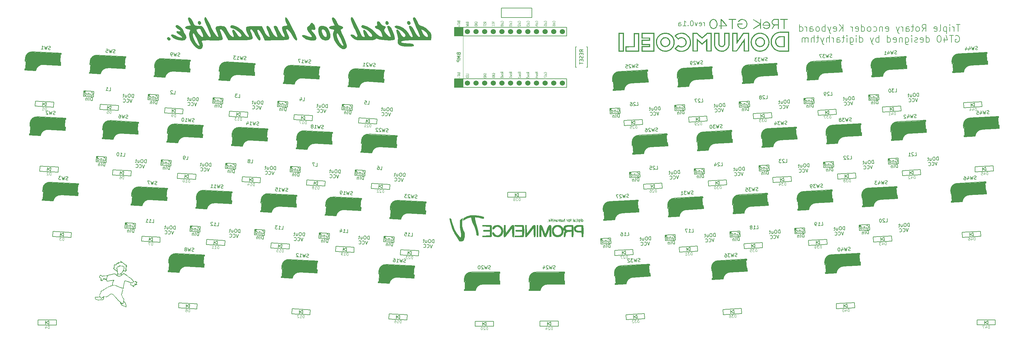
<source format=gbr>
G04 #@! TF.GenerationSoftware,KiCad,Pcbnew,(6.0.10)*
G04 #@! TF.CreationDate,2023-02-02T10:31:19+09:00*
G04 #@! TF.ProjectId,GT40,47543430-2e6b-4696-9361-645f70636258,rev?*
G04 #@! TF.SameCoordinates,Original*
G04 #@! TF.FileFunction,Legend,Bot*
G04 #@! TF.FilePolarity,Positive*
%FSLAX46Y46*%
G04 Gerber Fmt 4.6, Leading zero omitted, Abs format (unit mm)*
G04 Created by KiCad (PCBNEW (6.0.10)) date 2023-02-02 10:31:19*
%MOMM*%
%LPD*%
G01*
G04 APERTURE LIST*
%ADD10C,0.150000*%
%ADD11C,0.125000*%
%ADD12C,1.000000*%
%ADD13C,0.300000*%
%ADD14C,3.500000*%
%ADD15C,0.800000*%
%ADD16C,0.400000*%
%ADD17C,0.500000*%
%ADD18C,3.000000*%
%ADD19C,0.200000*%
%ADD20C,0.100000*%
%ADD21C,0.120000*%
%ADD22C,1.524000*%
G04 APERTURE END LIST*
D10*
X301912023Y-22894761D02*
X300769166Y-22894761D01*
X301340595Y-24894761D02*
X301340595Y-22894761D01*
X300102500Y-24894761D02*
X300102500Y-23561428D01*
X300102500Y-23942380D02*
X300007261Y-23751904D01*
X299912023Y-23656666D01*
X299721547Y-23561428D01*
X299531071Y-23561428D01*
X298864404Y-24894761D02*
X298864404Y-23561428D01*
X298864404Y-22894761D02*
X298959642Y-22990000D01*
X298864404Y-23085238D01*
X298769166Y-22990000D01*
X298864404Y-22894761D01*
X298864404Y-23085238D01*
X297912023Y-23561428D02*
X297912023Y-25561428D01*
X297912023Y-23656666D02*
X297721547Y-23561428D01*
X297340595Y-23561428D01*
X297150119Y-23656666D01*
X297054880Y-23751904D01*
X296959642Y-23942380D01*
X296959642Y-24513809D01*
X297054880Y-24704285D01*
X297150119Y-24799523D01*
X297340595Y-24894761D01*
X297721547Y-24894761D01*
X297912023Y-24799523D01*
X295816785Y-24894761D02*
X296007261Y-24799523D01*
X296102500Y-24609047D01*
X296102500Y-22894761D01*
X294292976Y-24799523D02*
X294483452Y-24894761D01*
X294864404Y-24894761D01*
X295054880Y-24799523D01*
X295150119Y-24609047D01*
X295150119Y-23847142D01*
X295054880Y-23656666D01*
X294864404Y-23561428D01*
X294483452Y-23561428D01*
X294292976Y-23656666D01*
X294197738Y-23847142D01*
X294197738Y-24037619D01*
X295150119Y-24228095D01*
X290673928Y-24894761D02*
X291340595Y-23942380D01*
X291816785Y-24894761D02*
X291816785Y-22894761D01*
X291054880Y-22894761D01*
X290864404Y-22990000D01*
X290769166Y-23085238D01*
X290673928Y-23275714D01*
X290673928Y-23561428D01*
X290769166Y-23751904D01*
X290864404Y-23847142D01*
X291054880Y-23942380D01*
X291816785Y-23942380D01*
X289531071Y-24894761D02*
X289721547Y-24799523D01*
X289816785Y-24704285D01*
X289912023Y-24513809D01*
X289912023Y-23942380D01*
X289816785Y-23751904D01*
X289721547Y-23656666D01*
X289531071Y-23561428D01*
X289245357Y-23561428D01*
X289054880Y-23656666D01*
X288959642Y-23751904D01*
X288864404Y-23942380D01*
X288864404Y-24513809D01*
X288959642Y-24704285D01*
X289054880Y-24799523D01*
X289245357Y-24894761D01*
X289531071Y-24894761D01*
X288292976Y-23561428D02*
X287531071Y-23561428D01*
X288007261Y-22894761D02*
X288007261Y-24609047D01*
X287912023Y-24799523D01*
X287721547Y-24894761D01*
X287531071Y-24894761D01*
X286007261Y-24894761D02*
X286007261Y-23847142D01*
X286102500Y-23656666D01*
X286292976Y-23561428D01*
X286673928Y-23561428D01*
X286864404Y-23656666D01*
X286007261Y-24799523D02*
X286197738Y-24894761D01*
X286673928Y-24894761D01*
X286864404Y-24799523D01*
X286959642Y-24609047D01*
X286959642Y-24418571D01*
X286864404Y-24228095D01*
X286673928Y-24132857D01*
X286197738Y-24132857D01*
X286007261Y-24037619D01*
X285054880Y-24894761D02*
X285054880Y-23561428D01*
X285054880Y-23942380D02*
X284959642Y-23751904D01*
X284864404Y-23656666D01*
X284673928Y-23561428D01*
X284483452Y-23561428D01*
X284007261Y-23561428D02*
X283531071Y-24894761D01*
X283054880Y-23561428D02*
X283531071Y-24894761D01*
X283721547Y-25370952D01*
X283816785Y-25466190D01*
X284007261Y-25561428D01*
X280007261Y-24799523D02*
X280197738Y-24894761D01*
X280578690Y-24894761D01*
X280769166Y-24799523D01*
X280864404Y-24609047D01*
X280864404Y-23847142D01*
X280769166Y-23656666D01*
X280578690Y-23561428D01*
X280197738Y-23561428D01*
X280007261Y-23656666D01*
X279912023Y-23847142D01*
X279912023Y-24037619D01*
X280864404Y-24228095D01*
X279054880Y-23561428D02*
X279054880Y-24894761D01*
X279054880Y-23751904D02*
X278959642Y-23656666D01*
X278769166Y-23561428D01*
X278483452Y-23561428D01*
X278292976Y-23656666D01*
X278197738Y-23847142D01*
X278197738Y-24894761D01*
X276388214Y-24799523D02*
X276578690Y-24894761D01*
X276959642Y-24894761D01*
X277150119Y-24799523D01*
X277245357Y-24704285D01*
X277340595Y-24513809D01*
X277340595Y-23942380D01*
X277245357Y-23751904D01*
X277150119Y-23656666D01*
X276959642Y-23561428D01*
X276578690Y-23561428D01*
X276388214Y-23656666D01*
X275245357Y-24894761D02*
X275435833Y-24799523D01*
X275531071Y-24704285D01*
X275626309Y-24513809D01*
X275626309Y-23942380D01*
X275531071Y-23751904D01*
X275435833Y-23656666D01*
X275245357Y-23561428D01*
X274959642Y-23561428D01*
X274769166Y-23656666D01*
X274673928Y-23751904D01*
X274578690Y-23942380D01*
X274578690Y-24513809D01*
X274673928Y-24704285D01*
X274769166Y-24799523D01*
X274959642Y-24894761D01*
X275245357Y-24894761D01*
X272864404Y-24894761D02*
X272864404Y-22894761D01*
X272864404Y-24799523D02*
X273054880Y-24894761D01*
X273435833Y-24894761D01*
X273626309Y-24799523D01*
X273721547Y-24704285D01*
X273816785Y-24513809D01*
X273816785Y-23942380D01*
X273721547Y-23751904D01*
X273626309Y-23656666D01*
X273435833Y-23561428D01*
X273054880Y-23561428D01*
X272864404Y-23656666D01*
X271150119Y-24799523D02*
X271340595Y-24894761D01*
X271721547Y-24894761D01*
X271912023Y-24799523D01*
X272007261Y-24609047D01*
X272007261Y-23847142D01*
X271912023Y-23656666D01*
X271721547Y-23561428D01*
X271340595Y-23561428D01*
X271150119Y-23656666D01*
X271054880Y-23847142D01*
X271054880Y-24037619D01*
X272007261Y-24228095D01*
X270197738Y-24894761D02*
X270197738Y-23561428D01*
X270197738Y-23942380D02*
X270102500Y-23751904D01*
X270007261Y-23656666D01*
X269816785Y-23561428D01*
X269626309Y-23561428D01*
X267435833Y-24894761D02*
X267435833Y-22894761D01*
X266292976Y-24894761D02*
X267150119Y-23751904D01*
X266292976Y-22894761D02*
X267435833Y-24037619D01*
X264673928Y-24799523D02*
X264864404Y-24894761D01*
X265245357Y-24894761D01*
X265435833Y-24799523D01*
X265531071Y-24609047D01*
X265531071Y-23847142D01*
X265435833Y-23656666D01*
X265245357Y-23561428D01*
X264864404Y-23561428D01*
X264673928Y-23656666D01*
X264578690Y-23847142D01*
X264578690Y-24037619D01*
X265531071Y-24228095D01*
X263912023Y-23561428D02*
X263435833Y-24894761D01*
X262959642Y-23561428D02*
X263435833Y-24894761D01*
X263626309Y-25370952D01*
X263721547Y-25466190D01*
X263912023Y-25561428D01*
X262197738Y-24894761D02*
X262197738Y-22894761D01*
X262197738Y-23656666D02*
X262007261Y-23561428D01*
X261626309Y-23561428D01*
X261435833Y-23656666D01*
X261340595Y-23751904D01*
X261245357Y-23942380D01*
X261245357Y-24513809D01*
X261340595Y-24704285D01*
X261435833Y-24799523D01*
X261626309Y-24894761D01*
X262007261Y-24894761D01*
X262197738Y-24799523D01*
X260102500Y-24894761D02*
X260292976Y-24799523D01*
X260388214Y-24704285D01*
X260483452Y-24513809D01*
X260483452Y-23942380D01*
X260388214Y-23751904D01*
X260292976Y-23656666D01*
X260102500Y-23561428D01*
X259816785Y-23561428D01*
X259626309Y-23656666D01*
X259531071Y-23751904D01*
X259435833Y-23942380D01*
X259435833Y-24513809D01*
X259531071Y-24704285D01*
X259626309Y-24799523D01*
X259816785Y-24894761D01*
X260102500Y-24894761D01*
X257721547Y-24894761D02*
X257721547Y-23847142D01*
X257816785Y-23656666D01*
X258007261Y-23561428D01*
X258388214Y-23561428D01*
X258578690Y-23656666D01*
X257721547Y-24799523D02*
X257912023Y-24894761D01*
X258388214Y-24894761D01*
X258578690Y-24799523D01*
X258673928Y-24609047D01*
X258673928Y-24418571D01*
X258578690Y-24228095D01*
X258388214Y-24132857D01*
X257912023Y-24132857D01*
X257721547Y-24037619D01*
X256769166Y-24894761D02*
X256769166Y-23561428D01*
X256769166Y-23942380D02*
X256673928Y-23751904D01*
X256578690Y-23656666D01*
X256388214Y-23561428D01*
X256197738Y-23561428D01*
X254673928Y-24894761D02*
X254673928Y-22894761D01*
X254673928Y-24799523D02*
X254864404Y-24894761D01*
X255245357Y-24894761D01*
X255435833Y-24799523D01*
X255531071Y-24704285D01*
X255626309Y-24513809D01*
X255626309Y-23942380D01*
X255531071Y-23751904D01*
X255435833Y-23656666D01*
X255245357Y-23561428D01*
X254864404Y-23561428D01*
X254673928Y-23656666D01*
X300578690Y-26210000D02*
X300769166Y-26114761D01*
X301054880Y-26114761D01*
X301340595Y-26210000D01*
X301531071Y-26400476D01*
X301626309Y-26590952D01*
X301721547Y-26971904D01*
X301721547Y-27257619D01*
X301626309Y-27638571D01*
X301531071Y-27829047D01*
X301340595Y-28019523D01*
X301054880Y-28114761D01*
X300864404Y-28114761D01*
X300578690Y-28019523D01*
X300483452Y-27924285D01*
X300483452Y-27257619D01*
X300864404Y-27257619D01*
X299912023Y-26114761D02*
X298769166Y-26114761D01*
X299340595Y-28114761D02*
X299340595Y-26114761D01*
X297245357Y-26781428D02*
X297245357Y-28114761D01*
X297721547Y-26019523D02*
X298197738Y-27448095D01*
X296959642Y-27448095D01*
X295816785Y-26114761D02*
X295626309Y-26114761D01*
X295435833Y-26210000D01*
X295340595Y-26305238D01*
X295245357Y-26495714D01*
X295150119Y-26876666D01*
X295150119Y-27352857D01*
X295245357Y-27733809D01*
X295340595Y-27924285D01*
X295435833Y-28019523D01*
X295626309Y-28114761D01*
X295816785Y-28114761D01*
X296007261Y-28019523D01*
X296102500Y-27924285D01*
X296197738Y-27733809D01*
X296292976Y-27352857D01*
X296292976Y-26876666D01*
X296197738Y-26495714D01*
X296102500Y-26305238D01*
X296007261Y-26210000D01*
X295816785Y-26114761D01*
X291912023Y-28114761D02*
X291912023Y-26114761D01*
X291912023Y-28019523D02*
X292102500Y-28114761D01*
X292483452Y-28114761D01*
X292673928Y-28019523D01*
X292769166Y-27924285D01*
X292864404Y-27733809D01*
X292864404Y-27162380D01*
X292769166Y-26971904D01*
X292673928Y-26876666D01*
X292483452Y-26781428D01*
X292102500Y-26781428D01*
X291912023Y-26876666D01*
X290197738Y-28019523D02*
X290388214Y-28114761D01*
X290769166Y-28114761D01*
X290959642Y-28019523D01*
X291054880Y-27829047D01*
X291054880Y-27067142D01*
X290959642Y-26876666D01*
X290769166Y-26781428D01*
X290388214Y-26781428D01*
X290197738Y-26876666D01*
X290102500Y-27067142D01*
X290102500Y-27257619D01*
X291054880Y-27448095D01*
X289340595Y-28019523D02*
X289150119Y-28114761D01*
X288769166Y-28114761D01*
X288578690Y-28019523D01*
X288483452Y-27829047D01*
X288483452Y-27733809D01*
X288578690Y-27543333D01*
X288769166Y-27448095D01*
X289054880Y-27448095D01*
X289245357Y-27352857D01*
X289340595Y-27162380D01*
X289340595Y-27067142D01*
X289245357Y-26876666D01*
X289054880Y-26781428D01*
X288769166Y-26781428D01*
X288578690Y-26876666D01*
X287626309Y-28114761D02*
X287626309Y-26781428D01*
X287626309Y-26114761D02*
X287721547Y-26210000D01*
X287626309Y-26305238D01*
X287531071Y-26210000D01*
X287626309Y-26114761D01*
X287626309Y-26305238D01*
X285816785Y-26781428D02*
X285816785Y-28400476D01*
X285912023Y-28590952D01*
X286007261Y-28686190D01*
X286197738Y-28781428D01*
X286483452Y-28781428D01*
X286673928Y-28686190D01*
X285816785Y-28019523D02*
X286007261Y-28114761D01*
X286388214Y-28114761D01*
X286578690Y-28019523D01*
X286673928Y-27924285D01*
X286769166Y-27733809D01*
X286769166Y-27162380D01*
X286673928Y-26971904D01*
X286578690Y-26876666D01*
X286388214Y-26781428D01*
X286007261Y-26781428D01*
X285816785Y-26876666D01*
X284864404Y-26781428D02*
X284864404Y-28114761D01*
X284864404Y-26971904D02*
X284769166Y-26876666D01*
X284578690Y-26781428D01*
X284292976Y-26781428D01*
X284102500Y-26876666D01*
X284007261Y-27067142D01*
X284007261Y-28114761D01*
X282292976Y-28019523D02*
X282483452Y-28114761D01*
X282864404Y-28114761D01*
X283054880Y-28019523D01*
X283150119Y-27829047D01*
X283150119Y-27067142D01*
X283054880Y-26876666D01*
X282864404Y-26781428D01*
X282483452Y-26781428D01*
X282292976Y-26876666D01*
X282197738Y-27067142D01*
X282197738Y-27257619D01*
X283150119Y-27448095D01*
X280483452Y-28114761D02*
X280483452Y-26114761D01*
X280483452Y-28019523D02*
X280673928Y-28114761D01*
X281054880Y-28114761D01*
X281245357Y-28019523D01*
X281340595Y-27924285D01*
X281435833Y-27733809D01*
X281435833Y-27162380D01*
X281340595Y-26971904D01*
X281245357Y-26876666D01*
X281054880Y-26781428D01*
X280673928Y-26781428D01*
X280483452Y-26876666D01*
X278007261Y-28114761D02*
X278007261Y-26114761D01*
X278007261Y-26876666D02*
X277816785Y-26781428D01*
X277435833Y-26781428D01*
X277245357Y-26876666D01*
X277150119Y-26971904D01*
X277054880Y-27162380D01*
X277054880Y-27733809D01*
X277150119Y-27924285D01*
X277245357Y-28019523D01*
X277435833Y-28114761D01*
X277816785Y-28114761D01*
X278007261Y-28019523D01*
X276388214Y-26781428D02*
X275912023Y-28114761D01*
X275435833Y-26781428D02*
X275912023Y-28114761D01*
X276102500Y-28590952D01*
X276197738Y-28686190D01*
X276388214Y-28781428D01*
X272292976Y-28114761D02*
X272292976Y-26114761D01*
X272292976Y-28019523D02*
X272483452Y-28114761D01*
X272864404Y-28114761D01*
X273054880Y-28019523D01*
X273150119Y-27924285D01*
X273245357Y-27733809D01*
X273245357Y-27162380D01*
X273150119Y-26971904D01*
X273054880Y-26876666D01*
X272864404Y-26781428D01*
X272483452Y-26781428D01*
X272292976Y-26876666D01*
X271340595Y-28114761D02*
X271340595Y-26781428D01*
X271340595Y-26114761D02*
X271435833Y-26210000D01*
X271340595Y-26305238D01*
X271245357Y-26210000D01*
X271340595Y-26114761D01*
X271340595Y-26305238D01*
X269531071Y-26781428D02*
X269531071Y-28400476D01*
X269626309Y-28590952D01*
X269721547Y-28686190D01*
X269912023Y-28781428D01*
X270197738Y-28781428D01*
X270388214Y-28686190D01*
X269531071Y-28019523D02*
X269721547Y-28114761D01*
X270102500Y-28114761D01*
X270292976Y-28019523D01*
X270388214Y-27924285D01*
X270483452Y-27733809D01*
X270483452Y-27162380D01*
X270388214Y-26971904D01*
X270292976Y-26876666D01*
X270102500Y-26781428D01*
X269721547Y-26781428D01*
X269531071Y-26876666D01*
X268578690Y-28114761D02*
X268578690Y-26781428D01*
X268578690Y-26114761D02*
X268673928Y-26210000D01*
X268578690Y-26305238D01*
X268483452Y-26210000D01*
X268578690Y-26114761D01*
X268578690Y-26305238D01*
X267912023Y-26781428D02*
X267150119Y-26781428D01*
X267626309Y-26114761D02*
X267626309Y-27829047D01*
X267531071Y-28019523D01*
X267340595Y-28114761D01*
X267150119Y-28114761D01*
X265626309Y-28114761D02*
X265626309Y-27067142D01*
X265721547Y-26876666D01*
X265912023Y-26781428D01*
X266292976Y-26781428D01*
X266483452Y-26876666D01*
X265626309Y-28019523D02*
X265816785Y-28114761D01*
X266292976Y-28114761D01*
X266483452Y-28019523D01*
X266578690Y-27829047D01*
X266578690Y-27638571D01*
X266483452Y-27448095D01*
X266292976Y-27352857D01*
X265816785Y-27352857D01*
X265626309Y-27257619D01*
X264673928Y-28114761D02*
X264673928Y-26781428D01*
X264673928Y-27162380D02*
X264578690Y-26971904D01*
X264483452Y-26876666D01*
X264292976Y-26781428D01*
X264102500Y-26781428D01*
X263435833Y-28114761D02*
X263435833Y-26114761D01*
X262578690Y-28114761D02*
X262578690Y-27067142D01*
X262673928Y-26876666D01*
X262864404Y-26781428D01*
X263150119Y-26781428D01*
X263340595Y-26876666D01*
X263435833Y-26971904D01*
X261816785Y-26781428D02*
X261340595Y-28114761D01*
X260864404Y-26781428D02*
X261340595Y-28114761D01*
X261531071Y-28590952D01*
X261626309Y-28686190D01*
X261816785Y-28781428D01*
X260388214Y-26781428D02*
X259626309Y-26781428D01*
X260102500Y-26114761D02*
X260102500Y-27829047D01*
X260007261Y-28019523D01*
X259816785Y-28114761D01*
X259626309Y-28114761D01*
X258959642Y-28114761D02*
X258959642Y-26114761D01*
X258102500Y-28114761D02*
X258102500Y-27067142D01*
X258197738Y-26876666D01*
X258388214Y-26781428D01*
X258673928Y-26781428D01*
X258864404Y-26876666D01*
X258959642Y-26971904D01*
X257150119Y-28114761D02*
X257150119Y-26781428D01*
X257150119Y-26971904D02*
X257054880Y-26876666D01*
X256864404Y-26781428D01*
X256578690Y-26781428D01*
X256388214Y-26876666D01*
X256292976Y-27067142D01*
X256292976Y-28114761D01*
X256292976Y-27067142D02*
X256197738Y-26876666D01*
X256007261Y-26781428D01*
X255721547Y-26781428D01*
X255531071Y-26876666D01*
X255435833Y-27067142D01*
X255435833Y-28114761D01*
X226685714Y-23278571D02*
X226685714Y-22278571D01*
X226685714Y-22564285D02*
X226614285Y-22421428D01*
X226542857Y-22350000D01*
X226400000Y-22278571D01*
X226257142Y-22278571D01*
X225185714Y-23207142D02*
X225328571Y-23278571D01*
X225614285Y-23278571D01*
X225757142Y-23207142D01*
X225828571Y-23064285D01*
X225828571Y-22492857D01*
X225757142Y-22350000D01*
X225614285Y-22278571D01*
X225328571Y-22278571D01*
X225185714Y-22350000D01*
X225114285Y-22492857D01*
X225114285Y-22635714D01*
X225828571Y-22778571D01*
X224614285Y-22278571D02*
X224257142Y-23278571D01*
X223900000Y-22278571D01*
X223042857Y-21778571D02*
X222900000Y-21778571D01*
X222757142Y-21850000D01*
X222685714Y-21921428D01*
X222614285Y-22064285D01*
X222542857Y-22350000D01*
X222542857Y-22707142D01*
X222614285Y-22992857D01*
X222685714Y-23135714D01*
X222757142Y-23207142D01*
X222900000Y-23278571D01*
X223042857Y-23278571D01*
X223185714Y-23207142D01*
X223257142Y-23135714D01*
X223328571Y-22992857D01*
X223400000Y-22707142D01*
X223400000Y-22350000D01*
X223328571Y-22064285D01*
X223257142Y-21921428D01*
X223185714Y-21850000D01*
X223042857Y-21778571D01*
X221900000Y-23135714D02*
X221828571Y-23207142D01*
X221900000Y-23278571D01*
X221971428Y-23207142D01*
X221900000Y-23135714D01*
X221900000Y-23278571D01*
X220400000Y-23278571D02*
X221257142Y-23278571D01*
X220828571Y-23278571D02*
X220828571Y-21778571D01*
X220971428Y-21992857D01*
X221114285Y-22135714D01*
X221257142Y-22207142D01*
X219114285Y-23278571D02*
X219114285Y-22492857D01*
X219185714Y-22350000D01*
X219328571Y-22278571D01*
X219614285Y-22278571D01*
X219757142Y-22350000D01*
X219114285Y-23207142D02*
X219257142Y-23278571D01*
X219614285Y-23278571D01*
X219757142Y-23207142D01*
X219828571Y-23064285D01*
X219828571Y-22921428D01*
X219757142Y-22778571D01*
X219614285Y-22707142D01*
X219257142Y-22707142D01*
X219114285Y-22635714D01*
X207740506Y-92685210D02*
X207600337Y-92740240D01*
X207362568Y-92752701D01*
X207264968Y-92710131D01*
X207214922Y-92665070D01*
X207162384Y-92572454D01*
X207157400Y-92477347D01*
X207199969Y-92379747D01*
X207245031Y-92329701D01*
X207337646Y-92277163D01*
X207525369Y-92219640D01*
X207617984Y-92167102D01*
X207663046Y-92117056D01*
X207705615Y-92019457D01*
X207700631Y-91924349D01*
X207648093Y-91831734D01*
X207598047Y-91786672D01*
X207500447Y-91744103D01*
X207262678Y-91756563D01*
X207122509Y-91811594D01*
X206787140Y-91781485D02*
X206601707Y-92792576D01*
X206374109Y-92089238D01*
X206221277Y-92812513D01*
X205931172Y-91826345D01*
X205645849Y-91841298D02*
X205027650Y-91873696D01*
X205380464Y-92236681D01*
X205237803Y-92244158D01*
X205145187Y-92296696D01*
X205100126Y-92346742D01*
X205057556Y-92444342D01*
X205070017Y-92682111D01*
X205122556Y-92774726D01*
X205172602Y-92819788D01*
X205270201Y-92862357D01*
X205555524Y-92847404D01*
X205648139Y-92794866D01*
X205693201Y-92744820D01*
X204652204Y-91988741D02*
X204602158Y-91943680D01*
X204504558Y-91901110D01*
X204266790Y-91913571D01*
X204174174Y-91966110D01*
X204129113Y-92016155D01*
X204086543Y-92113755D01*
X204091528Y-92208863D01*
X204146558Y-92349032D01*
X204747110Y-92889771D01*
X204128910Y-92922170D01*
X223389406Y-72788910D02*
X223249237Y-72843940D01*
X223011468Y-72856401D01*
X222913868Y-72813831D01*
X222863822Y-72768770D01*
X222811284Y-72676154D01*
X222806300Y-72581047D01*
X222848869Y-72483447D01*
X222893931Y-72433401D01*
X222986546Y-72380863D01*
X223174269Y-72323340D01*
X223266884Y-72270802D01*
X223311946Y-72220756D01*
X223354515Y-72123157D01*
X223349531Y-72028049D01*
X223296993Y-71935434D01*
X223246947Y-71890372D01*
X223149347Y-71847803D01*
X222911578Y-71860263D01*
X222771409Y-71915294D01*
X222436040Y-71885185D02*
X222250607Y-72896276D01*
X222023009Y-72192938D01*
X221870177Y-72916213D01*
X221580072Y-71930045D01*
X221294749Y-71944998D02*
X220676550Y-71977396D01*
X221029364Y-72340381D01*
X220886703Y-72347858D01*
X220794087Y-72400396D01*
X220749026Y-72450442D01*
X220706456Y-72548042D01*
X220718917Y-72785811D01*
X220771456Y-72878426D01*
X220821502Y-72923488D01*
X220919101Y-72966057D01*
X221204424Y-72951104D01*
X221297039Y-72898566D01*
X221342101Y-72848520D01*
X219777810Y-73025870D02*
X220348456Y-72995963D01*
X220063133Y-73010917D02*
X220010797Y-72012287D01*
X220113381Y-72149964D01*
X220213473Y-72240087D01*
X220311073Y-72282657D01*
X236302606Y-91188310D02*
X236162437Y-91243340D01*
X235924668Y-91255801D01*
X235827068Y-91213231D01*
X235777022Y-91168170D01*
X235724484Y-91075554D01*
X235719500Y-90980447D01*
X235762069Y-90882847D01*
X235807131Y-90832801D01*
X235899746Y-90780263D01*
X236087469Y-90722740D01*
X236180084Y-90670202D01*
X236225146Y-90620156D01*
X236267715Y-90522557D01*
X236262731Y-90427449D01*
X236210193Y-90334834D01*
X236160147Y-90289772D01*
X236062547Y-90247203D01*
X235824778Y-90259663D01*
X235684609Y-90314694D01*
X235349240Y-90284585D02*
X235163807Y-91295676D01*
X234936209Y-90592338D01*
X234783377Y-91315613D01*
X234493272Y-90329445D01*
X234207949Y-90344398D02*
X233589750Y-90376796D01*
X233942564Y-90739781D01*
X233799903Y-90747258D01*
X233707287Y-90799796D01*
X233662226Y-90849842D01*
X233619656Y-90947442D01*
X233632117Y-91185211D01*
X233684656Y-91277826D01*
X233734702Y-91322888D01*
X233832301Y-91365457D01*
X234117624Y-91350504D01*
X234210239Y-91297966D01*
X234255301Y-91247920D01*
X232733782Y-90421656D02*
X232923997Y-90411687D01*
X233021597Y-90454256D01*
X233071643Y-90499318D01*
X233174227Y-90636995D01*
X233231750Y-90824718D01*
X233251687Y-91205148D01*
X233209118Y-91302748D01*
X233164056Y-91352794D01*
X233071441Y-91405332D01*
X232881226Y-91415301D01*
X232783626Y-91372731D01*
X232733580Y-91327670D01*
X232681042Y-91235054D01*
X232668581Y-90997286D01*
X232711150Y-90899686D01*
X232756212Y-90849640D01*
X232848827Y-90797102D01*
X233039042Y-90787133D01*
X233136642Y-90829702D01*
X233186688Y-90874764D01*
X233239226Y-90967379D01*
X226177706Y-34490510D02*
X226037537Y-34545540D01*
X225799768Y-34558001D01*
X225702168Y-34515431D01*
X225652122Y-34470370D01*
X225599584Y-34377754D01*
X225594600Y-34282647D01*
X225637169Y-34185047D01*
X225682231Y-34135001D01*
X225774846Y-34082463D01*
X225962569Y-34024940D01*
X226055184Y-33972402D01*
X226100246Y-33922356D01*
X226142815Y-33824757D01*
X226137831Y-33729649D01*
X226085293Y-33637034D01*
X226035247Y-33591972D01*
X225937647Y-33549403D01*
X225699878Y-33561863D01*
X225559709Y-33616894D01*
X225224340Y-33586785D02*
X225038907Y-34597876D01*
X224811309Y-33894538D01*
X224658477Y-34617813D01*
X224368372Y-33631645D01*
X224040480Y-33744198D02*
X223990434Y-33699136D01*
X223892834Y-33656567D01*
X223655065Y-33669028D01*
X223562450Y-33721566D01*
X223517388Y-33771612D01*
X223474819Y-33869211D01*
X223479803Y-33964319D01*
X223534834Y-34104488D01*
X224135385Y-34645227D01*
X223517186Y-34677626D01*
X223041648Y-34702548D02*
X222851433Y-34712517D01*
X222753833Y-34669947D01*
X222703787Y-34624885D01*
X222601203Y-34487209D01*
X222543681Y-34299486D01*
X222523743Y-33919055D01*
X222566313Y-33821455D01*
X222611374Y-33771410D01*
X222703990Y-33718871D01*
X222894205Y-33708903D01*
X222991804Y-33751472D01*
X223041850Y-33796534D01*
X223094389Y-33889149D01*
X223106850Y-34126918D01*
X223064280Y-34224518D01*
X223019219Y-34274564D01*
X222926603Y-34327102D01*
X222736388Y-34337071D01*
X222638788Y-34294501D01*
X222588742Y-34249440D01*
X222536204Y-34156824D01*
X250954506Y-52268110D02*
X250814337Y-52323140D01*
X250576568Y-52335601D01*
X250478968Y-52293031D01*
X250428922Y-52247970D01*
X250376384Y-52155354D01*
X250371400Y-52060247D01*
X250413969Y-51962647D01*
X250459031Y-51912601D01*
X250551646Y-51860063D01*
X250739369Y-51802540D01*
X250831984Y-51750002D01*
X250877046Y-51699956D01*
X250919615Y-51602357D01*
X250914631Y-51507249D01*
X250862093Y-51414634D01*
X250812047Y-51369572D01*
X250714447Y-51327003D01*
X250476678Y-51339463D01*
X250336509Y-51394494D01*
X250001140Y-51364385D02*
X249815707Y-52375476D01*
X249588109Y-51672138D01*
X249435277Y-52395413D01*
X249145172Y-51409245D01*
X248859849Y-51424198D02*
X248241650Y-51456596D01*
X248594464Y-51819581D01*
X248451803Y-51827058D01*
X248359187Y-51879596D01*
X248314126Y-51929642D01*
X248271556Y-52027242D01*
X248284017Y-52265011D01*
X248336556Y-52357626D01*
X248386602Y-52402688D01*
X248484201Y-52445257D01*
X248769524Y-52430304D01*
X248862139Y-52377766D01*
X248907201Y-52327720D01*
X247403127Y-51834332D02*
X247438018Y-52500085D01*
X247620959Y-51441441D02*
X247896110Y-52142287D01*
X247277911Y-52174685D01*
X207153806Y-35487510D02*
X207013637Y-35542540D01*
X206775868Y-35555001D01*
X206678268Y-35512431D01*
X206628222Y-35467370D01*
X206575684Y-35374754D01*
X206570700Y-35279647D01*
X206613269Y-35182047D01*
X206658331Y-35132001D01*
X206750946Y-35079463D01*
X206938669Y-35021940D01*
X207031284Y-34969402D01*
X207076346Y-34919356D01*
X207118915Y-34821757D01*
X207113931Y-34726649D01*
X207061393Y-34634034D01*
X207011347Y-34588972D01*
X206913747Y-34546403D01*
X206675978Y-34558863D01*
X206535809Y-34613894D01*
X206200440Y-34583785D02*
X206015007Y-35594876D01*
X205787409Y-34891538D01*
X205634577Y-35614813D01*
X205344472Y-34628645D01*
X205016580Y-34741198D02*
X204966534Y-34696136D01*
X204868934Y-34653567D01*
X204631165Y-34666028D01*
X204538550Y-34718566D01*
X204493488Y-34768612D01*
X204450919Y-34866211D01*
X204455903Y-34961319D01*
X204510934Y-35101488D01*
X205111485Y-35642227D01*
X204493286Y-35674626D01*
X203537428Y-34723348D02*
X204012966Y-34698426D01*
X204085442Y-35171472D01*
X204035396Y-35126410D01*
X203937796Y-35083841D01*
X203700027Y-35096302D01*
X203607412Y-35148840D01*
X203562350Y-35198886D01*
X203519781Y-35296486D01*
X203532242Y-35534254D01*
X203584780Y-35626870D01*
X203634826Y-35671931D01*
X203732426Y-35714501D01*
X203970194Y-35702040D01*
X204062810Y-35649502D01*
X204107871Y-35599456D01*
X204391806Y-73784510D02*
X204251637Y-73839540D01*
X204013868Y-73852001D01*
X203916268Y-73809431D01*
X203866222Y-73764370D01*
X203813684Y-73671754D01*
X203808700Y-73576647D01*
X203851269Y-73479047D01*
X203896331Y-73429001D01*
X203988946Y-73376463D01*
X204176669Y-73318940D01*
X204269284Y-73266402D01*
X204314346Y-73216356D01*
X204356915Y-73118757D01*
X204351931Y-73023649D01*
X204299393Y-72931034D01*
X204249347Y-72885972D01*
X204151747Y-72843403D01*
X203913978Y-72855863D01*
X203773809Y-72910894D01*
X203438440Y-72880785D02*
X203253007Y-73891876D01*
X203025409Y-73188538D01*
X202872577Y-73911813D01*
X202582472Y-72925645D01*
X202254580Y-73038198D02*
X202204534Y-72993136D01*
X202106934Y-72950567D01*
X201869165Y-72963028D01*
X201776550Y-73015566D01*
X201731488Y-73065612D01*
X201688919Y-73163211D01*
X201693903Y-73258319D01*
X201748934Y-73398488D01*
X202349485Y-73939227D01*
X201731286Y-73971626D01*
X201346074Y-72990442D02*
X200680321Y-73025332D01*
X201160641Y-74001532D01*
X269594406Y-89443610D02*
X269454237Y-89498640D01*
X269216468Y-89511101D01*
X269118868Y-89468531D01*
X269068822Y-89423470D01*
X269016284Y-89330854D01*
X269011300Y-89235747D01*
X269053869Y-89138147D01*
X269098931Y-89088101D01*
X269191546Y-89035563D01*
X269379269Y-88978040D01*
X269471884Y-88925502D01*
X269516946Y-88875456D01*
X269559515Y-88777857D01*
X269554531Y-88682749D01*
X269501993Y-88590134D01*
X269451947Y-88545072D01*
X269354347Y-88502503D01*
X269116578Y-88514963D01*
X268976409Y-88569994D01*
X268641040Y-88539885D02*
X268455607Y-89550976D01*
X268228009Y-88847638D01*
X268075177Y-89570913D01*
X267785072Y-88584745D01*
X266994103Y-88959988D02*
X267028994Y-89625741D01*
X267211934Y-88567097D02*
X267487086Y-89267943D01*
X266868887Y-89300342D01*
X266263351Y-88664495D02*
X266168243Y-88669479D01*
X266075628Y-88722017D01*
X266030566Y-88772063D01*
X265987997Y-88869663D01*
X265950412Y-89062370D01*
X265962873Y-89300139D01*
X266020395Y-89487862D01*
X266072934Y-89580478D01*
X266122980Y-89625539D01*
X266220579Y-89668109D01*
X266315687Y-89663124D01*
X266408302Y-89610586D01*
X266453364Y-89560540D01*
X266495933Y-89462940D01*
X266533518Y-89270233D01*
X266521057Y-89032464D01*
X266463535Y-88844741D01*
X266410997Y-88752126D01*
X266360951Y-88707064D01*
X266263351Y-88664495D01*
X212906706Y-54262110D02*
X212766537Y-54317140D01*
X212528768Y-54329601D01*
X212431168Y-54287031D01*
X212381122Y-54241970D01*
X212328584Y-54149354D01*
X212323600Y-54054247D01*
X212366169Y-53956647D01*
X212411231Y-53906601D01*
X212503846Y-53854063D01*
X212691569Y-53796540D01*
X212784184Y-53744002D01*
X212829246Y-53693956D01*
X212871815Y-53596357D01*
X212866831Y-53501249D01*
X212814293Y-53408634D01*
X212764247Y-53363572D01*
X212666647Y-53321003D01*
X212428878Y-53333463D01*
X212288709Y-53388494D01*
X211953340Y-53358385D02*
X211767907Y-54369476D01*
X211540309Y-53666138D01*
X211387477Y-54389413D01*
X211097372Y-53403245D01*
X210769480Y-53515798D02*
X210719434Y-53470736D01*
X210621834Y-53428167D01*
X210384065Y-53440628D01*
X210291450Y-53493166D01*
X210246388Y-53543212D01*
X210203819Y-53640811D01*
X210208803Y-53735919D01*
X210263834Y-53876088D01*
X210864385Y-54416827D01*
X210246186Y-54449226D01*
X209337882Y-53495456D02*
X209528097Y-53485487D01*
X209625697Y-53528056D01*
X209675743Y-53573118D01*
X209778327Y-53710795D01*
X209835850Y-53898518D01*
X209855787Y-54278948D01*
X209813218Y-54376548D01*
X209768156Y-54426594D01*
X209675541Y-54479132D01*
X209485326Y-54489101D01*
X209387726Y-54446531D01*
X209337680Y-54401470D01*
X209285142Y-54308854D01*
X209272681Y-54071086D01*
X209315250Y-53973486D01*
X209360312Y-53923440D01*
X209452927Y-53870902D01*
X209643142Y-53860933D01*
X209740742Y-53903502D01*
X209790788Y-53948564D01*
X209843326Y-54041179D01*
X242439606Y-71790510D02*
X242299437Y-71845540D01*
X242061668Y-71858001D01*
X241964068Y-71815431D01*
X241914022Y-71770370D01*
X241861484Y-71677754D01*
X241856500Y-71582647D01*
X241899069Y-71485047D01*
X241944131Y-71435001D01*
X242036746Y-71382463D01*
X242224469Y-71324940D01*
X242317084Y-71272402D01*
X242362146Y-71222356D01*
X242404715Y-71124757D01*
X242399731Y-71029649D01*
X242347193Y-70937034D01*
X242297147Y-70891972D01*
X242199547Y-70849403D01*
X241961778Y-70861863D01*
X241821609Y-70916894D01*
X241486240Y-70886785D02*
X241300807Y-71897876D01*
X241073209Y-71194538D01*
X240920377Y-71917813D01*
X240630272Y-70931645D01*
X240344949Y-70946598D02*
X239726750Y-70978996D01*
X240079564Y-71341981D01*
X239936903Y-71349458D01*
X239844287Y-71401996D01*
X239799226Y-71452042D01*
X239756656Y-71549642D01*
X239769117Y-71787411D01*
X239821656Y-71880026D01*
X239871702Y-71925088D01*
X239969301Y-71967657D01*
X240254624Y-71952704D01*
X240347239Y-71900166D01*
X240392301Y-71850120D01*
X238823228Y-71026348D02*
X239298766Y-71001426D01*
X239371242Y-71474472D01*
X239321196Y-71429410D01*
X239223596Y-71386841D01*
X238985827Y-71399302D01*
X238893212Y-71451840D01*
X238848150Y-71501886D01*
X238805581Y-71599486D01*
X238818042Y-71837254D01*
X238870580Y-71929870D01*
X238920626Y-71974931D01*
X239018226Y-72017501D01*
X239255994Y-72005040D01*
X239348610Y-71952502D01*
X239393671Y-71902456D01*
X264199106Y-32497910D02*
X264058937Y-32552940D01*
X263821168Y-32565401D01*
X263723568Y-32522831D01*
X263673522Y-32477770D01*
X263620984Y-32385154D01*
X263616000Y-32290047D01*
X263658569Y-32192447D01*
X263703631Y-32142401D01*
X263796246Y-32089863D01*
X263983969Y-32032340D01*
X264076584Y-31979802D01*
X264121646Y-31929756D01*
X264164215Y-31832157D01*
X264159231Y-31737049D01*
X264106693Y-31644434D01*
X264056647Y-31599372D01*
X263959047Y-31556803D01*
X263721278Y-31569263D01*
X263581109Y-31624294D01*
X263245740Y-31594185D02*
X263060307Y-32605276D01*
X262832709Y-31901938D01*
X262679877Y-32625213D01*
X262389772Y-31639045D01*
X262104449Y-31653998D02*
X261486250Y-31686396D01*
X261839064Y-32049381D01*
X261696403Y-32056858D01*
X261603787Y-32109396D01*
X261558726Y-32159442D01*
X261516156Y-32257042D01*
X261528617Y-32494811D01*
X261581156Y-32587426D01*
X261631202Y-32632488D01*
X261728801Y-32675057D01*
X262014124Y-32660104D01*
X262106739Y-32607566D01*
X262151801Y-32557520D01*
X261153374Y-31703842D02*
X260487621Y-31738732D01*
X260967941Y-32714932D01*
X269952106Y-51272510D02*
X269811937Y-51327540D01*
X269574168Y-51340001D01*
X269476568Y-51297431D01*
X269426522Y-51252370D01*
X269373984Y-51159754D01*
X269369000Y-51064647D01*
X269411569Y-50967047D01*
X269456631Y-50917001D01*
X269549246Y-50864463D01*
X269736969Y-50806940D01*
X269829584Y-50754402D01*
X269874646Y-50704356D01*
X269917215Y-50606757D01*
X269912231Y-50511649D01*
X269859693Y-50419034D01*
X269809647Y-50373972D01*
X269712047Y-50331403D01*
X269474278Y-50343863D01*
X269334109Y-50398894D01*
X268998740Y-50368785D02*
X268813307Y-51379876D01*
X268585709Y-50676538D01*
X268432877Y-51399813D01*
X268142772Y-50413645D01*
X267857449Y-50428598D02*
X267239250Y-50460996D01*
X267592064Y-50823981D01*
X267449403Y-50831458D01*
X267356787Y-50883996D01*
X267311726Y-50934042D01*
X267269156Y-51031642D01*
X267281617Y-51269411D01*
X267334156Y-51362026D01*
X267384202Y-51407088D01*
X267481801Y-51449657D01*
X267767124Y-51434704D01*
X267859739Y-51382166D01*
X267904801Y-51332120D01*
X266691034Y-50918887D02*
X266783650Y-50866349D01*
X266828711Y-50816303D01*
X266871281Y-50718703D01*
X266868789Y-50671149D01*
X266816250Y-50578534D01*
X266766204Y-50533472D01*
X266668605Y-50490903D01*
X266478390Y-50500871D01*
X266385774Y-50553410D01*
X266340713Y-50603455D01*
X266298143Y-50701055D01*
X266300635Y-50748609D01*
X266353174Y-50841224D01*
X266403219Y-50886286D01*
X266500819Y-50928855D01*
X266691034Y-50918887D01*
X266788634Y-50961456D01*
X266838680Y-51006518D01*
X266891218Y-51099133D01*
X266901187Y-51289348D01*
X266858618Y-51386948D01*
X266813556Y-51436994D01*
X266720941Y-51489532D01*
X266530726Y-51499501D01*
X266433126Y-51456931D01*
X266383080Y-51411870D01*
X266330542Y-51319254D01*
X266320573Y-51129039D01*
X266363142Y-51031440D01*
X266408204Y-50981394D01*
X266500819Y-50928855D01*
X261463506Y-70793510D02*
X261323337Y-70848540D01*
X261085568Y-70861001D01*
X260987968Y-70818431D01*
X260937922Y-70773370D01*
X260885384Y-70680754D01*
X260880400Y-70585647D01*
X260922969Y-70488047D01*
X260968031Y-70438001D01*
X261060646Y-70385463D01*
X261248369Y-70327940D01*
X261340984Y-70275402D01*
X261386046Y-70225356D01*
X261428615Y-70127757D01*
X261423631Y-70032649D01*
X261371093Y-69940034D01*
X261321047Y-69894972D01*
X261223447Y-69852403D01*
X260985678Y-69864863D01*
X260845509Y-69919894D01*
X260510140Y-69889785D02*
X260324707Y-70900876D01*
X260097109Y-70197538D01*
X259944277Y-70920813D01*
X259654172Y-69934645D01*
X259368849Y-69949598D02*
X258750650Y-69981996D01*
X259103464Y-70344981D01*
X258960803Y-70352458D01*
X258868187Y-70404996D01*
X258823126Y-70455042D01*
X258780556Y-70552642D01*
X258793017Y-70790411D01*
X258845556Y-70883026D01*
X258895602Y-70928088D01*
X258993201Y-70970657D01*
X259278524Y-70955704D01*
X259371139Y-70903166D01*
X259416201Y-70853120D01*
X258327448Y-71005548D02*
X258137233Y-71015517D01*
X258039633Y-70972947D01*
X257989587Y-70927885D01*
X257887003Y-70790209D01*
X257829481Y-70602486D01*
X257809543Y-70222055D01*
X257852113Y-70124455D01*
X257897174Y-70074410D01*
X257989790Y-70021871D01*
X258180005Y-70011903D01*
X258277604Y-70054472D01*
X258327650Y-70099534D01*
X258380189Y-70192149D01*
X258392650Y-70429918D01*
X258350080Y-70527518D01*
X258305019Y-70577564D01*
X258212403Y-70630102D01*
X258022188Y-70640071D01*
X257924588Y-70597501D01*
X257874542Y-70552440D01*
X257822004Y-70459824D01*
X306645206Y-68425710D02*
X306505037Y-68480740D01*
X306267268Y-68493201D01*
X306169668Y-68450631D01*
X306119622Y-68405570D01*
X306067084Y-68312954D01*
X306062100Y-68217847D01*
X306104669Y-68120247D01*
X306149731Y-68070201D01*
X306242346Y-68017663D01*
X306430069Y-67960140D01*
X306522684Y-67907602D01*
X306567746Y-67857556D01*
X306610315Y-67759957D01*
X306605331Y-67664849D01*
X306552793Y-67572234D01*
X306502747Y-67527172D01*
X306405147Y-67484603D01*
X306167378Y-67497063D01*
X306027209Y-67552094D01*
X305691840Y-67521985D02*
X305506407Y-68533076D01*
X305278809Y-67829738D01*
X305125977Y-68553013D01*
X304835872Y-67566845D01*
X304044903Y-67942088D02*
X304079794Y-68607841D01*
X304262734Y-67549197D02*
X304537886Y-68250043D01*
X303919687Y-68282442D01*
X303076382Y-67659056D02*
X303266597Y-67649087D01*
X303364197Y-67691656D01*
X303414243Y-67736718D01*
X303516827Y-67874395D01*
X303574350Y-68062118D01*
X303594287Y-68442548D01*
X303551718Y-68540148D01*
X303506656Y-68590194D01*
X303414041Y-68642732D01*
X303223826Y-68652701D01*
X303126226Y-68610131D01*
X303076180Y-68565070D01*
X303023642Y-68472454D01*
X303011181Y-68234686D01*
X303053750Y-68137086D01*
X303098812Y-68087040D01*
X303191427Y-68034502D01*
X303381642Y-68024533D01*
X303479242Y-68067102D01*
X303529288Y-68112164D01*
X303581826Y-68204779D01*
X289002306Y-50274110D02*
X288862137Y-50329140D01*
X288624368Y-50341601D01*
X288526768Y-50299031D01*
X288476722Y-50253970D01*
X288424184Y-50161354D01*
X288419200Y-50066247D01*
X288461769Y-49968647D01*
X288506831Y-49918601D01*
X288599446Y-49866063D01*
X288787169Y-49808540D01*
X288879784Y-49756002D01*
X288924846Y-49705956D01*
X288967415Y-49608357D01*
X288962431Y-49513249D01*
X288909893Y-49420634D01*
X288859847Y-49375572D01*
X288762247Y-49333003D01*
X288524478Y-49345463D01*
X288384309Y-49400494D01*
X288048940Y-49370385D02*
X287863507Y-50381476D01*
X287635909Y-49678138D01*
X287483077Y-50401413D01*
X287192972Y-49415245D01*
X286402003Y-49790488D02*
X286436894Y-50456241D01*
X286619834Y-49397597D02*
X286894986Y-50098443D01*
X286276787Y-50130842D01*
X285914004Y-49577641D02*
X285863958Y-49532580D01*
X285766358Y-49490010D01*
X285528590Y-49502471D01*
X285435974Y-49555010D01*
X285390913Y-49605055D01*
X285348343Y-49702655D01*
X285353328Y-49797763D01*
X285408358Y-49937932D01*
X286008910Y-50478671D01*
X285390710Y-50511070D01*
X283223006Y-31500910D02*
X283082837Y-31555940D01*
X282845068Y-31568401D01*
X282747468Y-31525831D01*
X282697422Y-31480770D01*
X282644884Y-31388154D01*
X282639900Y-31293047D01*
X282682469Y-31195447D01*
X282727531Y-31145401D01*
X282820146Y-31092863D01*
X283007869Y-31035340D01*
X283100484Y-30982802D01*
X283145546Y-30932756D01*
X283188115Y-30835157D01*
X283183131Y-30740049D01*
X283130593Y-30647434D01*
X283080547Y-30602372D01*
X282982947Y-30559803D01*
X282745178Y-30572263D01*
X282605009Y-30627294D01*
X282269640Y-30597185D02*
X282084207Y-31608276D01*
X281856609Y-30904938D01*
X281703777Y-31628213D01*
X281413672Y-30642045D01*
X280622703Y-31017288D02*
X280657594Y-31683041D01*
X280840534Y-30624397D02*
X281115686Y-31325243D01*
X280497487Y-31357642D01*
X279611410Y-31737870D02*
X280182056Y-31707963D01*
X279896733Y-31722917D02*
X279844397Y-30724287D01*
X279946981Y-30861964D01*
X280047073Y-30952087D01*
X280144673Y-30994657D01*
X245175206Y-33494910D02*
X245035037Y-33549940D01*
X244797268Y-33562401D01*
X244699668Y-33519831D01*
X244649622Y-33474770D01*
X244597084Y-33382154D01*
X244592100Y-33287047D01*
X244634669Y-33189447D01*
X244679731Y-33139401D01*
X244772346Y-33086863D01*
X244960069Y-33029340D01*
X245052684Y-32976802D01*
X245097746Y-32926756D01*
X245140315Y-32829157D01*
X245135331Y-32734049D01*
X245082793Y-32641434D01*
X245032747Y-32596372D01*
X244935147Y-32553803D01*
X244697378Y-32566263D01*
X244557209Y-32621294D01*
X244221840Y-32591185D02*
X244036407Y-33602276D01*
X243808809Y-32898938D01*
X243655977Y-33622213D01*
X243365872Y-32636045D01*
X243080549Y-32650998D02*
X242462350Y-32683396D01*
X242815164Y-33046381D01*
X242672503Y-33053858D01*
X242579887Y-33106396D01*
X242534826Y-33156442D01*
X242492256Y-33254042D01*
X242504717Y-33491811D01*
X242557256Y-33584426D01*
X242607302Y-33629488D01*
X242704901Y-33672057D01*
X242990224Y-33657104D01*
X243082839Y-33604566D01*
X243127901Y-33554520D01*
X242129474Y-32700842D02*
X241511274Y-32733240D01*
X241864088Y-33096225D01*
X241721427Y-33103702D01*
X241628812Y-33156240D01*
X241583750Y-33206286D01*
X241541181Y-33303886D01*
X241553642Y-33541654D01*
X241606180Y-33634270D01*
X241656226Y-33679331D01*
X241753826Y-33721901D01*
X242039148Y-33706948D01*
X242131764Y-33654410D01*
X242176825Y-33604364D01*
X280487406Y-69796510D02*
X280347237Y-69851540D01*
X280109468Y-69864001D01*
X280011868Y-69821431D01*
X279961822Y-69776370D01*
X279909284Y-69683754D01*
X279904300Y-69588647D01*
X279946869Y-69491047D01*
X279991931Y-69441001D01*
X280084546Y-69388463D01*
X280272269Y-69330940D01*
X280364884Y-69278402D01*
X280409946Y-69228356D01*
X280452515Y-69130757D01*
X280447531Y-69035649D01*
X280394993Y-68943034D01*
X280344947Y-68897972D01*
X280247347Y-68855403D01*
X280009578Y-68867863D01*
X279869409Y-68922894D01*
X279534040Y-68892785D02*
X279348607Y-69903876D01*
X279121009Y-69200538D01*
X278968177Y-69923813D01*
X278678072Y-68937645D01*
X277887103Y-69312888D02*
X277921994Y-69978641D01*
X278104934Y-68919997D02*
X278380086Y-69620843D01*
X277761887Y-69653242D01*
X277441674Y-69002442D02*
X276823474Y-69034840D01*
X277176288Y-69397825D01*
X277033627Y-69405302D01*
X276941012Y-69457840D01*
X276895950Y-69507886D01*
X276853381Y-69605486D01*
X276865842Y-69843254D01*
X276918380Y-69935870D01*
X276968426Y-69980931D01*
X277066026Y-70023501D01*
X277351348Y-70008548D01*
X277443964Y-69956010D01*
X277489025Y-69905964D01*
X310404206Y-49152510D02*
X310264037Y-49207540D01*
X310026268Y-49220001D01*
X309928668Y-49177431D01*
X309878622Y-49132370D01*
X309826084Y-49039754D01*
X309821100Y-48944647D01*
X309863669Y-48847047D01*
X309908731Y-48797001D01*
X310001346Y-48744463D01*
X310189069Y-48686940D01*
X310281684Y-48634402D01*
X310326746Y-48584356D01*
X310369315Y-48486757D01*
X310364331Y-48391649D01*
X310311793Y-48299034D01*
X310261747Y-48253972D01*
X310164147Y-48211403D01*
X309926378Y-48223863D01*
X309786209Y-48278894D01*
X309450840Y-48248785D02*
X309265407Y-49259876D01*
X309037809Y-48556538D01*
X308884977Y-49279813D01*
X308594872Y-48293645D01*
X307803903Y-48668888D02*
X307838794Y-49334641D01*
X308021734Y-48275997D02*
X308296886Y-48976843D01*
X307678687Y-49009242D01*
X306787828Y-48388348D02*
X307263366Y-48363426D01*
X307335842Y-48836472D01*
X307285796Y-48791410D01*
X307188196Y-48748841D01*
X306950427Y-48761302D01*
X306857812Y-48813840D01*
X306812750Y-48863886D01*
X306770181Y-48961486D01*
X306782642Y-49199254D01*
X306835180Y-49291870D01*
X306885226Y-49336931D01*
X306982826Y-49379501D01*
X307220594Y-49367040D01*
X307313210Y-49314502D01*
X307358271Y-49264456D01*
X163734523Y-94862791D02*
X163591666Y-94910410D01*
X163353571Y-94910410D01*
X163258333Y-94862791D01*
X163210714Y-94815172D01*
X163163095Y-94719934D01*
X163163095Y-94624696D01*
X163210714Y-94529458D01*
X163258333Y-94481839D01*
X163353571Y-94434220D01*
X163544047Y-94386601D01*
X163639285Y-94338982D01*
X163686904Y-94291363D01*
X163734523Y-94196125D01*
X163734523Y-94100887D01*
X163686904Y-94005649D01*
X163639285Y-93958030D01*
X163544047Y-93910410D01*
X163305952Y-93910410D01*
X163163095Y-93958030D01*
X162829761Y-93910410D02*
X162591666Y-94910410D01*
X162401190Y-94196125D01*
X162210714Y-94910410D01*
X161972619Y-93910410D01*
X161639285Y-94005649D02*
X161591666Y-93958030D01*
X161496428Y-93910410D01*
X161258333Y-93910410D01*
X161163095Y-93958030D01*
X161115476Y-94005649D01*
X161067857Y-94100887D01*
X161067857Y-94196125D01*
X161115476Y-94338982D01*
X161686904Y-94910410D01*
X161067857Y-94910410D01*
X160448809Y-93910410D02*
X160353571Y-93910410D01*
X160258333Y-93958030D01*
X160210714Y-94005649D01*
X160163095Y-94100887D01*
X160115476Y-94291363D01*
X160115476Y-94529458D01*
X160163095Y-94719934D01*
X160210714Y-94815172D01*
X160258333Y-94862791D01*
X160353571Y-94910410D01*
X160448809Y-94910410D01*
X160544047Y-94862791D01*
X160591666Y-94815172D01*
X160639285Y-94719934D01*
X160686904Y-94529458D01*
X160686904Y-94291363D01*
X160639285Y-94100887D01*
X160591666Y-94005649D01*
X160544047Y-93958030D01*
X160448809Y-93910410D01*
X182784523Y-94862791D02*
X182641666Y-94910410D01*
X182403571Y-94910410D01*
X182308333Y-94862791D01*
X182260714Y-94815172D01*
X182213095Y-94719934D01*
X182213095Y-94624696D01*
X182260714Y-94529458D01*
X182308333Y-94481839D01*
X182403571Y-94434220D01*
X182594047Y-94386601D01*
X182689285Y-94338982D01*
X182736904Y-94291363D01*
X182784523Y-94196125D01*
X182784523Y-94100887D01*
X182736904Y-94005649D01*
X182689285Y-93958030D01*
X182594047Y-93910410D01*
X182355952Y-93910410D01*
X182213095Y-93958030D01*
X181879761Y-93910410D02*
X181641666Y-94910410D01*
X181451190Y-94196125D01*
X181260714Y-94910410D01*
X181022619Y-93910410D01*
X180689285Y-94005649D02*
X180641666Y-93958030D01*
X180546428Y-93910410D01*
X180308333Y-93910410D01*
X180213095Y-93958030D01*
X180165476Y-94005649D01*
X180117857Y-94100887D01*
X180117857Y-94196125D01*
X180165476Y-94338982D01*
X180736904Y-94910410D01*
X180117857Y-94910410D01*
X179260714Y-94243744D02*
X179260714Y-94910410D01*
X179498809Y-93862791D02*
X179736904Y-94577077D01*
X179117857Y-94577077D01*
X53275443Y-31234994D02*
X53130289Y-31275071D01*
X52892520Y-31262610D01*
X52799905Y-31210072D01*
X52754843Y-31160026D01*
X52712274Y-31062426D01*
X52717258Y-30967319D01*
X52769797Y-30874703D01*
X52819843Y-30829642D01*
X52917442Y-30787072D01*
X53110150Y-30749487D01*
X53207749Y-30706918D01*
X53257795Y-30661856D01*
X53310334Y-30569241D01*
X53315318Y-30474133D01*
X53272749Y-30376534D01*
X53227687Y-30326488D01*
X53135072Y-30273949D01*
X52897303Y-30261489D01*
X52752149Y-30301566D01*
X52421765Y-30236567D02*
X52131660Y-31222735D01*
X51978828Y-30499460D01*
X51751230Y-31202798D01*
X51565797Y-30191707D01*
X50709828Y-30146848D02*
X51185366Y-30171770D01*
X51207998Y-30649800D01*
X51162937Y-30599754D01*
X51070321Y-30547216D01*
X50832552Y-30534755D01*
X50734952Y-30577324D01*
X50684907Y-30622386D01*
X50632368Y-30715001D01*
X50619907Y-30952770D01*
X50662477Y-31050370D01*
X50707538Y-31100416D01*
X50800154Y-31152954D01*
X51037923Y-31165415D01*
X51135523Y-31122845D01*
X51185568Y-31077784D01*
X72299343Y-32231994D02*
X72154189Y-32272071D01*
X71916420Y-32259610D01*
X71823805Y-32207072D01*
X71778743Y-32157026D01*
X71736174Y-32059426D01*
X71741158Y-31964319D01*
X71793697Y-31871703D01*
X71843743Y-31826642D01*
X71941342Y-31784072D01*
X72134050Y-31746487D01*
X72231649Y-31703918D01*
X72281695Y-31658856D01*
X72334234Y-31566241D01*
X72339218Y-31471133D01*
X72296649Y-31373534D01*
X72251587Y-31323488D01*
X72158972Y-31270949D01*
X71921203Y-31258489D01*
X71776049Y-31298566D01*
X71445665Y-31233567D02*
X71155560Y-32219735D01*
X71002728Y-31496460D01*
X70775130Y-32199798D01*
X70589697Y-31188707D01*
X70109377Y-32164907D02*
X69919161Y-32154938D01*
X69826546Y-32102400D01*
X69781484Y-32052354D01*
X69693853Y-31904708D01*
X69656268Y-31712001D01*
X69676206Y-31331571D01*
X69728744Y-31238955D01*
X69778790Y-31193894D01*
X69876390Y-31151324D01*
X70066605Y-31161293D01*
X70159220Y-31213831D01*
X70204282Y-31263877D01*
X70246851Y-31361477D01*
X70234390Y-31599246D01*
X70181852Y-31691861D01*
X70131806Y-31736923D01*
X70034206Y-31779492D01*
X69843991Y-31769524D01*
X69751376Y-31716985D01*
X69706314Y-31666940D01*
X69663745Y-31569340D01*
X76533881Y-51530016D02*
X76388727Y-51570093D01*
X76150958Y-51557632D01*
X76058343Y-51505094D01*
X76013281Y-51455048D01*
X75970712Y-51357448D01*
X75975696Y-51262341D01*
X76028234Y-51169725D01*
X76078280Y-51124664D01*
X76175880Y-51082094D01*
X76368588Y-51044509D01*
X76466187Y-51001940D01*
X76516233Y-50956878D01*
X76568771Y-50864263D01*
X76573756Y-50769155D01*
X76531186Y-50671555D01*
X76486125Y-50621510D01*
X76393509Y-50568971D01*
X76155741Y-50556510D01*
X76010587Y-50596588D01*
X75680203Y-50531589D02*
X75390098Y-51517757D01*
X75237265Y-50794482D01*
X75009667Y-51497820D01*
X74824234Y-50486729D01*
X73868377Y-51438007D02*
X74439022Y-51467913D01*
X74153699Y-51452960D02*
X74206035Y-50454331D01*
X74293666Y-50601976D01*
X74383789Y-50702068D01*
X74476405Y-50754607D01*
X73302513Y-50406979D02*
X73207406Y-50401995D01*
X73109806Y-50444564D01*
X73059760Y-50489626D01*
X73007222Y-50582241D01*
X72949699Y-50769964D01*
X72937238Y-51007733D01*
X72974823Y-51200440D01*
X73017393Y-51298040D01*
X73062454Y-51348086D01*
X73155070Y-51400624D01*
X73250177Y-51405609D01*
X73347777Y-51363039D01*
X73397823Y-51317978D01*
X73450361Y-51225362D01*
X73507884Y-51037639D01*
X73520345Y-50799870D01*
X73482760Y-50607163D01*
X73440190Y-50509563D01*
X73395129Y-50459517D01*
X73302513Y-50406979D01*
X57034443Y-50508094D02*
X56889289Y-50548171D01*
X56651520Y-50535710D01*
X56558905Y-50483172D01*
X56513843Y-50433126D01*
X56471274Y-50335526D01*
X56476258Y-50240419D01*
X56528797Y-50147803D01*
X56578843Y-50102742D01*
X56676442Y-50060172D01*
X56869150Y-50022587D01*
X56966749Y-49980018D01*
X57016795Y-49934956D01*
X57069334Y-49842341D01*
X57074318Y-49747233D01*
X57031749Y-49649634D01*
X56986687Y-49599588D01*
X56894072Y-49547049D01*
X56656303Y-49534589D01*
X56511149Y-49574666D01*
X56180765Y-49509667D02*
X55890660Y-50495835D01*
X55737828Y-49772560D01*
X55510230Y-50475898D01*
X55324797Y-49464807D01*
X54516382Y-49422440D02*
X54706597Y-49432409D01*
X54799213Y-49484947D01*
X54844274Y-49534993D01*
X54931905Y-49682639D01*
X54969490Y-49875346D01*
X54949553Y-50255776D01*
X54897015Y-50348392D01*
X54846969Y-50393453D01*
X54749369Y-50436023D01*
X54559154Y-50426054D01*
X54466538Y-50373516D01*
X54421477Y-50323470D01*
X54378907Y-50225870D01*
X54391368Y-49988101D01*
X54443907Y-49895486D01*
X54493952Y-49850424D01*
X54591552Y-49807855D01*
X54781767Y-49817823D01*
X54874383Y-49870362D01*
X54919444Y-49920408D01*
X54962014Y-50018007D01*
X95557681Y-52527016D02*
X95412527Y-52567093D01*
X95174758Y-52554632D01*
X95082143Y-52502094D01*
X95037081Y-52452048D01*
X94994512Y-52354448D01*
X94999496Y-52259341D01*
X95052034Y-52166725D01*
X95102080Y-52121664D01*
X95199680Y-52079094D01*
X95392388Y-52041509D01*
X95489987Y-51998940D01*
X95540033Y-51953878D01*
X95592571Y-51861263D01*
X95597556Y-51766155D01*
X95554986Y-51668555D01*
X95509925Y-51618510D01*
X95417309Y-51565971D01*
X95179541Y-51553510D01*
X95034387Y-51593588D01*
X94704003Y-51528589D02*
X94413898Y-52514757D01*
X94261065Y-51791482D01*
X94033467Y-52494820D01*
X93848034Y-51483729D01*
X92892177Y-52435007D02*
X93462822Y-52464913D01*
X93177499Y-52449960D02*
X93229835Y-51451331D01*
X93317466Y-51598976D01*
X93407589Y-51699068D01*
X93500205Y-51751607D01*
X92071099Y-51724395D02*
X92036208Y-52390148D01*
X92328805Y-51356425D02*
X92529192Y-52082193D01*
X91910992Y-52049795D01*
X114581581Y-53524016D02*
X114436427Y-53564093D01*
X114198658Y-53551632D01*
X114106043Y-53499094D01*
X114060981Y-53449048D01*
X114018412Y-53351448D01*
X114023396Y-53256341D01*
X114075934Y-53163725D01*
X114125980Y-53118664D01*
X114223580Y-53076094D01*
X114416288Y-53038509D01*
X114513887Y-52995940D01*
X114563933Y-52950878D01*
X114616471Y-52858263D01*
X114621456Y-52763155D01*
X114578886Y-52665555D01*
X114533825Y-52615510D01*
X114441209Y-52562971D01*
X114203441Y-52550510D01*
X114058287Y-52590588D01*
X113727903Y-52525589D02*
X113437798Y-53511757D01*
X113284965Y-52788482D01*
X113057367Y-53491820D01*
X112871934Y-52480729D01*
X111916077Y-53432007D02*
X112486722Y-53461913D01*
X112201399Y-53446960D02*
X112253735Y-52448331D01*
X112341366Y-52595976D01*
X112431489Y-52696068D01*
X112524105Y-52748607D01*
X111375337Y-52831455D02*
X111472937Y-52788886D01*
X111522983Y-52743824D01*
X111575521Y-52651209D01*
X111578013Y-52603655D01*
X111535444Y-52506055D01*
X111490382Y-52456009D01*
X111397767Y-52403471D01*
X111207552Y-52393503D01*
X111109952Y-52436072D01*
X111059906Y-52481134D01*
X111007368Y-52573749D01*
X111004876Y-52621303D01*
X111047445Y-52718902D01*
X111092507Y-52768948D01*
X111185122Y-52821487D01*
X111375337Y-52831455D01*
X111467953Y-52883994D01*
X111513014Y-52934040D01*
X111555584Y-53031639D01*
X111545615Y-53221854D01*
X111493077Y-53314470D01*
X111443031Y-53359531D01*
X111345431Y-53402101D01*
X111155216Y-53392132D01*
X111062601Y-53339594D01*
X111017539Y-53289548D01*
X110974970Y-53191948D01*
X110984938Y-53001733D01*
X111037476Y-52909118D01*
X111087522Y-52864056D01*
X111185122Y-52821487D01*
X65549343Y-70030494D02*
X65404189Y-70070571D01*
X65166420Y-70058110D01*
X65073805Y-70005572D01*
X65028743Y-69955526D01*
X64986174Y-69857926D01*
X64991158Y-69762819D01*
X65043697Y-69670203D01*
X65093743Y-69625142D01*
X65191342Y-69582572D01*
X65384050Y-69544987D01*
X65481649Y-69502418D01*
X65531695Y-69457356D01*
X65584234Y-69364741D01*
X65589218Y-69269633D01*
X65546649Y-69172034D01*
X65501587Y-69121988D01*
X65408972Y-69069449D01*
X65171203Y-69056989D01*
X65026049Y-69097066D01*
X64695665Y-69032067D02*
X64405560Y-70018235D01*
X64252728Y-69294960D01*
X64025130Y-69998298D01*
X63839697Y-68987207D01*
X63554374Y-68972254D02*
X62888621Y-68937363D01*
X63264269Y-69958423D01*
X133605481Y-54521016D02*
X133460327Y-54561093D01*
X133222558Y-54548632D01*
X133129943Y-54496094D01*
X133084881Y-54446048D01*
X133042312Y-54348448D01*
X133047296Y-54253341D01*
X133099834Y-54160725D01*
X133149880Y-54115664D01*
X133247480Y-54073094D01*
X133440188Y-54035509D01*
X133537787Y-53992940D01*
X133587833Y-53947878D01*
X133640371Y-53855263D01*
X133645356Y-53760155D01*
X133602786Y-53662555D01*
X133557725Y-53612510D01*
X133465109Y-53559971D01*
X133227341Y-53547510D01*
X133082187Y-53587588D01*
X132751803Y-53522589D02*
X132461698Y-54508757D01*
X132308865Y-53785482D01*
X132081267Y-54488820D01*
X131895834Y-53477729D01*
X131557974Y-53555391D02*
X131512912Y-53505345D01*
X131420297Y-53452807D01*
X131182528Y-53440346D01*
X131084928Y-53482916D01*
X131034882Y-53527977D01*
X130982344Y-53620593D01*
X130977359Y-53715700D01*
X131017437Y-53860854D01*
X131558176Y-54461406D01*
X130939977Y-54429007D01*
X130606898Y-53505548D02*
X130561836Y-53455502D01*
X130469221Y-53402963D01*
X130231452Y-53390503D01*
X130133852Y-53433072D01*
X130083806Y-53478134D01*
X130031268Y-53570749D01*
X130026284Y-53665857D01*
X130066361Y-53811010D01*
X130607100Y-54411562D01*
X129988901Y-54379163D01*
X34251543Y-30237994D02*
X34106389Y-30278071D01*
X33868620Y-30265610D01*
X33776005Y-30213072D01*
X33730943Y-30163026D01*
X33688374Y-30065426D01*
X33693358Y-29970319D01*
X33745897Y-29877703D01*
X33795943Y-29832642D01*
X33893542Y-29790072D01*
X34086250Y-29752487D01*
X34183849Y-29709918D01*
X34233895Y-29664856D01*
X34286434Y-29572241D01*
X34291418Y-29477133D01*
X34248849Y-29379534D01*
X34203787Y-29329488D01*
X34111172Y-29276949D01*
X33873403Y-29264489D01*
X33728249Y-29304566D01*
X33397865Y-29239567D02*
X33107760Y-30225735D01*
X32954928Y-29502460D01*
X32727330Y-30205798D01*
X32541897Y-29194707D01*
X31586039Y-30145985D02*
X32156684Y-30175891D01*
X31871361Y-30160938D02*
X31923697Y-29162309D01*
X32011328Y-29309955D01*
X32101452Y-29410046D01*
X32194067Y-29462585D01*
X110822681Y-34250916D02*
X110677527Y-34290993D01*
X110439758Y-34278532D01*
X110347143Y-34225994D01*
X110302081Y-34175948D01*
X110259512Y-34078348D01*
X110264496Y-33983241D01*
X110317034Y-33890625D01*
X110367080Y-33845564D01*
X110464680Y-33802994D01*
X110657388Y-33765409D01*
X110754987Y-33722840D01*
X110805033Y-33677778D01*
X110857571Y-33585163D01*
X110862556Y-33490055D01*
X110819986Y-33392455D01*
X110774925Y-33342410D01*
X110682309Y-33289871D01*
X110444541Y-33277410D01*
X110299387Y-33317488D01*
X109969003Y-33252489D02*
X109678898Y-34238657D01*
X109526065Y-33515382D01*
X109298467Y-34218720D01*
X109113034Y-33207629D01*
X108157177Y-34158907D02*
X108727822Y-34188813D01*
X108442499Y-34173860D02*
X108494835Y-33175231D01*
X108582466Y-33322876D01*
X108672589Y-33422968D01*
X108765205Y-33475507D01*
X107876636Y-33142832D02*
X107210883Y-33107942D01*
X107586531Y-34129001D01*
X123096581Y-73046416D02*
X122951427Y-73086493D01*
X122713658Y-73074032D01*
X122621043Y-73021494D01*
X122575981Y-72971448D01*
X122533412Y-72873848D01*
X122538396Y-72778741D01*
X122590934Y-72686125D01*
X122640980Y-72641064D01*
X122738580Y-72598494D01*
X122931288Y-72560909D01*
X123028887Y-72518340D01*
X123078933Y-72473278D01*
X123131471Y-72380663D01*
X123136456Y-72285555D01*
X123093886Y-72187955D01*
X123048825Y-72137910D01*
X122956209Y-72085371D01*
X122718441Y-72072910D01*
X122573287Y-72112988D01*
X122242903Y-72047989D02*
X121952798Y-73034157D01*
X121799965Y-72310882D01*
X121572367Y-73014220D01*
X121386934Y-72003129D01*
X120431077Y-72954407D02*
X121001722Y-72984313D01*
X120716399Y-72969360D02*
X120768735Y-71970731D01*
X120856366Y-72118376D01*
X120946489Y-72218468D01*
X121039105Y-72271007D01*
X119955539Y-72929485D02*
X119765324Y-72919516D01*
X119672708Y-72866978D01*
X119627647Y-72816932D01*
X119540016Y-72669287D01*
X119502430Y-72476579D01*
X119522368Y-72096149D01*
X119574906Y-72003534D01*
X119624952Y-71958472D01*
X119722552Y-71915903D01*
X119912767Y-71925871D01*
X120005382Y-71978409D01*
X120050444Y-72028455D01*
X120093013Y-72126055D01*
X120080552Y-72363824D01*
X120028014Y-72456440D01*
X119977968Y-72501501D01*
X119880369Y-72544071D01*
X119690153Y-72534102D01*
X119597538Y-72481564D01*
X119552476Y-72431518D01*
X119509907Y-72333918D01*
X129849681Y-35248016D02*
X129704527Y-35288093D01*
X129466758Y-35275632D01*
X129374143Y-35223094D01*
X129329081Y-35173048D01*
X129286512Y-35075448D01*
X129291496Y-34980341D01*
X129344034Y-34887725D01*
X129394080Y-34842664D01*
X129491680Y-34800094D01*
X129684388Y-34762509D01*
X129781987Y-34719940D01*
X129832033Y-34674878D01*
X129884571Y-34582263D01*
X129889556Y-34487155D01*
X129846986Y-34389555D01*
X129801925Y-34339510D01*
X129709309Y-34286971D01*
X129471541Y-34274510D01*
X129326387Y-34314588D01*
X128996003Y-34249589D02*
X128705898Y-35235757D01*
X128553065Y-34512482D01*
X128325467Y-35215820D01*
X128140034Y-34204729D01*
X127802174Y-34282391D02*
X127757112Y-34232345D01*
X127664497Y-34179807D01*
X127426728Y-34167346D01*
X127329128Y-34209916D01*
X127279082Y-34254977D01*
X127226544Y-34347593D01*
X127221559Y-34442700D01*
X127261637Y-34587854D01*
X127802376Y-35188406D01*
X127184177Y-35156007D01*
X126233101Y-35106163D02*
X126803746Y-35136070D01*
X126518424Y-35121116D02*
X126570759Y-34122487D01*
X126658390Y-34270133D01*
X126748514Y-34370225D01*
X126841129Y-34422763D01*
X39391543Y-68659594D02*
X39246389Y-68699671D01*
X39008620Y-68687210D01*
X38916005Y-68634672D01*
X38870943Y-68584626D01*
X38828374Y-68487026D01*
X38833358Y-68391919D01*
X38885897Y-68299303D01*
X38935943Y-68254242D01*
X39033542Y-68211672D01*
X39226250Y-68174087D01*
X39323849Y-68131518D01*
X39373895Y-68086456D01*
X39426434Y-67993841D01*
X39431418Y-67898733D01*
X39388849Y-67801134D01*
X39343787Y-67751088D01*
X39251172Y-67698549D01*
X39013403Y-67686089D01*
X38868249Y-67726166D01*
X38537865Y-67661167D02*
X38247760Y-68647335D01*
X38094928Y-67924060D01*
X37867330Y-68627398D01*
X37681897Y-67616307D01*
X37396574Y-67601354D02*
X36778375Y-67568956D01*
X37091314Y-67966831D01*
X36948652Y-67959355D01*
X36851052Y-68001924D01*
X36801007Y-68046986D01*
X36748468Y-68139601D01*
X36736007Y-68377370D01*
X36778577Y-68474970D01*
X36823638Y-68525016D01*
X36916254Y-68577554D01*
X37201577Y-68592507D01*
X37299176Y-68549938D01*
X37349222Y-68504876D01*
X85048781Y-71052416D02*
X84903627Y-71092493D01*
X84665858Y-71080032D01*
X84573243Y-71027494D01*
X84528181Y-70977448D01*
X84485612Y-70879848D01*
X84490596Y-70784741D01*
X84543134Y-70692125D01*
X84593180Y-70647064D01*
X84690780Y-70604494D01*
X84883488Y-70566909D01*
X84981087Y-70524340D01*
X85031133Y-70479278D01*
X85083671Y-70386663D01*
X85088656Y-70291555D01*
X85046086Y-70193955D01*
X85001025Y-70143910D01*
X84908409Y-70091371D01*
X84670641Y-70078910D01*
X84525487Y-70118988D01*
X84195103Y-70053989D02*
X83904998Y-71040157D01*
X83752165Y-70316882D01*
X83524567Y-71020220D01*
X83339134Y-70009129D01*
X82383277Y-70960407D02*
X82953922Y-70990313D01*
X82668599Y-70975360D02*
X82720935Y-69976731D01*
X82808566Y-70124376D01*
X82898689Y-70224468D01*
X82991305Y-70277007D01*
X81432201Y-70910563D02*
X82002846Y-70940470D01*
X81717524Y-70925516D02*
X81769859Y-69926887D01*
X81857490Y-70074533D01*
X81947614Y-70174625D01*
X82040229Y-70227163D01*
X91798781Y-33253916D02*
X91653627Y-33293993D01*
X91415858Y-33281532D01*
X91323243Y-33228994D01*
X91278181Y-33178948D01*
X91235612Y-33081348D01*
X91240596Y-32986241D01*
X91293134Y-32893625D01*
X91343180Y-32848564D01*
X91440780Y-32805994D01*
X91633488Y-32768409D01*
X91731087Y-32725840D01*
X91781133Y-32680778D01*
X91833671Y-32588163D01*
X91838656Y-32493055D01*
X91796086Y-32395455D01*
X91751025Y-32345410D01*
X91658409Y-32292871D01*
X91420641Y-32280410D01*
X91275487Y-32320488D01*
X90945103Y-32255489D02*
X90654998Y-33241657D01*
X90502165Y-32518382D01*
X90274567Y-33221720D01*
X90089134Y-32210629D01*
X89133277Y-33161907D02*
X89703922Y-33191813D01*
X89418599Y-33176860D02*
X89470935Y-32178231D01*
X89558566Y-32325876D01*
X89648689Y-32425968D01*
X89741305Y-32478507D01*
X88852736Y-32145832D02*
X88234537Y-32113434D01*
X88547476Y-32511309D01*
X88404814Y-32503833D01*
X88307215Y-32546402D01*
X88257169Y-32591464D01*
X88204630Y-32684079D01*
X88192170Y-32921848D01*
X88234739Y-33019448D01*
X88279801Y-33069494D01*
X88372416Y-33122032D01*
X88657739Y-33136985D01*
X88755338Y-33094416D01*
X88805384Y-33049354D01*
X104072681Y-72049416D02*
X103927527Y-72089493D01*
X103689758Y-72077032D01*
X103597143Y-72024494D01*
X103552081Y-71974448D01*
X103509512Y-71876848D01*
X103514496Y-71781741D01*
X103567034Y-71689125D01*
X103617080Y-71644064D01*
X103714680Y-71601494D01*
X103907388Y-71563909D01*
X104004987Y-71521340D01*
X104055033Y-71476278D01*
X104107571Y-71383663D01*
X104112556Y-71288555D01*
X104069986Y-71190955D01*
X104024925Y-71140910D01*
X103932309Y-71088371D01*
X103694541Y-71075910D01*
X103549387Y-71115988D01*
X103219003Y-71050989D02*
X102928898Y-72037157D01*
X102776065Y-71313882D01*
X102548467Y-72017220D01*
X102363034Y-71006129D01*
X101407177Y-71957407D02*
X101977822Y-71987313D01*
X101692499Y-71972360D02*
X101744835Y-70973731D01*
X101832466Y-71121376D01*
X101922589Y-71221468D01*
X102015205Y-71274007D01*
X100555991Y-70911426D02*
X101031528Y-70936348D01*
X101054160Y-71414378D01*
X101009099Y-71364332D01*
X100916483Y-71311794D01*
X100678714Y-71299333D01*
X100581115Y-71341902D01*
X100531069Y-71386964D01*
X100478530Y-71479579D01*
X100466070Y-71717348D01*
X100508639Y-71814948D01*
X100553701Y-71864994D01*
X100646316Y-71917532D01*
X100884085Y-71929993D01*
X100981685Y-71887424D01*
X101031731Y-71842362D01*
X142120481Y-74043416D02*
X141975327Y-74083493D01*
X141737558Y-74071032D01*
X141644943Y-74018494D01*
X141599881Y-73968448D01*
X141557312Y-73870848D01*
X141562296Y-73775741D01*
X141614834Y-73683125D01*
X141664880Y-73638064D01*
X141762480Y-73595494D01*
X141955188Y-73557909D01*
X142052787Y-73515340D01*
X142102833Y-73470278D01*
X142155371Y-73377663D01*
X142160356Y-73282555D01*
X142117786Y-73184955D01*
X142072725Y-73134910D01*
X141980109Y-73082371D01*
X141742341Y-73069910D01*
X141597187Y-73109988D01*
X141266803Y-73044989D02*
X140976698Y-74031157D01*
X140823865Y-73307882D01*
X140596267Y-74011220D01*
X140410834Y-73000129D01*
X140072974Y-73077791D02*
X140027912Y-73027745D01*
X139935297Y-72975207D01*
X139697528Y-72962746D01*
X139599928Y-73005316D01*
X139549882Y-73050377D01*
X139497344Y-73142993D01*
X139492359Y-73238100D01*
X139532437Y-73383254D01*
X140073176Y-73983806D01*
X139454977Y-73951407D01*
X139174436Y-72935332D02*
X138556237Y-72902934D01*
X138869176Y-73300809D01*
X138726514Y-73293333D01*
X138628915Y-73335902D01*
X138578869Y-73380964D01*
X138526330Y-73473579D01*
X138513870Y-73711348D01*
X138556439Y-73808948D01*
X138601501Y-73858994D01*
X138694116Y-73911532D01*
X138979439Y-73926485D01*
X139077038Y-73883916D01*
X139127084Y-73838854D01*
X138745481Y-92942716D02*
X138600327Y-92982793D01*
X138362558Y-92970332D01*
X138269943Y-92917794D01*
X138224881Y-92867748D01*
X138182312Y-92770148D01*
X138187296Y-92675041D01*
X138239834Y-92582425D01*
X138289880Y-92537364D01*
X138387480Y-92494794D01*
X138580188Y-92457209D01*
X138677787Y-92414640D01*
X138727833Y-92369578D01*
X138780371Y-92276963D01*
X138785356Y-92181855D01*
X138742786Y-92084255D01*
X138697725Y-92034210D01*
X138605109Y-91981671D01*
X138367341Y-91969210D01*
X138222187Y-92009288D01*
X137891803Y-91944289D02*
X137601698Y-92930457D01*
X137448865Y-92207182D01*
X137221267Y-92910520D01*
X137035834Y-91899429D01*
X136079977Y-92850707D02*
X136650622Y-92880613D01*
X136365299Y-92865660D02*
X136417635Y-91867031D01*
X136505266Y-92014676D01*
X136595389Y-92114768D01*
X136688005Y-92167307D01*
X135276344Y-91807218D02*
X135466559Y-91817187D01*
X135559175Y-91869725D01*
X135604236Y-91919771D01*
X135691867Y-92067417D01*
X135729452Y-92260124D01*
X135709515Y-92640554D01*
X135656977Y-92733170D01*
X135606931Y-92778231D01*
X135509331Y-92820801D01*
X135319116Y-92810832D01*
X135226501Y-92758294D01*
X135181439Y-92708248D01*
X135138870Y-92610648D01*
X135151330Y-92372879D01*
X135203869Y-92280264D01*
X135253915Y-92235202D01*
X135351514Y-92192633D01*
X135541730Y-92202602D01*
X135634345Y-92255140D01*
X135679407Y-92305186D01*
X135721976Y-92402785D01*
X110209681Y-91447216D02*
X110064527Y-91487293D01*
X109826758Y-91474832D01*
X109734143Y-91422294D01*
X109689081Y-91372248D01*
X109646512Y-91274648D01*
X109651496Y-91179541D01*
X109704034Y-91086925D01*
X109754080Y-91041864D01*
X109851680Y-90999294D01*
X110044388Y-90961709D01*
X110141987Y-90919140D01*
X110192033Y-90874078D01*
X110244571Y-90781463D01*
X110249556Y-90686355D01*
X110206986Y-90588755D01*
X110161925Y-90538710D01*
X110069309Y-90486171D01*
X109831541Y-90473710D01*
X109686387Y-90513788D01*
X109356003Y-90448789D02*
X109065898Y-91434957D01*
X108913065Y-90711682D01*
X108685467Y-91415020D01*
X108500034Y-90403929D01*
X107544177Y-91355207D02*
X108114822Y-91385113D01*
X107829499Y-91370160D02*
X107881835Y-90371531D01*
X107969466Y-90519176D01*
X108059589Y-90619268D01*
X108152205Y-90671807D01*
X107211098Y-90431748D02*
X107166036Y-90381702D01*
X107073421Y-90329163D01*
X106835652Y-90316703D01*
X106738052Y-90359272D01*
X106688006Y-90404334D01*
X106635468Y-90496949D01*
X106630484Y-90592057D01*
X106670561Y-90737210D01*
X107211300Y-91337762D01*
X106593101Y-91305363D01*
X35632543Y-49386494D02*
X35487389Y-49426571D01*
X35249620Y-49414110D01*
X35157005Y-49361572D01*
X35111943Y-49311526D01*
X35069374Y-49213926D01*
X35074358Y-49118819D01*
X35126897Y-49026203D01*
X35176943Y-48981142D01*
X35274542Y-48938572D01*
X35467250Y-48900987D01*
X35564849Y-48858418D01*
X35614895Y-48813356D01*
X35667434Y-48720741D01*
X35672418Y-48625633D01*
X35629849Y-48528034D01*
X35584787Y-48477988D01*
X35492172Y-48425449D01*
X35254403Y-48412989D01*
X35109249Y-48453066D01*
X34778865Y-48388067D02*
X34488760Y-49374235D01*
X34335928Y-48650960D01*
X34108330Y-49354298D01*
X33922897Y-48343207D01*
X33585036Y-48420870D02*
X33539974Y-48370824D01*
X33447359Y-48318285D01*
X33209590Y-48305824D01*
X33111990Y-48348394D01*
X33061944Y-48393455D01*
X33009406Y-48486071D01*
X33004421Y-48581178D01*
X33044499Y-48726332D01*
X33585238Y-49326884D01*
X32967039Y-49294485D01*
X76442243Y-89677494D02*
X76297089Y-89717571D01*
X76059320Y-89705110D01*
X75966705Y-89652572D01*
X75921643Y-89602526D01*
X75879074Y-89504926D01*
X75884058Y-89409819D01*
X75936597Y-89317203D01*
X75986643Y-89272142D01*
X76084242Y-89229572D01*
X76276950Y-89191987D01*
X76374549Y-89149418D01*
X76424595Y-89104356D01*
X76477134Y-89011741D01*
X76482118Y-88916633D01*
X76439549Y-88819034D01*
X76394487Y-88768988D01*
X76301872Y-88716449D01*
X76064103Y-88703989D01*
X75918949Y-88744066D01*
X75588565Y-88679067D02*
X75298460Y-89665235D01*
X75145628Y-88941960D01*
X74918030Y-89645298D01*
X74732597Y-88634207D01*
X74187075Y-89034777D02*
X74284675Y-88992208D01*
X74334721Y-88947146D01*
X74387259Y-88854531D01*
X74389751Y-88806977D01*
X74347182Y-88709377D01*
X74302120Y-88659331D01*
X74209505Y-88606793D01*
X74019290Y-88596824D01*
X73921690Y-88639394D01*
X73871644Y-88684455D01*
X73819106Y-88777071D01*
X73816614Y-88824625D01*
X73859183Y-88922224D01*
X73904245Y-88972270D01*
X73996860Y-89024809D01*
X74187075Y-89034777D01*
X74279691Y-89087315D01*
X74324752Y-89137361D01*
X74367322Y-89234961D01*
X74357353Y-89425176D01*
X74304815Y-89517792D01*
X74254769Y-89562853D01*
X74157169Y-89605423D01*
X73966954Y-89595454D01*
X73874338Y-89542916D01*
X73829277Y-89492870D01*
X73786707Y-89395270D01*
X73796676Y-89205055D01*
X73849214Y-89112440D01*
X73899260Y-89067378D01*
X73996860Y-89024809D01*
X307029206Y-30253310D02*
X306889037Y-30308340D01*
X306651268Y-30320801D01*
X306553668Y-30278231D01*
X306503622Y-30233170D01*
X306451084Y-30140554D01*
X306446100Y-30045447D01*
X306488669Y-29947847D01*
X306533731Y-29897801D01*
X306626346Y-29845263D01*
X306814069Y-29787740D01*
X306906684Y-29735202D01*
X306951746Y-29685156D01*
X306994315Y-29587557D01*
X306989331Y-29492449D01*
X306936793Y-29399834D01*
X306886747Y-29354772D01*
X306789147Y-29312203D01*
X306551378Y-29324663D01*
X306411209Y-29379694D01*
X306075840Y-29349585D02*
X305890407Y-30360676D01*
X305662809Y-29657338D01*
X305509977Y-30380613D01*
X305219872Y-29394445D01*
X304428903Y-29769688D02*
X304463794Y-30435441D01*
X304646734Y-29376797D02*
X304921886Y-30077643D01*
X304303687Y-30110042D01*
X303477827Y-29819532D02*
X303512718Y-30485285D01*
X303695659Y-29426641D02*
X303970810Y-30127487D01*
X303352611Y-30159885D01*
X231930606Y-53265110D02*
X231790437Y-53320140D01*
X231552668Y-53332601D01*
X231455068Y-53290031D01*
X231405022Y-53244970D01*
X231352484Y-53152354D01*
X231347500Y-53057247D01*
X231390069Y-52959647D01*
X231435131Y-52909601D01*
X231527746Y-52857063D01*
X231715469Y-52799540D01*
X231808084Y-52747002D01*
X231853146Y-52696956D01*
X231895715Y-52599357D01*
X231890731Y-52504249D01*
X231838193Y-52411634D01*
X231788147Y-52366572D01*
X231690547Y-52324003D01*
X231452778Y-52336463D01*
X231312609Y-52391494D01*
X230977240Y-52361385D02*
X230791807Y-53372476D01*
X230564209Y-52669138D01*
X230411377Y-53392413D01*
X230121272Y-52406245D01*
X229835949Y-52421198D02*
X229217750Y-52453596D01*
X229570564Y-52816581D01*
X229427903Y-52824058D01*
X229335287Y-52876596D01*
X229290226Y-52926642D01*
X229247656Y-53024242D01*
X229260117Y-53262011D01*
X229312656Y-53354626D01*
X229362702Y-53399688D01*
X229460301Y-53442257D01*
X229745624Y-53427304D01*
X229838239Y-53374766D01*
X229883301Y-53324720D01*
X228599551Y-52485995D02*
X228504443Y-52490979D01*
X228411828Y-52543517D01*
X228366766Y-52593563D01*
X228324197Y-52691163D01*
X228286612Y-52883870D01*
X228299073Y-53121639D01*
X228356595Y-53309362D01*
X228409134Y-53401978D01*
X228459180Y-53447039D01*
X228556779Y-53489609D01*
X228651887Y-53484624D01*
X228744502Y-53432086D01*
X228789564Y-53382040D01*
X228832133Y-53284440D01*
X228869718Y-53091733D01*
X228857257Y-52853964D01*
X228799735Y-52666241D01*
X228747197Y-52573626D01*
X228697151Y-52528564D01*
X228599551Y-52485995D01*
X55632106Y-61679794D02*
X56107644Y-61704716D01*
X56159980Y-60706086D01*
X54776138Y-61634935D02*
X55346783Y-61664841D01*
X55061460Y-61649888D02*
X55113796Y-60651258D01*
X55201427Y-60798904D01*
X55291551Y-60898996D01*
X55384166Y-60951534D01*
X54210274Y-60603907D02*
X54115167Y-60598922D01*
X54017567Y-60641492D01*
X53967521Y-60686553D01*
X53914983Y-60779169D01*
X53857460Y-60966892D01*
X53844999Y-61204661D01*
X53882584Y-61397368D01*
X53925154Y-61494968D01*
X53970215Y-61545014D01*
X54062831Y-61597552D01*
X54157938Y-61602536D01*
X54255538Y-61559967D01*
X54305584Y-61514905D01*
X54358122Y-61422290D01*
X54415645Y-61234567D01*
X54428106Y-60996798D01*
X54390521Y-60804091D01*
X54347951Y-60706491D01*
X54302890Y-60656445D01*
X54210274Y-60603907D01*
X62447233Y-63689225D02*
X62499569Y-62690595D01*
X62261800Y-62678134D01*
X62116646Y-62718211D01*
X62016554Y-62808334D01*
X61964016Y-62900950D01*
X61906494Y-63088673D01*
X61899017Y-63231334D01*
X61936602Y-63424041D01*
X61979172Y-63521641D01*
X62069295Y-63621733D01*
X62209464Y-63676764D01*
X62447233Y-63689225D01*
X61310724Y-62628290D02*
X61120509Y-62618322D01*
X61022909Y-62660891D01*
X60922817Y-62751014D01*
X60865295Y-62938737D01*
X60847849Y-63271614D01*
X60885434Y-63464321D01*
X60975558Y-63564413D01*
X61068173Y-63616951D01*
X61258388Y-63626920D01*
X61355988Y-63584350D01*
X61456080Y-63494227D01*
X61513602Y-63306504D01*
X61531048Y-62973628D01*
X61493463Y-62780920D01*
X61403340Y-62680828D01*
X61310724Y-62628290D01*
X60009327Y-62893878D02*
X59974436Y-63559631D01*
X60437311Y-62916307D02*
X60409897Y-63439399D01*
X60357358Y-63532014D01*
X60259759Y-63574584D01*
X60117097Y-63567107D01*
X60024482Y-63514569D01*
X59979420Y-63464523D01*
X59676450Y-62876432D02*
X59296020Y-62856495D01*
X59551234Y-62536079D02*
X59506375Y-63392047D01*
X59453836Y-63484663D01*
X59356237Y-63527232D01*
X59261129Y-63522248D01*
X50291777Y-64594297D02*
X50344113Y-63595668D01*
X50106344Y-63583207D01*
X49961191Y-63623284D01*
X49861099Y-63713407D01*
X49808561Y-63806023D01*
X49751038Y-63993746D01*
X49743562Y-64136407D01*
X49781147Y-64329114D01*
X49823716Y-64426714D01*
X49913839Y-64526806D01*
X50054009Y-64581836D01*
X50291777Y-64594297D01*
X49293148Y-64541961D02*
X49345484Y-63543332D01*
X48852501Y-63851286D02*
X48817610Y-64517039D01*
X48847516Y-63946394D02*
X48802455Y-63896348D01*
X48709839Y-63843810D01*
X48567178Y-63836333D01*
X48469578Y-63878903D01*
X48417040Y-63971518D01*
X48389626Y-64494610D01*
X62021138Y-64167579D02*
X61635925Y-65148763D01*
X61355385Y-64132689D01*
X60404511Y-64988859D02*
X60449573Y-65038905D01*
X60589742Y-65093935D01*
X60684849Y-65098920D01*
X60830003Y-65058842D01*
X60930095Y-64968719D01*
X60982633Y-64876104D01*
X61040156Y-64688381D01*
X61047632Y-64545720D01*
X61010047Y-64353012D01*
X60967478Y-64255412D01*
X60877355Y-64155320D01*
X60737185Y-64100290D01*
X60642078Y-64095306D01*
X60496924Y-64135383D01*
X60446878Y-64180445D01*
X59405882Y-64936523D02*
X59450943Y-64986569D01*
X59591112Y-65041599D01*
X59686220Y-65046584D01*
X59831374Y-65006506D01*
X59931465Y-64916383D01*
X59984004Y-64823768D01*
X60041526Y-64636045D01*
X60049003Y-64493384D01*
X60011418Y-64300676D01*
X59968848Y-64203076D01*
X59878725Y-64102985D01*
X59738556Y-64047954D01*
X59643448Y-64042970D01*
X59498295Y-64083047D01*
X59448249Y-64128109D01*
X49910777Y-62128597D02*
X50008376Y-62086028D01*
X50151038Y-62093504D01*
X50291207Y-62148535D01*
X50381330Y-62248627D01*
X50423900Y-62346226D01*
X50461485Y-62538934D01*
X50454008Y-62681595D01*
X50396485Y-62869318D01*
X50343947Y-62961934D01*
X50243855Y-63052057D01*
X50098702Y-63092134D01*
X50003594Y-63087150D01*
X49863425Y-63032119D01*
X49818363Y-62982073D01*
X49835809Y-62649197D01*
X50026024Y-62659166D01*
X49420286Y-62388998D02*
X49385395Y-63054751D01*
X49415301Y-62484106D02*
X49370240Y-62434060D01*
X49277624Y-62381522D01*
X49134963Y-62374045D01*
X49037363Y-62416614D01*
X48984825Y-62509230D01*
X48957411Y-63032321D01*
X48053889Y-62984970D02*
X48106225Y-61986340D01*
X48056381Y-62937416D02*
X48148996Y-62989954D01*
X48339212Y-62999923D01*
X48436811Y-62957354D01*
X48486857Y-62912292D01*
X48539396Y-62819677D01*
X48554349Y-62534354D01*
X48511779Y-62436754D01*
X48466718Y-62386708D01*
X48374102Y-62334170D01*
X48183887Y-62324201D01*
X48086287Y-62366771D01*
D11*
X242088707Y-89750249D02*
X242046839Y-88951345D01*
X241856623Y-88961314D01*
X241744488Y-89005338D01*
X241672390Y-89085412D01*
X241638334Y-89163491D01*
X241608266Y-89317657D01*
X241614247Y-89431786D01*
X241660265Y-89581965D01*
X241702296Y-89656057D01*
X241782369Y-89728156D01*
X241898492Y-89760217D01*
X242088707Y-89750249D01*
X241324021Y-88989226D02*
X240829462Y-89015145D01*
X241111713Y-89305533D01*
X240997584Y-89311514D01*
X240923491Y-89353545D01*
X240887442Y-89393582D01*
X240853387Y-89471661D01*
X240863355Y-89661877D01*
X240905386Y-89735969D01*
X240945423Y-89772018D01*
X241023503Y-89806074D01*
X241251761Y-89794111D01*
X241325853Y-89752081D01*
X241361902Y-89712044D01*
X240106644Y-89053026D02*
X240487074Y-89033089D01*
X240545055Y-89411525D01*
X240505018Y-89375476D01*
X240426938Y-89341421D01*
X240236723Y-89351389D01*
X240162631Y-89393420D01*
X240126582Y-89433457D01*
X240092526Y-89511536D01*
X240102495Y-89701752D01*
X240144525Y-89775844D01*
X240184562Y-89811893D01*
X240262642Y-89845949D01*
X240452857Y-89835980D01*
X240526949Y-89793949D01*
X240562999Y-89753913D01*
X109498486Y-52124730D02*
X109540355Y-51325826D01*
X109350140Y-51315858D01*
X109234017Y-51347919D01*
X109153943Y-51420018D01*
X109111913Y-51494110D01*
X109065895Y-51644289D01*
X109059914Y-51758418D01*
X109089982Y-51912584D01*
X109124037Y-51990663D01*
X109196136Y-52070737D01*
X109308271Y-52114761D01*
X109498486Y-52124730D01*
X108281109Y-52060930D02*
X108737626Y-52084855D01*
X108509367Y-52072892D02*
X108551236Y-51273989D01*
X108621341Y-51392105D01*
X108693439Y-51472179D01*
X108767532Y-51514209D01*
X108056677Y-51248070D02*
X107524074Y-51220158D01*
X107824593Y-52037005D01*
X172437628Y-74792904D02*
X172437628Y-73992904D01*
X172247152Y-73992904D01*
X172132866Y-74031000D01*
X172056676Y-74107190D01*
X172018580Y-74183380D01*
X171980485Y-74335761D01*
X171980485Y-74450047D01*
X172018580Y-74602428D01*
X172056676Y-74678619D01*
X172132866Y-74754809D01*
X172247152Y-74792904D01*
X172437628Y-74792904D01*
X171675723Y-74069095D02*
X171637628Y-74031000D01*
X171561438Y-73992904D01*
X171370961Y-73992904D01*
X171294771Y-74031000D01*
X171256676Y-74069095D01*
X171218580Y-74145285D01*
X171218580Y-74221476D01*
X171256676Y-74335761D01*
X171713819Y-74792904D01*
X171218580Y-74792904D01*
X170761438Y-74335761D02*
X170837628Y-74297666D01*
X170875723Y-74259571D01*
X170913819Y-74183380D01*
X170913819Y-74145285D01*
X170875723Y-74069095D01*
X170837628Y-74031000D01*
X170761438Y-73992904D01*
X170609057Y-73992904D01*
X170532866Y-74031000D01*
X170494771Y-74069095D01*
X170456676Y-74145285D01*
X170456676Y-74183380D01*
X170494771Y-74259571D01*
X170532866Y-74297666D01*
X170609057Y-74335761D01*
X170761438Y-74335761D01*
X170837628Y-74373857D01*
X170875723Y-74411952D01*
X170913819Y-74488142D01*
X170913819Y-74640523D01*
X170875723Y-74716714D01*
X170837628Y-74754809D01*
X170761438Y-74792904D01*
X170609057Y-74792904D01*
X170532866Y-74754809D01*
X170494771Y-74716714D01*
X170456676Y-74640523D01*
X170456676Y-74488142D01*
X170494771Y-74411952D01*
X170532866Y-74373857D01*
X170609057Y-74335761D01*
X261110607Y-88755649D02*
X261068739Y-87956745D01*
X260878523Y-87966714D01*
X260766388Y-88010738D01*
X260694290Y-88090812D01*
X260660234Y-88168891D01*
X260630166Y-88323057D01*
X260636147Y-88437186D01*
X260682165Y-88587365D01*
X260724196Y-88661457D01*
X260804269Y-88733556D01*
X260920392Y-88765617D01*
X261110607Y-88755649D01*
X260345921Y-87994626D02*
X259851362Y-88020545D01*
X260133613Y-88310933D01*
X260019484Y-88316914D01*
X259945391Y-88358945D01*
X259909342Y-88398982D01*
X259875287Y-88477061D01*
X259885255Y-88667277D01*
X259927286Y-88741369D01*
X259967323Y-88777418D01*
X260045403Y-88811474D01*
X260273661Y-88799511D01*
X260347753Y-88757481D01*
X260383802Y-88717444D01*
X259512800Y-88839386D02*
X259360628Y-88847361D01*
X259282548Y-88813306D01*
X259242511Y-88777256D01*
X259160444Y-88667115D01*
X259114426Y-88516936D01*
X259098476Y-88212592D01*
X259132532Y-88134512D01*
X259168581Y-88094476D01*
X259242673Y-88052445D01*
X259394845Y-88044470D01*
X259472925Y-88078526D01*
X259512962Y-88114575D01*
X259554992Y-88188667D01*
X259564961Y-88378882D01*
X259530906Y-88456962D01*
X259494856Y-88496999D01*
X259420764Y-88539029D01*
X259268592Y-88547004D01*
X259190512Y-88512949D01*
X259150475Y-88476900D01*
X259108445Y-88402807D01*
D10*
X288527145Y-61547305D02*
X289002683Y-61522383D01*
X288950347Y-60523754D01*
X288194471Y-60658736D02*
X288144425Y-60613675D01*
X288046825Y-60571105D01*
X287809056Y-60583566D01*
X287716441Y-60636104D01*
X287671379Y-60686150D01*
X287628810Y-60783750D01*
X287633794Y-60878858D01*
X287688825Y-61019027D01*
X288289376Y-61559766D01*
X287671177Y-61592164D01*
X286720101Y-61642008D02*
X287290747Y-61612102D01*
X287005424Y-61627055D02*
X286953088Y-60628425D01*
X287055672Y-60766102D01*
X287155764Y-60856226D01*
X287253364Y-60898795D01*
X295514980Y-62833352D02*
X295462645Y-61834723D01*
X295224876Y-61847184D01*
X295084706Y-61902214D01*
X294994583Y-62002306D01*
X294952014Y-62099906D01*
X294914429Y-62292613D01*
X294921905Y-62435275D01*
X294979428Y-62622998D01*
X295031966Y-62715613D01*
X295132058Y-62805736D01*
X295277212Y-62845813D01*
X295514980Y-62833352D01*
X294273800Y-61897028D02*
X294083585Y-61906996D01*
X293990969Y-61959535D01*
X293900846Y-62059626D01*
X293863261Y-62252334D01*
X293880706Y-62585210D01*
X293938229Y-62772933D01*
X294038321Y-62863057D01*
X294135921Y-62905626D01*
X294326136Y-62895657D01*
X294418751Y-62843119D01*
X294508874Y-62743027D01*
X294546459Y-62550320D01*
X294529014Y-62217443D01*
X294471492Y-62029720D01*
X294371400Y-61939597D01*
X294273800Y-61897028D01*
X293007293Y-62297193D02*
X293042184Y-62962946D01*
X293435277Y-62274764D02*
X293462691Y-62797855D01*
X293420122Y-62895455D01*
X293327506Y-62947993D01*
X293184845Y-62955470D01*
X293087245Y-62912900D01*
X293037199Y-62867839D01*
X292674416Y-62314639D02*
X292293986Y-62334576D01*
X292514310Y-61989239D02*
X292559169Y-62845207D01*
X292516600Y-62942807D01*
X292423984Y-62995345D01*
X292328877Y-63000329D01*
X282884071Y-62591691D02*
X282976686Y-62539153D01*
X283119347Y-62531676D01*
X283264501Y-62571754D01*
X283364593Y-62661877D01*
X283417131Y-62754492D01*
X283474654Y-62942215D01*
X283482130Y-63084877D01*
X283444545Y-63277584D01*
X283401976Y-63375184D01*
X283311853Y-63475276D01*
X283171683Y-63530306D01*
X283076576Y-63535290D01*
X282931422Y-63495213D01*
X282881376Y-63450152D01*
X282863931Y-63117275D01*
X283054146Y-63107306D01*
X282423486Y-62901936D02*
X282458377Y-63567689D01*
X282428470Y-62997043D02*
X282378424Y-62951982D01*
X282280825Y-62909412D01*
X282138163Y-62916889D01*
X282045548Y-62969427D01*
X282002978Y-63067027D01*
X282030392Y-63590119D01*
X281126870Y-63637470D02*
X281074535Y-62638841D01*
X281124378Y-63589916D02*
X281221978Y-63632486D01*
X281412193Y-63622517D01*
X281504809Y-63569979D01*
X281549870Y-63519933D01*
X281592440Y-63422333D01*
X281577486Y-63137010D01*
X281524948Y-63044395D01*
X281474902Y-62999333D01*
X281377303Y-62956764D01*
X281187087Y-62966733D01*
X281094472Y-63019271D01*
X283520720Y-65004059D02*
X283468384Y-64005429D01*
X283230615Y-64017890D01*
X283090446Y-64072920D01*
X283000323Y-64173012D01*
X282957753Y-64270612D01*
X282920168Y-64463320D01*
X282927645Y-64605981D01*
X282985167Y-64793704D01*
X283037706Y-64886319D01*
X283137798Y-64976442D01*
X283282951Y-65016520D01*
X283520720Y-65004059D01*
X282522091Y-65056395D02*
X282469755Y-64057765D01*
X282011662Y-64415564D02*
X282046553Y-65081317D01*
X282016646Y-64510671D02*
X281966600Y-64465610D01*
X281869001Y-64423040D01*
X281726339Y-64430517D01*
X281633724Y-64483055D01*
X281591154Y-64580655D01*
X281618569Y-65103746D01*
X295141221Y-63353627D02*
X294860681Y-64369702D01*
X294475468Y-63388517D01*
X293619298Y-64339391D02*
X293669344Y-64384452D01*
X293814498Y-64424530D01*
X293909605Y-64419545D01*
X294049774Y-64364515D01*
X294139897Y-64264423D01*
X294182467Y-64166823D01*
X294220052Y-63974116D01*
X294212575Y-63831455D01*
X294155053Y-63643732D01*
X294102515Y-63551116D01*
X294002423Y-63460993D01*
X293857269Y-63420916D01*
X293762162Y-63425900D01*
X293621992Y-63480930D01*
X293576931Y-63530976D01*
X292620668Y-64391727D02*
X292670714Y-64436788D01*
X292815868Y-64476866D01*
X292910976Y-64471881D01*
X293051145Y-64416851D01*
X293141268Y-64316759D01*
X293183837Y-64219159D01*
X293221422Y-64026452D01*
X293213946Y-63883790D01*
X293156423Y-63696068D01*
X293103885Y-63603452D01*
X293003793Y-63513329D01*
X292858640Y-63473252D01*
X292763532Y-63478236D01*
X292623363Y-63533266D01*
X292578301Y-63583312D01*
D11*
X33927976Y-112411504D02*
X33927976Y-111611504D01*
X33737500Y-111611504D01*
X33623214Y-111649600D01*
X33547023Y-111725790D01*
X33508928Y-111801980D01*
X33470833Y-111954361D01*
X33470833Y-112068647D01*
X33508928Y-112221028D01*
X33547023Y-112297219D01*
X33623214Y-112373409D01*
X33737500Y-112411504D01*
X33927976Y-112411504D01*
X32785119Y-111878171D02*
X32785119Y-112411504D01*
X32975595Y-111573409D02*
X33166071Y-112144838D01*
X32670833Y-112144838D01*
D10*
X121233706Y-84189594D02*
X121709244Y-84214516D01*
X121761580Y-83215886D01*
X120377738Y-84144735D02*
X120948383Y-84174641D01*
X120663060Y-84159688D02*
X120715396Y-83161058D01*
X120803027Y-83308704D01*
X120893151Y-83408796D01*
X120985766Y-83461334D01*
X119556660Y-83434122D02*
X119521769Y-84099875D01*
X119814367Y-83066153D02*
X120014753Y-83791921D01*
X119396553Y-83759522D01*
X128048833Y-86199025D02*
X128101169Y-85200395D01*
X127863400Y-85187934D01*
X127718246Y-85228011D01*
X127618154Y-85318134D01*
X127565616Y-85410750D01*
X127508094Y-85598473D01*
X127500617Y-85741134D01*
X127538202Y-85933841D01*
X127580772Y-86031441D01*
X127670895Y-86131533D01*
X127811064Y-86186564D01*
X128048833Y-86199025D01*
X126912324Y-85138090D02*
X126722109Y-85128122D01*
X126624509Y-85170691D01*
X126524417Y-85260814D01*
X126466895Y-85448537D01*
X126449449Y-85781414D01*
X126487034Y-85974121D01*
X126577158Y-86074213D01*
X126669773Y-86126751D01*
X126859988Y-86136720D01*
X126957588Y-86094150D01*
X127057680Y-86004027D01*
X127115202Y-85816304D01*
X127132648Y-85483428D01*
X127095063Y-85290720D01*
X127004940Y-85190628D01*
X126912324Y-85138090D01*
X125610927Y-85403678D02*
X125576036Y-86069431D01*
X126038911Y-85426107D02*
X126011497Y-85949199D01*
X125958958Y-86041814D01*
X125861359Y-86084384D01*
X125718697Y-86076907D01*
X125626082Y-86024369D01*
X125581020Y-85974323D01*
X125278050Y-85386232D02*
X124897620Y-85366295D01*
X125152834Y-85045879D02*
X125107975Y-85901847D01*
X125055436Y-85994463D01*
X124957837Y-86037032D01*
X124862729Y-86032048D01*
X127622738Y-86677379D02*
X127237525Y-87658563D01*
X126956985Y-86642489D01*
X126006111Y-87498659D02*
X126051173Y-87548705D01*
X126191342Y-87603735D01*
X126286449Y-87608720D01*
X126431603Y-87568642D01*
X126531695Y-87478519D01*
X126584233Y-87385904D01*
X126641756Y-87198181D01*
X126649232Y-87055520D01*
X126611647Y-86862812D01*
X126569078Y-86765212D01*
X126478955Y-86665120D01*
X126338785Y-86610090D01*
X126243678Y-86605106D01*
X126098524Y-86645183D01*
X126048478Y-86690245D01*
X125007482Y-87446323D02*
X125052543Y-87496369D01*
X125192712Y-87551399D01*
X125287820Y-87556384D01*
X125432974Y-87516306D01*
X125533065Y-87426183D01*
X125585604Y-87333568D01*
X125643126Y-87145845D01*
X125650603Y-87003184D01*
X125613018Y-86810476D01*
X125570448Y-86712876D01*
X125480325Y-86612785D01*
X125340156Y-86557754D01*
X125245048Y-86552770D01*
X125099895Y-86592847D01*
X125049849Y-86637909D01*
X115512377Y-84638397D02*
X115609976Y-84595828D01*
X115752638Y-84603304D01*
X115892807Y-84658335D01*
X115982930Y-84758427D01*
X116025500Y-84856026D01*
X116063085Y-85048734D01*
X116055608Y-85191395D01*
X115998085Y-85379118D01*
X115945547Y-85471734D01*
X115845455Y-85561857D01*
X115700302Y-85601934D01*
X115605194Y-85596950D01*
X115465025Y-85541919D01*
X115419963Y-85491873D01*
X115437409Y-85158997D01*
X115627624Y-85168966D01*
X115021886Y-84898798D02*
X114986995Y-85564551D01*
X115016901Y-84993906D02*
X114971840Y-84943860D01*
X114879224Y-84891322D01*
X114736563Y-84883845D01*
X114638963Y-84926414D01*
X114586425Y-85019030D01*
X114559011Y-85542121D01*
X113655489Y-85494770D02*
X113707825Y-84496140D01*
X113657981Y-85447216D02*
X113750596Y-85499754D01*
X113940812Y-85509723D01*
X114038411Y-85467154D01*
X114088457Y-85422092D01*
X114140996Y-85329477D01*
X114155949Y-85044154D01*
X114113379Y-84946554D01*
X114068318Y-84896508D01*
X113975702Y-84843970D01*
X113785487Y-84834001D01*
X113687887Y-84876571D01*
X115893377Y-87104097D02*
X115945713Y-86105468D01*
X115707944Y-86093007D01*
X115562791Y-86133084D01*
X115462699Y-86223207D01*
X115410161Y-86315823D01*
X115352638Y-86503546D01*
X115345162Y-86646207D01*
X115382747Y-86838914D01*
X115425316Y-86936514D01*
X115515439Y-87036606D01*
X115655609Y-87091636D01*
X115893377Y-87104097D01*
X114894748Y-87051761D02*
X114947084Y-86053132D01*
X114454101Y-86361086D02*
X114419210Y-87026839D01*
X114449116Y-86456194D02*
X114404055Y-86406148D01*
X114311439Y-86353610D01*
X114168778Y-86346133D01*
X114071178Y-86388703D01*
X114018640Y-86481318D01*
X113991226Y-87004410D01*
D11*
X282868207Y-49461249D02*
X282826339Y-48662345D01*
X282636123Y-48672314D01*
X282523988Y-48716338D01*
X282451890Y-48796412D01*
X282417834Y-48874491D01*
X282387766Y-49028657D01*
X282393747Y-49142786D01*
X282439765Y-49292965D01*
X282481796Y-49367057D01*
X282561869Y-49439156D01*
X282677992Y-49471217D01*
X282868207Y-49461249D01*
X281699004Y-48988459D02*
X281726916Y-49521061D01*
X281873269Y-48674146D02*
X282093391Y-49234822D01*
X281598831Y-49260741D01*
X280889970Y-49564924D02*
X281346486Y-49540999D01*
X281118228Y-49552961D02*
X281076359Y-48754058D01*
X281158427Y-48864199D01*
X281238500Y-48936298D01*
X281316580Y-48970353D01*
X132282786Y-72393530D02*
X132324655Y-71594626D01*
X132134440Y-71584658D01*
X132018317Y-71616719D01*
X131938243Y-71688818D01*
X131896213Y-71762910D01*
X131850195Y-71913089D01*
X131844214Y-72027218D01*
X131874282Y-72181384D01*
X131908337Y-72259463D01*
X131980436Y-72339537D01*
X132092571Y-72383561D01*
X132282786Y-72393530D01*
X131559807Y-71630837D02*
X131523758Y-71590801D01*
X131449665Y-71548770D01*
X131259450Y-71538801D01*
X131181370Y-71572857D01*
X131141333Y-71608906D01*
X131099303Y-71682998D01*
X131095315Y-71759084D01*
X131127377Y-71875207D01*
X131559969Y-72355649D01*
X131065409Y-72329730D01*
X130798946Y-71590962D02*
X130762897Y-71550926D01*
X130688805Y-71508895D01*
X130498589Y-71498926D01*
X130420510Y-71532982D01*
X130380473Y-71569031D01*
X130338442Y-71643123D01*
X130334455Y-71719209D01*
X130366517Y-71835332D01*
X130799108Y-72315774D01*
X130304549Y-72289855D01*
D10*
X112248768Y-64649272D02*
X112724306Y-64674194D01*
X112776642Y-63675564D01*
X112063335Y-63638182D02*
X111397582Y-63603291D01*
X111773230Y-64624350D01*
X107383977Y-67588697D02*
X107436313Y-66590068D01*
X107198544Y-66577607D01*
X107053391Y-66617684D01*
X106953299Y-66707807D01*
X106900761Y-66800423D01*
X106843238Y-66988146D01*
X106835762Y-67130807D01*
X106873347Y-67323514D01*
X106915916Y-67421114D01*
X107006039Y-67521206D01*
X107146209Y-67576236D01*
X107383977Y-67588697D01*
X106385348Y-67536361D02*
X106437684Y-66537732D01*
X105944701Y-66845686D02*
X105909810Y-67511439D01*
X105939716Y-66940794D02*
X105894655Y-66890748D01*
X105802039Y-66838210D01*
X105659378Y-66830733D01*
X105561778Y-66873303D01*
X105509240Y-66965918D01*
X105481826Y-67489010D01*
X107002977Y-65122997D02*
X107100576Y-65080428D01*
X107243238Y-65087904D01*
X107383407Y-65142935D01*
X107473530Y-65243027D01*
X107516100Y-65340626D01*
X107553685Y-65533334D01*
X107546208Y-65675995D01*
X107488685Y-65863718D01*
X107436147Y-65956334D01*
X107336055Y-66046457D01*
X107190902Y-66086534D01*
X107095794Y-66081550D01*
X106955625Y-66026519D01*
X106910563Y-65976473D01*
X106928009Y-65643597D01*
X107118224Y-65653566D01*
X106512486Y-65383398D02*
X106477595Y-66049151D01*
X106507501Y-65478506D02*
X106462440Y-65428460D01*
X106369824Y-65375922D01*
X106227163Y-65368445D01*
X106129563Y-65411014D01*
X106077025Y-65503630D01*
X106049611Y-66026721D01*
X105146089Y-65979370D02*
X105198425Y-64980740D01*
X105148581Y-65931816D02*
X105241196Y-65984354D01*
X105431412Y-65994323D01*
X105529011Y-65951754D01*
X105579057Y-65906692D01*
X105631596Y-65814077D01*
X105646549Y-65528754D01*
X105603979Y-65431154D01*
X105558918Y-65381108D01*
X105466302Y-65328570D01*
X105276087Y-65318601D01*
X105178487Y-65361171D01*
X119539433Y-66683625D02*
X119591769Y-65684995D01*
X119354000Y-65672534D01*
X119208846Y-65712611D01*
X119108754Y-65802734D01*
X119056216Y-65895350D01*
X118998694Y-66083073D01*
X118991217Y-66225734D01*
X119028802Y-66418441D01*
X119071372Y-66516041D01*
X119161495Y-66616133D01*
X119301664Y-66671164D01*
X119539433Y-66683625D01*
X118402924Y-65622690D02*
X118212709Y-65612722D01*
X118115109Y-65655291D01*
X118015017Y-65745414D01*
X117957495Y-65933137D01*
X117940049Y-66266014D01*
X117977634Y-66458721D01*
X118067758Y-66558813D01*
X118160373Y-66611351D01*
X118350588Y-66621320D01*
X118448188Y-66578750D01*
X118548280Y-66488627D01*
X118605802Y-66300904D01*
X118623248Y-65968028D01*
X118585663Y-65775320D01*
X118495540Y-65675228D01*
X118402924Y-65622690D01*
X117101527Y-65888278D02*
X117066636Y-66554031D01*
X117529511Y-65910707D02*
X117502097Y-66433799D01*
X117449558Y-66526414D01*
X117351959Y-66568984D01*
X117209297Y-66561507D01*
X117116682Y-66508969D01*
X117071620Y-66458923D01*
X116768650Y-65870832D02*
X116388220Y-65850895D01*
X116643434Y-65530479D02*
X116598575Y-66386447D01*
X116546036Y-66479063D01*
X116448437Y-66521632D01*
X116353329Y-66516648D01*
X119113338Y-67161979D02*
X118728125Y-68143163D01*
X118447585Y-67127089D01*
X117496711Y-67983259D02*
X117541773Y-68033305D01*
X117681942Y-68088335D01*
X117777049Y-68093320D01*
X117922203Y-68053242D01*
X118022295Y-67963119D01*
X118074833Y-67870504D01*
X118132356Y-67682781D01*
X118139832Y-67540120D01*
X118102247Y-67347412D01*
X118059678Y-67249812D01*
X117969555Y-67149720D01*
X117829385Y-67094690D01*
X117734278Y-67089706D01*
X117589124Y-67129783D01*
X117539078Y-67174845D01*
X116498082Y-67930923D02*
X116543143Y-67980969D01*
X116683312Y-68035999D01*
X116778420Y-68040984D01*
X116923574Y-68000906D01*
X117023665Y-67910783D01*
X117076204Y-67818168D01*
X117133726Y-67630445D01*
X117141203Y-67487784D01*
X117103618Y-67295076D01*
X117061048Y-67197476D01*
X116970925Y-67097385D01*
X116830756Y-67042354D01*
X116735648Y-67037370D01*
X116590495Y-67077447D01*
X116540449Y-67122509D01*
D11*
X128534486Y-53114030D02*
X128576355Y-52315126D01*
X128386140Y-52305158D01*
X128270017Y-52337219D01*
X128189943Y-52409318D01*
X128147913Y-52483410D01*
X128101895Y-52633589D01*
X128095914Y-52747718D01*
X128125982Y-52901884D01*
X128160037Y-52979963D01*
X128232136Y-53060037D01*
X128344271Y-53104061D01*
X128534486Y-53114030D01*
X127811507Y-52351337D02*
X127775458Y-52311301D01*
X127701365Y-52269270D01*
X127511150Y-52259301D01*
X127433070Y-52293357D01*
X127393033Y-52329406D01*
X127351003Y-52403498D01*
X127347015Y-52479584D01*
X127379077Y-52595707D01*
X127811669Y-53076149D01*
X127317109Y-53050230D01*
X126556249Y-53010355D02*
X127012765Y-53034280D01*
X126784507Y-53022317D02*
X126826376Y-52223414D01*
X126896480Y-52341530D01*
X126968579Y-52421604D01*
X127042671Y-52463634D01*
D10*
X70442068Y-43379672D02*
X70917606Y-43404594D01*
X70969942Y-42405964D01*
X70204097Y-42461197D02*
X70159035Y-42411151D01*
X70066420Y-42358613D01*
X69828651Y-42346152D01*
X69731051Y-42388721D01*
X69681005Y-42433783D01*
X69628467Y-42526398D01*
X69623483Y-42621506D01*
X69663560Y-42766659D01*
X70204299Y-43367211D01*
X69586100Y-43334813D01*
X77306638Y-45892379D02*
X76921425Y-46873563D01*
X76640885Y-45857489D01*
X75690011Y-46713659D02*
X75735073Y-46763705D01*
X75875242Y-46818735D01*
X75970349Y-46823720D01*
X76115503Y-46783642D01*
X76215595Y-46693519D01*
X76268133Y-46600904D01*
X76325656Y-46413181D01*
X76333132Y-46270520D01*
X76295547Y-46077812D01*
X76252978Y-45980212D01*
X76162855Y-45880120D01*
X76022685Y-45825090D01*
X75927578Y-45820106D01*
X75782424Y-45860183D01*
X75732378Y-45905245D01*
X74691382Y-46661323D02*
X74736443Y-46711369D01*
X74876612Y-46766399D01*
X74971720Y-46771384D01*
X75116874Y-46731306D01*
X75216965Y-46641183D01*
X75269504Y-46548568D01*
X75327026Y-46360845D01*
X75334503Y-46218184D01*
X75296918Y-46025476D01*
X75254348Y-45927876D01*
X75164225Y-45827785D01*
X75024056Y-45772754D01*
X74928948Y-45767770D01*
X74783795Y-45807847D01*
X74733749Y-45852909D01*
X77732733Y-45414025D02*
X77785069Y-44415395D01*
X77547300Y-44402934D01*
X77402146Y-44443011D01*
X77302054Y-44533134D01*
X77249516Y-44625750D01*
X77191994Y-44813473D01*
X77184517Y-44956134D01*
X77222102Y-45148841D01*
X77264672Y-45246441D01*
X77354795Y-45346533D01*
X77494964Y-45401564D01*
X77732733Y-45414025D01*
X76596224Y-44353090D02*
X76406009Y-44343122D01*
X76308409Y-44385691D01*
X76208317Y-44475814D01*
X76150795Y-44663537D01*
X76133349Y-44996414D01*
X76170934Y-45189121D01*
X76261058Y-45289213D01*
X76353673Y-45341751D01*
X76543888Y-45351720D01*
X76641488Y-45309150D01*
X76741580Y-45219027D01*
X76799102Y-45031304D01*
X76816548Y-44698428D01*
X76778963Y-44505720D01*
X76688840Y-44405628D01*
X76596224Y-44353090D01*
X75294827Y-44618678D02*
X75259936Y-45284431D01*
X75722811Y-44641107D02*
X75695397Y-45164199D01*
X75642858Y-45256814D01*
X75545259Y-45299384D01*
X75402597Y-45291907D01*
X75309982Y-45239369D01*
X75264920Y-45189323D01*
X74961950Y-44601232D02*
X74581520Y-44581295D01*
X74836734Y-44260879D02*
X74791875Y-45116847D01*
X74739336Y-45209463D01*
X74641737Y-45252032D01*
X74546629Y-45247048D01*
X65196277Y-43853397D02*
X65293876Y-43810828D01*
X65436538Y-43818304D01*
X65576707Y-43873335D01*
X65666830Y-43973427D01*
X65709400Y-44071026D01*
X65746985Y-44263734D01*
X65739508Y-44406395D01*
X65681985Y-44594118D01*
X65629447Y-44686734D01*
X65529355Y-44776857D01*
X65384202Y-44816934D01*
X65289094Y-44811950D01*
X65148925Y-44756919D01*
X65103863Y-44706873D01*
X65121309Y-44373997D01*
X65311524Y-44383966D01*
X64705786Y-44113798D02*
X64670895Y-44779551D01*
X64700801Y-44208906D02*
X64655740Y-44158860D01*
X64563124Y-44106322D01*
X64420463Y-44098845D01*
X64322863Y-44141414D01*
X64270325Y-44234030D01*
X64242911Y-44757121D01*
X63339389Y-44709770D02*
X63391725Y-43711140D01*
X63341881Y-44662216D02*
X63434496Y-44714754D01*
X63624712Y-44724723D01*
X63722311Y-44682154D01*
X63772357Y-44637092D01*
X63824896Y-44544477D01*
X63839849Y-44259154D01*
X63797279Y-44161554D01*
X63752218Y-44111508D01*
X63659602Y-44058970D01*
X63469387Y-44049001D01*
X63371787Y-44091571D01*
X65577277Y-46319097D02*
X65629613Y-45320468D01*
X65391844Y-45308007D01*
X65246691Y-45348084D01*
X65146599Y-45438207D01*
X65094061Y-45530823D01*
X65036538Y-45718546D01*
X65029062Y-45861207D01*
X65066647Y-46053914D01*
X65109216Y-46151514D01*
X65199339Y-46251606D01*
X65339509Y-46306636D01*
X65577277Y-46319097D01*
X64578648Y-46266761D02*
X64630984Y-45268132D01*
X64138001Y-45576086D02*
X64103110Y-46241839D01*
X64133016Y-45671194D02*
X64087955Y-45621148D01*
X63995339Y-45568610D01*
X63852678Y-45561133D01*
X63755078Y-45603703D01*
X63702540Y-45696318D01*
X63675126Y-46219410D01*
D11*
X223037907Y-90749249D02*
X222996039Y-89950345D01*
X222805823Y-89960314D01*
X222693688Y-90004338D01*
X222621590Y-90084412D01*
X222587534Y-90162491D01*
X222557466Y-90316657D01*
X222563447Y-90430786D01*
X222609465Y-90580965D01*
X222651496Y-90655057D01*
X222731569Y-90727156D01*
X222847692Y-90759217D01*
X223037907Y-90749249D01*
X222273221Y-89988226D02*
X221778662Y-90014145D01*
X222060913Y-90304533D01*
X221946784Y-90310514D01*
X221872691Y-90352545D01*
X221836642Y-90392582D01*
X221802587Y-90470661D01*
X221812555Y-90660877D01*
X221854586Y-90734969D01*
X221894623Y-90771018D01*
X221972703Y-90805074D01*
X222200961Y-90793111D01*
X222275053Y-90751081D01*
X222311102Y-90711044D01*
X221059670Y-90852924D02*
X221516186Y-90828999D01*
X221287928Y-90840961D02*
X221246059Y-90042058D01*
X221328127Y-90152199D01*
X221408200Y-90224298D01*
X221486280Y-90258353D01*
X306298407Y-86382549D02*
X306256539Y-85583645D01*
X306066323Y-85593614D01*
X305954188Y-85637638D01*
X305882090Y-85717712D01*
X305848034Y-85795791D01*
X305817966Y-85949957D01*
X305823947Y-86064086D01*
X305869965Y-86214265D01*
X305911996Y-86288357D01*
X305992069Y-86360456D01*
X306108192Y-86392517D01*
X306298407Y-86382549D01*
X305129204Y-85909759D02*
X305157116Y-86442361D01*
X305303469Y-85595446D02*
X305523591Y-86156122D01*
X305029031Y-86182041D01*
X304354387Y-85683333D02*
X304506559Y-85675358D01*
X304584639Y-85709413D01*
X304624676Y-85745462D01*
X304706743Y-85855604D01*
X304752761Y-86005782D01*
X304768711Y-86310127D01*
X304734656Y-86388206D01*
X304698606Y-86428243D01*
X304624514Y-86470274D01*
X304472342Y-86478249D01*
X304394262Y-86444193D01*
X304354225Y-86408144D01*
X304312195Y-86334052D01*
X304302226Y-86143836D01*
X304336282Y-86065757D01*
X304372331Y-86025720D01*
X304446423Y-85983689D01*
X304598595Y-85975714D01*
X304676675Y-86009770D01*
X304716712Y-86045819D01*
X304758742Y-86119911D01*
D10*
X190952380Y-30920619D02*
X190476190Y-30587285D01*
X190952380Y-30349190D02*
X189952380Y-30349190D01*
X189952380Y-30730142D01*
X190000000Y-30825380D01*
X190047619Y-30873000D01*
X190142857Y-30920619D01*
X190285714Y-30920619D01*
X190380952Y-30873000D01*
X190428571Y-30825380D01*
X190476190Y-30730142D01*
X190476190Y-30349190D01*
X190428571Y-31349190D02*
X190428571Y-31682523D01*
X190952380Y-31825380D02*
X190952380Y-31349190D01*
X189952380Y-31349190D01*
X189952380Y-31825380D01*
X190904761Y-32206333D02*
X190952380Y-32349190D01*
X190952380Y-32587285D01*
X190904761Y-32682523D01*
X190857142Y-32730142D01*
X190761904Y-32777761D01*
X190666666Y-32777761D01*
X190571428Y-32730142D01*
X190523809Y-32682523D01*
X190476190Y-32587285D01*
X190428571Y-32396809D01*
X190380952Y-32301571D01*
X190333333Y-32253952D01*
X190238095Y-32206333D01*
X190142857Y-32206333D01*
X190047619Y-32253952D01*
X190000000Y-32301571D01*
X189952380Y-32396809D01*
X189952380Y-32634904D01*
X190000000Y-32777761D01*
X190428571Y-33206333D02*
X190428571Y-33539666D01*
X190952380Y-33682523D02*
X190952380Y-33206333D01*
X189952380Y-33206333D01*
X189952380Y-33682523D01*
X189952380Y-33968238D02*
X189952380Y-34539666D01*
X190952380Y-34253952D02*
X189952380Y-34253952D01*
X250479245Y-63540905D02*
X250954783Y-63515983D01*
X250902447Y-62517354D01*
X250146571Y-62652336D02*
X250096525Y-62607275D01*
X249998925Y-62564705D01*
X249761156Y-62577166D01*
X249668541Y-62629704D01*
X249623479Y-62679750D01*
X249580910Y-62777350D01*
X249585894Y-62872458D01*
X249640925Y-63012627D01*
X250241476Y-63553366D01*
X249623277Y-63585764D01*
X249238065Y-62604580D02*
X248619866Y-62636979D01*
X248972680Y-62999964D01*
X248830018Y-63007440D01*
X248737403Y-63059978D01*
X248692341Y-63110024D01*
X248649772Y-63207624D01*
X248662233Y-63445393D01*
X248714771Y-63538008D01*
X248764817Y-63583070D01*
X248862417Y-63625639D01*
X249147739Y-63610686D01*
X249240355Y-63558148D01*
X249285416Y-63508102D01*
X244836171Y-64585291D02*
X244928786Y-64532753D01*
X245071447Y-64525276D01*
X245216601Y-64565354D01*
X245316693Y-64655477D01*
X245369231Y-64748092D01*
X245426754Y-64935815D01*
X245434230Y-65078477D01*
X245396645Y-65271184D01*
X245354076Y-65368784D01*
X245263953Y-65468876D01*
X245123783Y-65523906D01*
X245028676Y-65528890D01*
X244883522Y-65488813D01*
X244833476Y-65443752D01*
X244816031Y-65110875D01*
X245006246Y-65100906D01*
X244375586Y-64895536D02*
X244410477Y-65561289D01*
X244380570Y-64990643D02*
X244330524Y-64945582D01*
X244232925Y-64903012D01*
X244090263Y-64910489D01*
X243997648Y-64963027D01*
X243955078Y-65060627D01*
X243982492Y-65583719D01*
X243078970Y-65631070D02*
X243026635Y-64632441D01*
X243076478Y-65583516D02*
X243174078Y-65626086D01*
X243364293Y-65616117D01*
X243456909Y-65563579D01*
X243501970Y-65513533D01*
X243544540Y-65415933D01*
X243529586Y-65130610D01*
X243477048Y-65037995D01*
X243427002Y-64992933D01*
X243329403Y-64950364D01*
X243139187Y-64960333D01*
X243046572Y-65012871D01*
X257093321Y-65347227D02*
X256812781Y-66363302D01*
X256427568Y-65382117D01*
X255571398Y-66332991D02*
X255621444Y-66378052D01*
X255766598Y-66418130D01*
X255861705Y-66413145D01*
X256001874Y-66358115D01*
X256091997Y-66258023D01*
X256134567Y-66160423D01*
X256172152Y-65967716D01*
X256164675Y-65825055D01*
X256107153Y-65637332D01*
X256054615Y-65544716D01*
X255954523Y-65454593D01*
X255809369Y-65414516D01*
X255714262Y-65419500D01*
X255574092Y-65474530D01*
X255529031Y-65524576D01*
X254572768Y-66385327D02*
X254622814Y-66430388D01*
X254767968Y-66470466D01*
X254863076Y-66465481D01*
X255003245Y-66410451D01*
X255093368Y-66310359D01*
X255135937Y-66212759D01*
X255173522Y-66020052D01*
X255166046Y-65877390D01*
X255108523Y-65689668D01*
X255055985Y-65597052D01*
X254955893Y-65506929D01*
X254810740Y-65466852D01*
X254715632Y-65471836D01*
X254575463Y-65526866D01*
X254530401Y-65576912D01*
X245472820Y-66997659D02*
X245420484Y-65999029D01*
X245182715Y-66011490D01*
X245042546Y-66066520D01*
X244952423Y-66166612D01*
X244909853Y-66264212D01*
X244872268Y-66456920D01*
X244879745Y-66599581D01*
X244937267Y-66787304D01*
X244989806Y-66879919D01*
X245089898Y-66970042D01*
X245235051Y-67010120D01*
X245472820Y-66997659D01*
X244474191Y-67049995D02*
X244421855Y-66051365D01*
X243963762Y-66409164D02*
X243998653Y-67074917D01*
X243968746Y-66504271D02*
X243918700Y-66459210D01*
X243821101Y-66416640D01*
X243678439Y-66424117D01*
X243585824Y-66476655D01*
X243543254Y-66574255D01*
X243570669Y-67097346D01*
X257467080Y-64826952D02*
X257414745Y-63828323D01*
X257176976Y-63840784D01*
X257036806Y-63895814D01*
X256946683Y-63995906D01*
X256904114Y-64093506D01*
X256866529Y-64286213D01*
X256874005Y-64428875D01*
X256931528Y-64616598D01*
X256984066Y-64709213D01*
X257084158Y-64799336D01*
X257229312Y-64839413D01*
X257467080Y-64826952D01*
X256225900Y-63890628D02*
X256035685Y-63900596D01*
X255943069Y-63953135D01*
X255852946Y-64053226D01*
X255815361Y-64245934D01*
X255832806Y-64578810D01*
X255890329Y-64766533D01*
X255990421Y-64856657D01*
X256088021Y-64899226D01*
X256278236Y-64889257D01*
X256370851Y-64836719D01*
X256460974Y-64736627D01*
X256498559Y-64543920D01*
X256481114Y-64211043D01*
X256423592Y-64023320D01*
X256323500Y-63933197D01*
X256225900Y-63890628D01*
X254959393Y-64290793D02*
X254994284Y-64956546D01*
X255387377Y-64268364D02*
X255414791Y-64791455D01*
X255372222Y-64889055D01*
X255279606Y-64941593D01*
X255136945Y-64949070D01*
X255039345Y-64906500D01*
X254989299Y-64861439D01*
X254626516Y-64308239D02*
X254246086Y-64328176D01*
X254466410Y-63982839D02*
X254511269Y-64838807D01*
X254468700Y-64936407D01*
X254376084Y-64988945D01*
X254280977Y-64993929D01*
X244707245Y-44766705D02*
X245182783Y-44741783D01*
X245130447Y-43743154D01*
X244374571Y-43878136D02*
X244324525Y-43833075D01*
X244226925Y-43790505D01*
X243989156Y-43802966D01*
X243896541Y-43855504D01*
X243851479Y-43905550D01*
X243808910Y-44003150D01*
X243813894Y-44098258D01*
X243868925Y-44238427D01*
X244469476Y-44779166D01*
X243851277Y-44811564D01*
X243250726Y-44270825D02*
X243343341Y-44218287D01*
X243388403Y-44168241D01*
X243430972Y-44070641D01*
X243428480Y-44023087D01*
X243375942Y-43930472D01*
X243325896Y-43885410D01*
X243228296Y-43842841D01*
X243038081Y-43852810D01*
X242945465Y-43905348D01*
X242900404Y-43955394D01*
X242857834Y-44052994D01*
X242860326Y-44100547D01*
X242912865Y-44193163D01*
X242962911Y-44238224D01*
X243060510Y-44280794D01*
X243250726Y-44270825D01*
X243348325Y-44313395D01*
X243398371Y-44358456D01*
X243450909Y-44451072D01*
X243460878Y-44641287D01*
X243418309Y-44738886D01*
X243373247Y-44788932D01*
X243280632Y-44841471D01*
X243090417Y-44851439D01*
X242992817Y-44808870D01*
X242942771Y-44763808D01*
X242890233Y-44671193D01*
X242880264Y-44480978D01*
X242922833Y-44383378D01*
X242967895Y-44333332D01*
X243060510Y-44280794D01*
X239700820Y-48223459D02*
X239648484Y-47224829D01*
X239410715Y-47237290D01*
X239270546Y-47292320D01*
X239180423Y-47392412D01*
X239137853Y-47490012D01*
X239100268Y-47682720D01*
X239107745Y-47825381D01*
X239165267Y-48013104D01*
X239217806Y-48105719D01*
X239317898Y-48195842D01*
X239463051Y-48235920D01*
X239700820Y-48223459D01*
X238702191Y-48275795D02*
X238649855Y-47277165D01*
X238191762Y-47634964D02*
X238226653Y-48300717D01*
X238196746Y-47730071D02*
X238146700Y-47685010D01*
X238049101Y-47642440D01*
X237906439Y-47649917D01*
X237813824Y-47702455D01*
X237771254Y-47800055D01*
X237798669Y-48323146D01*
X251695080Y-46052752D02*
X251642745Y-45054123D01*
X251404976Y-45066584D01*
X251264806Y-45121614D01*
X251174683Y-45221706D01*
X251132114Y-45319306D01*
X251094529Y-45512013D01*
X251102005Y-45654675D01*
X251159528Y-45842398D01*
X251212066Y-45935013D01*
X251312158Y-46025136D01*
X251457312Y-46065213D01*
X251695080Y-46052752D01*
X250453900Y-45116428D02*
X250263685Y-45126396D01*
X250171069Y-45178935D01*
X250080946Y-45279026D01*
X250043361Y-45471734D01*
X250060806Y-45804610D01*
X250118329Y-45992333D01*
X250218421Y-46082457D01*
X250316021Y-46125026D01*
X250506236Y-46115057D01*
X250598851Y-46062519D01*
X250688974Y-45962427D01*
X250726559Y-45769720D01*
X250709114Y-45436843D01*
X250651592Y-45249120D01*
X250551500Y-45158997D01*
X250453900Y-45116428D01*
X249187393Y-45516593D02*
X249222284Y-46182346D01*
X249615377Y-45494164D02*
X249642791Y-46017255D01*
X249600222Y-46114855D01*
X249507606Y-46167393D01*
X249364945Y-46174870D01*
X249267345Y-46132300D01*
X249217299Y-46087239D01*
X248854516Y-45534039D02*
X248474086Y-45553976D01*
X248694410Y-45208639D02*
X248739269Y-46064607D01*
X248696700Y-46162207D01*
X248604084Y-46214745D01*
X248508977Y-46219729D01*
X251321321Y-46573027D02*
X251040781Y-47589102D01*
X250655568Y-46607917D01*
X249799398Y-47558791D02*
X249849444Y-47603852D01*
X249994598Y-47643930D01*
X250089705Y-47638945D01*
X250229874Y-47583915D01*
X250319997Y-47483823D01*
X250362567Y-47386223D01*
X250400152Y-47193516D01*
X250392675Y-47050855D01*
X250335153Y-46863132D01*
X250282615Y-46770516D01*
X250182523Y-46680393D01*
X250037369Y-46640316D01*
X249942262Y-46645300D01*
X249802092Y-46700330D01*
X249757031Y-46750376D01*
X248800768Y-47611127D02*
X248850814Y-47656188D01*
X248995968Y-47696266D01*
X249091076Y-47691281D01*
X249231245Y-47636251D01*
X249321368Y-47536159D01*
X249363937Y-47438559D01*
X249401522Y-47245852D01*
X249394046Y-47103190D01*
X249336523Y-46915468D01*
X249283985Y-46822852D01*
X249183893Y-46732729D01*
X249038740Y-46692652D01*
X248943632Y-46697636D01*
X248803463Y-46752666D01*
X248758401Y-46802712D01*
X239064171Y-45811091D02*
X239156786Y-45758553D01*
X239299447Y-45751076D01*
X239444601Y-45791154D01*
X239544693Y-45881277D01*
X239597231Y-45973892D01*
X239654754Y-46161615D01*
X239662230Y-46304277D01*
X239624645Y-46496984D01*
X239582076Y-46594584D01*
X239491953Y-46694676D01*
X239351783Y-46749706D01*
X239256676Y-46754690D01*
X239111522Y-46714613D01*
X239061476Y-46669552D01*
X239044031Y-46336675D01*
X239234246Y-46326706D01*
X238603586Y-46121336D02*
X238638477Y-46787089D01*
X238608570Y-46216443D02*
X238558524Y-46171382D01*
X238460925Y-46128812D01*
X238318263Y-46136289D01*
X238225648Y-46188827D01*
X238183078Y-46286427D01*
X238210492Y-46809519D01*
X237306970Y-46856870D02*
X237254635Y-45858241D01*
X237304478Y-46809316D02*
X237402078Y-46851886D01*
X237592293Y-46841917D01*
X237684909Y-46789379D01*
X237729970Y-46739333D01*
X237772540Y-46641733D01*
X237757586Y-46356410D01*
X237705048Y-46263795D01*
X237655002Y-46218733D01*
X237557403Y-46176164D01*
X237367187Y-46186133D01*
X237274572Y-46238671D01*
X51450768Y-42383172D02*
X51926306Y-42408094D01*
X51978642Y-41409464D01*
X50594800Y-42338313D02*
X51165445Y-42368219D01*
X50880123Y-42353266D02*
X50932458Y-41354636D01*
X51020089Y-41502282D01*
X51110213Y-41602374D01*
X51202828Y-41654912D01*
X46585977Y-45322597D02*
X46638313Y-44323968D01*
X46400544Y-44311507D01*
X46255391Y-44351584D01*
X46155299Y-44441707D01*
X46102761Y-44534323D01*
X46045238Y-44722046D01*
X46037762Y-44864707D01*
X46075347Y-45057414D01*
X46117916Y-45155014D01*
X46208039Y-45255106D01*
X46348209Y-45310136D01*
X46585977Y-45322597D01*
X45587348Y-45270261D02*
X45639684Y-44271632D01*
X45146701Y-44579586D02*
X45111810Y-45245339D01*
X45141716Y-44674694D02*
X45096655Y-44624648D01*
X45004039Y-44572110D01*
X44861378Y-44564633D01*
X44763778Y-44607203D01*
X44711240Y-44699818D01*
X44683826Y-45222910D01*
X46204977Y-42856897D02*
X46302576Y-42814328D01*
X46445238Y-42821804D01*
X46585407Y-42876835D01*
X46675530Y-42976927D01*
X46718100Y-43074526D01*
X46755685Y-43267234D01*
X46748208Y-43409895D01*
X46690685Y-43597618D01*
X46638147Y-43690234D01*
X46538055Y-43780357D01*
X46392902Y-43820434D01*
X46297794Y-43815450D01*
X46157625Y-43760419D01*
X46112563Y-43710373D01*
X46130009Y-43377497D01*
X46320224Y-43387466D01*
X45714486Y-43117298D02*
X45679595Y-43783051D01*
X45709501Y-43212406D02*
X45664440Y-43162360D01*
X45571824Y-43109822D01*
X45429163Y-43102345D01*
X45331563Y-43144914D01*
X45279025Y-43237530D01*
X45251611Y-43760621D01*
X44348089Y-43713270D02*
X44400425Y-42714640D01*
X44350581Y-43665716D02*
X44443196Y-43718254D01*
X44633412Y-43728223D01*
X44731011Y-43685654D01*
X44781057Y-43640592D01*
X44833596Y-43547977D01*
X44848549Y-43262654D01*
X44805979Y-43165054D01*
X44760918Y-43115008D01*
X44668302Y-43062470D01*
X44478087Y-43052501D01*
X44380487Y-43095071D01*
X58315338Y-44895879D02*
X57930125Y-45877063D01*
X57649585Y-44860989D01*
X56698711Y-45717159D02*
X56743773Y-45767205D01*
X56883942Y-45822235D01*
X56979049Y-45827220D01*
X57124203Y-45787142D01*
X57224295Y-45697019D01*
X57276833Y-45604404D01*
X57334356Y-45416681D01*
X57341832Y-45274020D01*
X57304247Y-45081312D01*
X57261678Y-44983712D01*
X57171555Y-44883620D01*
X57031385Y-44828590D01*
X56936278Y-44823606D01*
X56791124Y-44863683D01*
X56741078Y-44908745D01*
X55700082Y-45664823D02*
X55745143Y-45714869D01*
X55885312Y-45769899D01*
X55980420Y-45774884D01*
X56125574Y-45734806D01*
X56225665Y-45644683D01*
X56278204Y-45552068D01*
X56335726Y-45364345D01*
X56343203Y-45221684D01*
X56305618Y-45028976D01*
X56263048Y-44931376D01*
X56172925Y-44831285D01*
X56032756Y-44776254D01*
X55937648Y-44771270D01*
X55792495Y-44811347D01*
X55742449Y-44856409D01*
X58741433Y-44417525D02*
X58793769Y-43418895D01*
X58556000Y-43406434D01*
X58410846Y-43446511D01*
X58310754Y-43536634D01*
X58258216Y-43629250D01*
X58200694Y-43816973D01*
X58193217Y-43959634D01*
X58230802Y-44152341D01*
X58273372Y-44249941D01*
X58363495Y-44350033D01*
X58503664Y-44405064D01*
X58741433Y-44417525D01*
X57604924Y-43356590D02*
X57414709Y-43346622D01*
X57317109Y-43389191D01*
X57217017Y-43479314D01*
X57159495Y-43667037D01*
X57142049Y-43999914D01*
X57179634Y-44192621D01*
X57269758Y-44292713D01*
X57362373Y-44345251D01*
X57552588Y-44355220D01*
X57650188Y-44312650D01*
X57750280Y-44222527D01*
X57807802Y-44034804D01*
X57825248Y-43701928D01*
X57787663Y-43509220D01*
X57697540Y-43409128D01*
X57604924Y-43356590D01*
X56303527Y-43622178D02*
X56268636Y-44287931D01*
X56731511Y-43644607D02*
X56704097Y-44167699D01*
X56651558Y-44260314D01*
X56553959Y-44302884D01*
X56411297Y-44295407D01*
X56318682Y-44242869D01*
X56273620Y-44192823D01*
X55970650Y-43604732D02*
X55590220Y-43584795D01*
X55845434Y-43264379D02*
X55800575Y-44120347D01*
X55748036Y-44212963D01*
X55650437Y-44255532D01*
X55555329Y-44250548D01*
D11*
X207392807Y-110649749D02*
X207350939Y-109850845D01*
X207160723Y-109860814D01*
X207048588Y-109904838D01*
X206976490Y-109984912D01*
X206942434Y-110062991D01*
X206912366Y-110217157D01*
X206918347Y-110331286D01*
X206964365Y-110481465D01*
X207006396Y-110555557D01*
X207086469Y-110627656D01*
X207202592Y-110659717D01*
X207392807Y-110649749D01*
X206628121Y-109888726D02*
X206133562Y-109914645D01*
X206415813Y-110205033D01*
X206301684Y-110211014D01*
X206227591Y-110253045D01*
X206191542Y-110293082D01*
X206157487Y-110371161D01*
X206167455Y-110561377D01*
X206209486Y-110635469D01*
X206249523Y-110671518D01*
X206327603Y-110705574D01*
X206555861Y-110693611D01*
X206629953Y-110651581D01*
X206666002Y-110611544D01*
X205833205Y-110006681D02*
X205793168Y-109970632D01*
X205715088Y-109936576D01*
X205524873Y-109946545D01*
X205450781Y-109988576D01*
X205414732Y-110028612D01*
X205380676Y-110106692D01*
X205384664Y-110182778D01*
X205428688Y-110294914D01*
X205909129Y-110727505D01*
X205414570Y-110753424D01*
X83760986Y-88922430D02*
X83802855Y-88123526D01*
X83612640Y-88113558D01*
X83496517Y-88145619D01*
X83416443Y-88217718D01*
X83374413Y-88291810D01*
X83328395Y-88441989D01*
X83322414Y-88556118D01*
X83352482Y-88710284D01*
X83386537Y-88788363D01*
X83458636Y-88868437D01*
X83570771Y-88912461D01*
X83760986Y-88922430D01*
X82543609Y-88858630D02*
X83000126Y-88882555D01*
X82771867Y-88870592D02*
X82813736Y-88071689D01*
X82883841Y-88189805D01*
X82955939Y-88269879D01*
X83030032Y-88311909D01*
X81782749Y-88818755D02*
X82239265Y-88842680D01*
X82011007Y-88830717D02*
X82052876Y-88031814D01*
X82122980Y-88149930D01*
X82195079Y-88230004D01*
X82269171Y-88272034D01*
D10*
X241966445Y-83063005D02*
X242441983Y-83038083D01*
X242389647Y-82039454D01*
X241110477Y-83107864D02*
X241681123Y-83077958D01*
X241395800Y-83092911D02*
X241343464Y-82094282D01*
X241446048Y-82231959D01*
X241546140Y-82322082D01*
X241643740Y-82364651D01*
X240509926Y-82567125D02*
X240602541Y-82514587D01*
X240647603Y-82464541D01*
X240690172Y-82366941D01*
X240687680Y-82319387D01*
X240635142Y-82226772D01*
X240585096Y-82181710D01*
X240487496Y-82139141D01*
X240297281Y-82149110D01*
X240204665Y-82201648D01*
X240159604Y-82251694D01*
X240117034Y-82349294D01*
X240119526Y-82396847D01*
X240172065Y-82489463D01*
X240222111Y-82534524D01*
X240319710Y-82577094D01*
X240509926Y-82567125D01*
X240607525Y-82609695D01*
X240657571Y-82654756D01*
X240710109Y-82747372D01*
X240720078Y-82937587D01*
X240677509Y-83035186D01*
X240632447Y-83085232D01*
X240539832Y-83137771D01*
X240349617Y-83147739D01*
X240252017Y-83105170D01*
X240201971Y-83060108D01*
X240149433Y-82967493D01*
X240139464Y-82777278D01*
X240182033Y-82679678D01*
X240227095Y-82629632D01*
X240319710Y-82577094D01*
X248954280Y-84349052D02*
X248901945Y-83350423D01*
X248664176Y-83362884D01*
X248524006Y-83417914D01*
X248433883Y-83518006D01*
X248391314Y-83615606D01*
X248353729Y-83808313D01*
X248361205Y-83950975D01*
X248418728Y-84138698D01*
X248471266Y-84231313D01*
X248571358Y-84321436D01*
X248716512Y-84361513D01*
X248954280Y-84349052D01*
X247713100Y-83412728D02*
X247522885Y-83422696D01*
X247430269Y-83475235D01*
X247340146Y-83575326D01*
X247302561Y-83768034D01*
X247320006Y-84100910D01*
X247377529Y-84288633D01*
X247477621Y-84378757D01*
X247575221Y-84421326D01*
X247765436Y-84411357D01*
X247858051Y-84358819D01*
X247948174Y-84258727D01*
X247985759Y-84066020D01*
X247968314Y-83733143D01*
X247910792Y-83545420D01*
X247810700Y-83455297D01*
X247713100Y-83412728D01*
X246446593Y-83812893D02*
X246481484Y-84478646D01*
X246874577Y-83790464D02*
X246901991Y-84313555D01*
X246859422Y-84411155D01*
X246766806Y-84463693D01*
X246624145Y-84471170D01*
X246526545Y-84428600D01*
X246476499Y-84383539D01*
X246113716Y-83830339D02*
X245733286Y-83850276D01*
X245953610Y-83504939D02*
X245998469Y-84360907D01*
X245955900Y-84458507D01*
X245863284Y-84511045D01*
X245768177Y-84516029D01*
X236960020Y-86519759D02*
X236907684Y-85521129D01*
X236669915Y-85533590D01*
X236529746Y-85588620D01*
X236439623Y-85688712D01*
X236397053Y-85786312D01*
X236359468Y-85979020D01*
X236366945Y-86121681D01*
X236424467Y-86309404D01*
X236477006Y-86402019D01*
X236577098Y-86492142D01*
X236722251Y-86532220D01*
X236960020Y-86519759D01*
X235961391Y-86572095D02*
X235909055Y-85573465D01*
X235450962Y-85931264D02*
X235485853Y-86597017D01*
X235455946Y-86026371D02*
X235405900Y-85981310D01*
X235308301Y-85938740D01*
X235165639Y-85946217D01*
X235073024Y-85998755D01*
X235030454Y-86096355D01*
X235057869Y-86619446D01*
X248580521Y-84869327D02*
X248299981Y-85885402D01*
X247914768Y-84904217D01*
X247058598Y-85855091D02*
X247108644Y-85900152D01*
X247253798Y-85940230D01*
X247348905Y-85935245D01*
X247489074Y-85880215D01*
X247579197Y-85780123D01*
X247621767Y-85682523D01*
X247659352Y-85489816D01*
X247651875Y-85347155D01*
X247594353Y-85159432D01*
X247541815Y-85066816D01*
X247441723Y-84976693D01*
X247296569Y-84936616D01*
X247201462Y-84941600D01*
X247061292Y-84996630D01*
X247016231Y-85046676D01*
X246059968Y-85907427D02*
X246110014Y-85952488D01*
X246255168Y-85992566D01*
X246350276Y-85987581D01*
X246490445Y-85932551D01*
X246580568Y-85832459D01*
X246623137Y-85734859D01*
X246660722Y-85542152D01*
X246653246Y-85399490D01*
X246595723Y-85211768D01*
X246543185Y-85119152D01*
X246443093Y-85029029D01*
X246297940Y-84988952D01*
X246202832Y-84993936D01*
X246062663Y-85048966D01*
X246017601Y-85099012D01*
X236323371Y-84107391D02*
X236415986Y-84054853D01*
X236558647Y-84047376D01*
X236703801Y-84087454D01*
X236803893Y-84177577D01*
X236856431Y-84270192D01*
X236913954Y-84457915D01*
X236921430Y-84600577D01*
X236883845Y-84793284D01*
X236841276Y-84890884D01*
X236751153Y-84990976D01*
X236610983Y-85046006D01*
X236515876Y-85050990D01*
X236370722Y-85010913D01*
X236320676Y-84965852D01*
X236303231Y-84632975D01*
X236493446Y-84623006D01*
X235862786Y-84417636D02*
X235897677Y-85083389D01*
X235867770Y-84512743D02*
X235817724Y-84467682D01*
X235720125Y-84425112D01*
X235577463Y-84432589D01*
X235484848Y-84485127D01*
X235442278Y-84582727D01*
X235469692Y-85105819D01*
X234566170Y-85153170D02*
X234513835Y-84154541D01*
X234563678Y-85105616D02*
X234661278Y-85148186D01*
X234851493Y-85138217D01*
X234944109Y-85085679D01*
X234989170Y-85035633D01*
X235031740Y-84938033D01*
X235016786Y-84652710D01*
X234964248Y-84560095D01*
X234914202Y-84515033D01*
X234816603Y-84472464D01*
X234626387Y-84482433D01*
X234533772Y-84534971D01*
D11*
X235949607Y-109148149D02*
X235907739Y-108349245D01*
X235717523Y-108359214D01*
X235605388Y-108403238D01*
X235533290Y-108483312D01*
X235499234Y-108561391D01*
X235469166Y-108715557D01*
X235475147Y-108829686D01*
X235521165Y-108979865D01*
X235563196Y-109053957D01*
X235643269Y-109126056D01*
X235759392Y-109158117D01*
X235949607Y-109148149D01*
X235184921Y-108387126D02*
X234690362Y-108413045D01*
X234972613Y-108703433D01*
X234858484Y-108709414D01*
X234784391Y-108751445D01*
X234748342Y-108791482D01*
X234714287Y-108869561D01*
X234724255Y-109059777D01*
X234766286Y-109133869D01*
X234806323Y-109169918D01*
X234884403Y-109203974D01*
X235112661Y-109192011D01*
X235186753Y-109149981D01*
X235222802Y-109109944D01*
X234005587Y-108448933D02*
X234157759Y-108440958D01*
X234235839Y-108475013D01*
X234275876Y-108511062D01*
X234357943Y-108621204D01*
X234403961Y-108771382D01*
X234419911Y-109075727D01*
X234385856Y-109153806D01*
X234349806Y-109193843D01*
X234275714Y-109235874D01*
X234123542Y-109243849D01*
X234045462Y-109209793D01*
X234005425Y-109173744D01*
X233963395Y-109099652D01*
X233953426Y-108909436D01*
X233987482Y-108831357D01*
X234023531Y-108791320D01*
X234097623Y-108749289D01*
X234249795Y-108741314D01*
X234327875Y-108775370D01*
X234367912Y-108811419D01*
X234409942Y-108885511D01*
X269596907Y-69233449D02*
X269555039Y-68434545D01*
X269364823Y-68444514D01*
X269252688Y-68488538D01*
X269180590Y-68568612D01*
X269146534Y-68646691D01*
X269116466Y-68800857D01*
X269122447Y-68914986D01*
X269168465Y-69065165D01*
X269210496Y-69139257D01*
X269290569Y-69211356D01*
X269406692Y-69243417D01*
X269596907Y-69233449D01*
X268832221Y-68472426D02*
X268337662Y-68498345D01*
X268619913Y-68788733D01*
X268505784Y-68794714D01*
X268431691Y-68836745D01*
X268395642Y-68876782D01*
X268361587Y-68954861D01*
X268371555Y-69145077D01*
X268413586Y-69219169D01*
X268453623Y-69255218D01*
X268531703Y-69289274D01*
X268759961Y-69277311D01*
X268834053Y-69235281D01*
X268870102Y-69195244D01*
X267899089Y-68864657D02*
X267973181Y-68822627D01*
X268009231Y-68782590D01*
X268043286Y-68704510D01*
X268041292Y-68666467D01*
X267999262Y-68592375D01*
X267959225Y-68556326D01*
X267881145Y-68522270D01*
X267728973Y-68530245D01*
X267654881Y-68572276D01*
X267618832Y-68612312D01*
X267584776Y-68690392D01*
X267586770Y-68728435D01*
X267628800Y-68802528D01*
X267668837Y-68838577D01*
X267746917Y-68872632D01*
X267899089Y-68864657D01*
X267977169Y-68898713D01*
X268017206Y-68934762D01*
X268059236Y-69008854D01*
X268067211Y-69161027D01*
X268033156Y-69239106D01*
X267997106Y-69279143D01*
X267923014Y-69321174D01*
X267770842Y-69329149D01*
X267692762Y-69295093D01*
X267652725Y-69259044D01*
X267610695Y-69184952D01*
X267602720Y-69032779D01*
X267636775Y-68954700D01*
X267672825Y-68914663D01*
X267746917Y-68872632D01*
D10*
X203926945Y-85064805D02*
X204402483Y-85039883D01*
X204350147Y-84041254D01*
X203070977Y-85109664D02*
X203641623Y-85079758D01*
X203356300Y-85094711D02*
X203303964Y-84096082D01*
X203406548Y-84233759D01*
X203506640Y-84323882D01*
X203604240Y-84366451D01*
X202162673Y-84155894D02*
X202352888Y-84145925D01*
X202450488Y-84188495D01*
X202500534Y-84233556D01*
X202603118Y-84371233D01*
X202660641Y-84558956D01*
X202680578Y-84939387D01*
X202638009Y-85036986D01*
X202592947Y-85087032D01*
X202500332Y-85139571D01*
X202310117Y-85149539D01*
X202212517Y-85106970D01*
X202162471Y-85061908D01*
X202109933Y-84969293D01*
X202097472Y-84731524D01*
X202140041Y-84633924D01*
X202185103Y-84583878D01*
X202277718Y-84531340D01*
X202467933Y-84521371D01*
X202565533Y-84563941D01*
X202615579Y-84609002D01*
X202668117Y-84701618D01*
X210914780Y-86350852D02*
X210862445Y-85352223D01*
X210624676Y-85364684D01*
X210484506Y-85419714D01*
X210394383Y-85519806D01*
X210351814Y-85617406D01*
X210314229Y-85810113D01*
X210321705Y-85952775D01*
X210379228Y-86140498D01*
X210431766Y-86233113D01*
X210531858Y-86323236D01*
X210677012Y-86363313D01*
X210914780Y-86350852D01*
X209673600Y-85414528D02*
X209483385Y-85424496D01*
X209390769Y-85477035D01*
X209300646Y-85577126D01*
X209263061Y-85769834D01*
X209280506Y-86102710D01*
X209338029Y-86290433D01*
X209438121Y-86380557D01*
X209535721Y-86423126D01*
X209725936Y-86413157D01*
X209818551Y-86360619D01*
X209908674Y-86260527D01*
X209946259Y-86067820D01*
X209928814Y-85734943D01*
X209871292Y-85547220D01*
X209771200Y-85457097D01*
X209673600Y-85414528D01*
X208407093Y-85814693D02*
X208441984Y-86480446D01*
X208835077Y-85792264D02*
X208862491Y-86315355D01*
X208819922Y-86412955D01*
X208727306Y-86465493D01*
X208584645Y-86472970D01*
X208487045Y-86430400D01*
X208436999Y-86385339D01*
X208074216Y-85832139D02*
X207693786Y-85852076D01*
X207914110Y-85506739D02*
X207958969Y-86362707D01*
X207916400Y-86460307D01*
X207823784Y-86512845D01*
X207728677Y-86517829D01*
X210541021Y-86871127D02*
X210260481Y-87887202D01*
X209875268Y-86906017D01*
X209019098Y-87856891D02*
X209069144Y-87901952D01*
X209214298Y-87942030D01*
X209309405Y-87937045D01*
X209449574Y-87882015D01*
X209539697Y-87781923D01*
X209582267Y-87684323D01*
X209619852Y-87491616D01*
X209612375Y-87348955D01*
X209554853Y-87161232D01*
X209502315Y-87068616D01*
X209402223Y-86978493D01*
X209257069Y-86938416D01*
X209161962Y-86943400D01*
X209021792Y-86998430D01*
X208976731Y-87048476D01*
X208020468Y-87909227D02*
X208070514Y-87954288D01*
X208215668Y-87994366D01*
X208310776Y-87989381D01*
X208450945Y-87934351D01*
X208541068Y-87834259D01*
X208583637Y-87736659D01*
X208621222Y-87543952D01*
X208613746Y-87401290D01*
X208556223Y-87213568D01*
X208503685Y-87120952D01*
X208403593Y-87030829D01*
X208258440Y-86990752D01*
X208163332Y-86995736D01*
X208023163Y-87050766D01*
X207978101Y-87100812D01*
X198920520Y-88521559D02*
X198868184Y-87522929D01*
X198630415Y-87535390D01*
X198490246Y-87590420D01*
X198400123Y-87690512D01*
X198357553Y-87788112D01*
X198319968Y-87980820D01*
X198327445Y-88123481D01*
X198384967Y-88311204D01*
X198437506Y-88403819D01*
X198537598Y-88493942D01*
X198682751Y-88534020D01*
X198920520Y-88521559D01*
X197921891Y-88573895D02*
X197869555Y-87575265D01*
X197411462Y-87933064D02*
X197446353Y-88598817D01*
X197416446Y-88028171D02*
X197366400Y-87983110D01*
X197268801Y-87940540D01*
X197126139Y-87948017D01*
X197033524Y-88000555D01*
X196990954Y-88098155D01*
X197018369Y-88621246D01*
X198283871Y-86109191D02*
X198376486Y-86056653D01*
X198519147Y-86049176D01*
X198664301Y-86089254D01*
X198764393Y-86179377D01*
X198816931Y-86271992D01*
X198874454Y-86459715D01*
X198881930Y-86602377D01*
X198844345Y-86795084D01*
X198801776Y-86892684D01*
X198711653Y-86992776D01*
X198571483Y-87047806D01*
X198476376Y-87052790D01*
X198331222Y-87012713D01*
X198281176Y-86967652D01*
X198263731Y-86634775D01*
X198453946Y-86624806D01*
X197823286Y-86419436D02*
X197858177Y-87085189D01*
X197828270Y-86514543D02*
X197778224Y-86469482D01*
X197680625Y-86426912D01*
X197537963Y-86434389D01*
X197445348Y-86486927D01*
X197402778Y-86584527D01*
X197430192Y-87107619D01*
X196526670Y-87154970D02*
X196474335Y-86156341D01*
X196524178Y-87107416D02*
X196621778Y-87149986D01*
X196811993Y-87140017D01*
X196904609Y-87087479D01*
X196949670Y-87037433D01*
X196992240Y-86939833D01*
X196977286Y-86654510D01*
X196924748Y-86561895D01*
X196874702Y-86516833D01*
X196777103Y-86474264D01*
X196586887Y-86484233D01*
X196494272Y-86536771D01*
D11*
X162902528Y-112793204D02*
X162902528Y-111993204D01*
X162712052Y-111993204D01*
X162597766Y-112031300D01*
X162521576Y-112107490D01*
X162483480Y-112183680D01*
X162445385Y-112336061D01*
X162445385Y-112450347D01*
X162483480Y-112602728D01*
X162521576Y-112678919D01*
X162597766Y-112755109D01*
X162712052Y-112793204D01*
X162902528Y-112793204D01*
X162140623Y-112069395D02*
X162102528Y-112031300D01*
X162026338Y-111993204D01*
X161835861Y-111993204D01*
X161759671Y-112031300D01*
X161721576Y-112069395D01*
X161683480Y-112145585D01*
X161683480Y-112221776D01*
X161721576Y-112336061D01*
X162178719Y-112793204D01*
X161683480Y-112793204D01*
X161188242Y-111993204D02*
X161112052Y-111993204D01*
X161035861Y-112031300D01*
X160997766Y-112069395D01*
X160959671Y-112145585D01*
X160921576Y-112297966D01*
X160921576Y-112488442D01*
X160959671Y-112640823D01*
X160997766Y-112717014D01*
X161035861Y-112755109D01*
X161112052Y-112793204D01*
X161188242Y-112793204D01*
X161264433Y-112755109D01*
X161302528Y-112717014D01*
X161340623Y-112640823D01*
X161378719Y-112488442D01*
X161378719Y-112297966D01*
X161340623Y-112145585D01*
X161302528Y-112069395D01*
X161264433Y-112031300D01*
X161188242Y-111993204D01*
D10*
X231459145Y-64537405D02*
X231934683Y-64512483D01*
X231882347Y-63513854D01*
X231126471Y-63648836D02*
X231076425Y-63603775D01*
X230978825Y-63561205D01*
X230741056Y-63573666D01*
X230648441Y-63626204D01*
X230603379Y-63676250D01*
X230560810Y-63773850D01*
X230565794Y-63868958D01*
X230620825Y-64009127D01*
X231221376Y-64549866D01*
X230603177Y-64582264D01*
X229712318Y-63961371D02*
X229747209Y-64627124D01*
X229930150Y-63568479D02*
X230205302Y-64269325D01*
X229587102Y-64301724D01*
X238446980Y-65823452D02*
X238394645Y-64824823D01*
X238156876Y-64837284D01*
X238016706Y-64892314D01*
X237926583Y-64992406D01*
X237884014Y-65090006D01*
X237846429Y-65282713D01*
X237853905Y-65425375D01*
X237911428Y-65613098D01*
X237963966Y-65705713D01*
X238064058Y-65795836D01*
X238209212Y-65835913D01*
X238446980Y-65823452D01*
X237205800Y-64887128D02*
X237015585Y-64897096D01*
X236922969Y-64949635D01*
X236832846Y-65049726D01*
X236795261Y-65242434D01*
X236812706Y-65575310D01*
X236870229Y-65763033D01*
X236970321Y-65853157D01*
X237067921Y-65895726D01*
X237258136Y-65885757D01*
X237350751Y-65833219D01*
X237440874Y-65733127D01*
X237478459Y-65540420D01*
X237461014Y-65207543D01*
X237403492Y-65019820D01*
X237303400Y-64929697D01*
X237205800Y-64887128D01*
X235939293Y-65287293D02*
X235974184Y-65953046D01*
X236367277Y-65264864D02*
X236394691Y-65787955D01*
X236352122Y-65885555D01*
X236259506Y-65938093D01*
X236116845Y-65945570D01*
X236019245Y-65903000D01*
X235969199Y-65857939D01*
X235606416Y-65304739D02*
X235225986Y-65324676D01*
X235446310Y-64979339D02*
X235491169Y-65835307D01*
X235448600Y-65932907D01*
X235355984Y-65985445D01*
X235260877Y-65990429D01*
X226452720Y-67994159D02*
X226400384Y-66995529D01*
X226162615Y-67007990D01*
X226022446Y-67063020D01*
X225932323Y-67163112D01*
X225889753Y-67260712D01*
X225852168Y-67453420D01*
X225859645Y-67596081D01*
X225917167Y-67783804D01*
X225969706Y-67876419D01*
X226069798Y-67966542D01*
X226214951Y-68006620D01*
X226452720Y-67994159D01*
X225454091Y-68046495D02*
X225401755Y-67047865D01*
X224943662Y-67405664D02*
X224978553Y-68071417D01*
X224948646Y-67500771D02*
X224898600Y-67455710D01*
X224801001Y-67413140D01*
X224658339Y-67420617D01*
X224565724Y-67473155D01*
X224523154Y-67570755D01*
X224550569Y-68093846D01*
X238073221Y-66343727D02*
X237792681Y-67359802D01*
X237407468Y-66378617D01*
X236551298Y-67329491D02*
X236601344Y-67374552D01*
X236746498Y-67414630D01*
X236841605Y-67409645D01*
X236981774Y-67354615D01*
X237071897Y-67254523D01*
X237114467Y-67156923D01*
X237152052Y-66964216D01*
X237144575Y-66821555D01*
X237087053Y-66633832D01*
X237034515Y-66541216D01*
X236934423Y-66451093D01*
X236789269Y-66411016D01*
X236694162Y-66416000D01*
X236553992Y-66471030D01*
X236508931Y-66521076D01*
X235552668Y-67381827D02*
X235602714Y-67426888D01*
X235747868Y-67466966D01*
X235842976Y-67461981D01*
X235983145Y-67406951D01*
X236073268Y-67306859D01*
X236115837Y-67209259D01*
X236153422Y-67016552D01*
X236145946Y-66873890D01*
X236088423Y-66686168D01*
X236035885Y-66593552D01*
X235935793Y-66503429D01*
X235790640Y-66463352D01*
X235695532Y-66468336D01*
X235555363Y-66523366D01*
X235510301Y-66573412D01*
X225816071Y-65581791D02*
X225908686Y-65529253D01*
X226051347Y-65521776D01*
X226196501Y-65561854D01*
X226296593Y-65651977D01*
X226349131Y-65744592D01*
X226406654Y-65932315D01*
X226414130Y-66074977D01*
X226376545Y-66267684D01*
X226333976Y-66365284D01*
X226243853Y-66465376D01*
X226103683Y-66520406D01*
X226008576Y-66525390D01*
X225863422Y-66485313D01*
X225813376Y-66440252D01*
X225795931Y-66107375D01*
X225986146Y-66097406D01*
X225355486Y-65892036D02*
X225390377Y-66557789D01*
X225360470Y-65987143D02*
X225310424Y-65942082D01*
X225212825Y-65899512D01*
X225070163Y-65906989D01*
X224977548Y-65959527D01*
X224934978Y-66057127D01*
X224962392Y-66580219D01*
X224058870Y-66627570D02*
X224006535Y-65628941D01*
X224056378Y-66580016D02*
X224153978Y-66622586D01*
X224344193Y-66612617D01*
X224436809Y-66560079D01*
X224481870Y-66510033D01*
X224524440Y-66412433D01*
X224509486Y-66127110D01*
X224456948Y-66034495D01*
X224406902Y-65989433D01*
X224309303Y-65946864D01*
X224119087Y-65956833D01*
X224026472Y-66009371D01*
D11*
X34390356Y-67265692D02*
X34432225Y-66466789D01*
X34242009Y-66456820D01*
X34125887Y-66488882D01*
X34045813Y-66560980D01*
X34003783Y-66635073D01*
X33957764Y-66785251D01*
X33951783Y-66899380D01*
X33981851Y-67053546D01*
X34015907Y-67131626D01*
X34088005Y-67211699D01*
X34200141Y-67255724D01*
X34390356Y-67265692D01*
X33667376Y-66503000D02*
X33631327Y-66462963D01*
X33557235Y-66420933D01*
X33367020Y-66410964D01*
X33288940Y-66445019D01*
X33248903Y-66481069D01*
X33206873Y-66555161D01*
X33202885Y-66631247D01*
X33234947Y-66747370D01*
X33667538Y-67227811D01*
X33172979Y-67201892D01*
D10*
X212431445Y-65535105D02*
X212906983Y-65510183D01*
X212854647Y-64511554D01*
X212098771Y-64646536D02*
X212048725Y-64601475D01*
X211951125Y-64558905D01*
X211713356Y-64571366D01*
X211620741Y-64623904D01*
X211575679Y-64673950D01*
X211533110Y-64771550D01*
X211538094Y-64866658D01*
X211593125Y-65006827D01*
X212193676Y-65547566D01*
X211575477Y-65579964D01*
X210619619Y-64628686D02*
X211095157Y-64603764D01*
X211167633Y-65076810D01*
X211117587Y-65031749D01*
X211019987Y-64989179D01*
X210782218Y-65001640D01*
X210689603Y-65054178D01*
X210644541Y-65104224D01*
X210601972Y-65201824D01*
X210614433Y-65439593D01*
X210666971Y-65532208D01*
X210717017Y-65577270D01*
X210814617Y-65619839D01*
X211052386Y-65607378D01*
X211145001Y-65554840D01*
X211190063Y-65504794D01*
X219419280Y-66821152D02*
X219366945Y-65822523D01*
X219129176Y-65834984D01*
X218989006Y-65890014D01*
X218898883Y-65990106D01*
X218856314Y-66087706D01*
X218818729Y-66280413D01*
X218826205Y-66423075D01*
X218883728Y-66610798D01*
X218936266Y-66703413D01*
X219036358Y-66793536D01*
X219181512Y-66833613D01*
X219419280Y-66821152D01*
X218178100Y-65884828D02*
X217987885Y-65894796D01*
X217895269Y-65947335D01*
X217805146Y-66047426D01*
X217767561Y-66240134D01*
X217785006Y-66573010D01*
X217842529Y-66760733D01*
X217942621Y-66850857D01*
X218040221Y-66893426D01*
X218230436Y-66883457D01*
X218323051Y-66830919D01*
X218413174Y-66730827D01*
X218450759Y-66538120D01*
X218433314Y-66205243D01*
X218375792Y-66017520D01*
X218275700Y-65927397D01*
X218178100Y-65884828D01*
X216911593Y-66284993D02*
X216946484Y-66950746D01*
X217339577Y-66262564D02*
X217366991Y-66785655D01*
X217324422Y-66883255D01*
X217231806Y-66935793D01*
X217089145Y-66943270D01*
X216991545Y-66900700D01*
X216941499Y-66855639D01*
X216578716Y-66302439D02*
X216198286Y-66322376D01*
X216418610Y-65977039D02*
X216463469Y-66833007D01*
X216420900Y-66930607D01*
X216328284Y-66983145D01*
X216233177Y-66988129D01*
X219045521Y-67341427D02*
X218764981Y-68357502D01*
X218379768Y-67376317D01*
X217523598Y-68327191D02*
X217573644Y-68372252D01*
X217718798Y-68412330D01*
X217813905Y-68407345D01*
X217954074Y-68352315D01*
X218044197Y-68252223D01*
X218086767Y-68154623D01*
X218124352Y-67961916D01*
X218116875Y-67819255D01*
X218059353Y-67631532D01*
X218006815Y-67538916D01*
X217906723Y-67448793D01*
X217761569Y-67408716D01*
X217666462Y-67413700D01*
X217526292Y-67468730D01*
X217481231Y-67518776D01*
X216524968Y-68379527D02*
X216575014Y-68424588D01*
X216720168Y-68464666D01*
X216815276Y-68459681D01*
X216955445Y-68404651D01*
X217045568Y-68304559D01*
X217088137Y-68206959D01*
X217125722Y-68014252D01*
X217118246Y-67871590D01*
X217060723Y-67683868D01*
X217008185Y-67591252D01*
X216908093Y-67501129D01*
X216762940Y-67461052D01*
X216667832Y-67466036D01*
X216527663Y-67521066D01*
X216482601Y-67571112D01*
X206788371Y-66579491D02*
X206880986Y-66526953D01*
X207023647Y-66519476D01*
X207168801Y-66559554D01*
X207268893Y-66649677D01*
X207321431Y-66742292D01*
X207378954Y-66930015D01*
X207386430Y-67072677D01*
X207348845Y-67265384D01*
X207306276Y-67362984D01*
X207216153Y-67463076D01*
X207075983Y-67518106D01*
X206980876Y-67523090D01*
X206835722Y-67483013D01*
X206785676Y-67437952D01*
X206768231Y-67105075D01*
X206958446Y-67095106D01*
X206327786Y-66889736D02*
X206362677Y-67555489D01*
X206332770Y-66984843D02*
X206282724Y-66939782D01*
X206185125Y-66897212D01*
X206042463Y-66904689D01*
X205949848Y-66957227D01*
X205907278Y-67054827D01*
X205934692Y-67577919D01*
X205031170Y-67625270D02*
X204978835Y-66626641D01*
X205028678Y-67577716D02*
X205126278Y-67620286D01*
X205316493Y-67610317D01*
X205409109Y-67557779D01*
X205454170Y-67507733D01*
X205496740Y-67410133D01*
X205481786Y-67124810D01*
X205429248Y-67032195D01*
X205379202Y-66987133D01*
X205281603Y-66944564D01*
X205091387Y-66954533D01*
X204998772Y-67007071D01*
X207425020Y-68991859D02*
X207372684Y-67993229D01*
X207134915Y-68005690D01*
X206994746Y-68060720D01*
X206904623Y-68160812D01*
X206862053Y-68258412D01*
X206824468Y-68451120D01*
X206831945Y-68593781D01*
X206889467Y-68781504D01*
X206942006Y-68874119D01*
X207042098Y-68964242D01*
X207187251Y-69004320D01*
X207425020Y-68991859D01*
X206426391Y-69044195D02*
X206374055Y-68045565D01*
X205915962Y-68403364D02*
X205950853Y-69069117D01*
X205920946Y-68498471D02*
X205870900Y-68453410D01*
X205773301Y-68410840D01*
X205630639Y-68418317D01*
X205538024Y-68470855D01*
X205495454Y-68568455D01*
X205522869Y-69091546D01*
D11*
X280134507Y-87757949D02*
X280092639Y-86959045D01*
X279902423Y-86969014D01*
X279790288Y-87013038D01*
X279718190Y-87093112D01*
X279684134Y-87171191D01*
X279654066Y-87325357D01*
X279660047Y-87439486D01*
X279706065Y-87589665D01*
X279748096Y-87663757D01*
X279828169Y-87735856D01*
X279944292Y-87767917D01*
X280134507Y-87757949D01*
X278965304Y-87285159D02*
X278993216Y-87817761D01*
X279139569Y-86970846D02*
X279359691Y-87531522D01*
X278865131Y-87557441D01*
X278608960Y-87036801D02*
X278114401Y-87062720D01*
X278396652Y-87353108D01*
X278282523Y-87359089D01*
X278208431Y-87401120D01*
X278172382Y-87441157D01*
X278138326Y-87519236D01*
X278148295Y-87709452D01*
X278190325Y-87783544D01*
X278230362Y-87819593D01*
X278308442Y-87853649D01*
X278536700Y-87841686D01*
X278610792Y-87799656D01*
X278646842Y-87759619D01*
X137422186Y-110812730D02*
X137464055Y-110013826D01*
X137273840Y-110003858D01*
X137157717Y-110035919D01*
X137077643Y-110108018D01*
X137035613Y-110182110D01*
X136989595Y-110332289D01*
X136983614Y-110446418D01*
X137013682Y-110600584D01*
X137047737Y-110678663D01*
X137119836Y-110758737D01*
X137231971Y-110802761D01*
X137422186Y-110812730D01*
X136204809Y-110748930D02*
X136661326Y-110772855D01*
X136433067Y-110760892D02*
X136474936Y-109961989D01*
X136545041Y-110080105D01*
X136617139Y-110160179D01*
X136691232Y-110202209D01*
X135561903Y-109914139D02*
X135714076Y-109922114D01*
X135788168Y-109964144D01*
X135824217Y-110004181D01*
X135894322Y-110122298D01*
X135924390Y-110276464D01*
X135908440Y-110580808D01*
X135866409Y-110654900D01*
X135826373Y-110690949D01*
X135748293Y-110725005D01*
X135596121Y-110717030D01*
X135522028Y-110674999D01*
X135485979Y-110634963D01*
X135451924Y-110556883D01*
X135461892Y-110366668D01*
X135503923Y-110292575D01*
X135543960Y-110256526D01*
X135622039Y-110222471D01*
X135774212Y-110230446D01*
X135848304Y-110272476D01*
X135884353Y-110312513D01*
X135918409Y-110390593D01*
X231581407Y-71224649D02*
X231539539Y-70425745D01*
X231349323Y-70435714D01*
X231237188Y-70479738D01*
X231165090Y-70559812D01*
X231131034Y-70637891D01*
X231100966Y-70792057D01*
X231106947Y-70906186D01*
X231152965Y-71056365D01*
X231194996Y-71130457D01*
X231275069Y-71202556D01*
X231391192Y-71234617D01*
X231581407Y-71224649D01*
X230816721Y-70463626D02*
X230322162Y-70489545D01*
X230604413Y-70779933D01*
X230490284Y-70785914D01*
X230416191Y-70827945D01*
X230380142Y-70867982D01*
X230346087Y-70946061D01*
X230356055Y-71136277D01*
X230398086Y-71210369D01*
X230438123Y-71246418D01*
X230516203Y-71280474D01*
X230744461Y-71268511D01*
X230818553Y-71226481D01*
X230854602Y-71186444D01*
X229827602Y-70515464D02*
X229751516Y-70519451D01*
X229677424Y-70561482D01*
X229641375Y-70601519D01*
X229607319Y-70679598D01*
X229577251Y-70833764D01*
X229587220Y-71023979D01*
X229633238Y-71174158D01*
X229675268Y-71248250D01*
X229715305Y-71284299D01*
X229793385Y-71318355D01*
X229869471Y-71314367D01*
X229943563Y-71272337D01*
X229979613Y-71232300D01*
X230013668Y-71154220D01*
X230043736Y-71000054D01*
X230033767Y-70809839D01*
X229987749Y-70659661D01*
X229945719Y-70585569D01*
X229905682Y-70549519D01*
X229827602Y-70515464D01*
D10*
X74201068Y-62660172D02*
X74676606Y-62685094D01*
X74728942Y-61686464D01*
X73820638Y-62640235D02*
X73630423Y-62630266D01*
X73537807Y-62577728D01*
X73492746Y-62527682D01*
X73405115Y-62380036D01*
X73367529Y-62187329D01*
X73387467Y-61806898D01*
X73440005Y-61714283D01*
X73490051Y-61669221D01*
X73587651Y-61626652D01*
X73777866Y-61636621D01*
X73870481Y-61689159D01*
X73915543Y-61739205D01*
X73958112Y-61836805D01*
X73945652Y-62074574D01*
X73893113Y-62167189D01*
X73843067Y-62212251D01*
X73745468Y-62254820D01*
X73555252Y-62244851D01*
X73462637Y-62192313D01*
X73417575Y-62142267D01*
X73375006Y-62044667D01*
X68955277Y-63133897D02*
X69052876Y-63091328D01*
X69195538Y-63098804D01*
X69335707Y-63153835D01*
X69425830Y-63253927D01*
X69468400Y-63351526D01*
X69505985Y-63544234D01*
X69498508Y-63686895D01*
X69440985Y-63874618D01*
X69388447Y-63967234D01*
X69288355Y-64057357D01*
X69143202Y-64097434D01*
X69048094Y-64092450D01*
X68907925Y-64037419D01*
X68862863Y-63987373D01*
X68880309Y-63654497D01*
X69070524Y-63664466D01*
X68464786Y-63394298D02*
X68429895Y-64060051D01*
X68459801Y-63489406D02*
X68414740Y-63439360D01*
X68322124Y-63386822D01*
X68179463Y-63379345D01*
X68081863Y-63421914D01*
X68029325Y-63514530D01*
X68001911Y-64037621D01*
X67098389Y-63990270D02*
X67150725Y-62991640D01*
X67100881Y-63942716D02*
X67193496Y-63995254D01*
X67383712Y-64005223D01*
X67481311Y-63962654D01*
X67531357Y-63917592D01*
X67583896Y-63824977D01*
X67598849Y-63539654D01*
X67556279Y-63442054D01*
X67511218Y-63392008D01*
X67418602Y-63339470D01*
X67228387Y-63329501D01*
X67130787Y-63372071D01*
X81065638Y-65172879D02*
X80680425Y-66154063D01*
X80399885Y-65137989D01*
X79449011Y-65994159D02*
X79494073Y-66044205D01*
X79634242Y-66099235D01*
X79729349Y-66104220D01*
X79874503Y-66064142D01*
X79974595Y-65974019D01*
X80027133Y-65881404D01*
X80084656Y-65693681D01*
X80092132Y-65551020D01*
X80054547Y-65358312D01*
X80011978Y-65260712D01*
X79921855Y-65160620D01*
X79781685Y-65105590D01*
X79686578Y-65100606D01*
X79541424Y-65140683D01*
X79491378Y-65185745D01*
X78450382Y-65941823D02*
X78495443Y-65991869D01*
X78635612Y-66046899D01*
X78730720Y-66051884D01*
X78875874Y-66011806D01*
X78975965Y-65921683D01*
X79028504Y-65829068D01*
X79086026Y-65641345D01*
X79093503Y-65498684D01*
X79055918Y-65305976D01*
X79013348Y-65208376D01*
X78923225Y-65108285D01*
X78783056Y-65053254D01*
X78687948Y-65048270D01*
X78542795Y-65088347D01*
X78492749Y-65133409D01*
X69336277Y-65599597D02*
X69388613Y-64600968D01*
X69150844Y-64588507D01*
X69005691Y-64628584D01*
X68905599Y-64718707D01*
X68853061Y-64811323D01*
X68795538Y-64999046D01*
X68788062Y-65141707D01*
X68825647Y-65334414D01*
X68868216Y-65432014D01*
X68958339Y-65532106D01*
X69098509Y-65587136D01*
X69336277Y-65599597D01*
X68337648Y-65547261D02*
X68389984Y-64548632D01*
X67897001Y-64856586D02*
X67862110Y-65522339D01*
X67892016Y-64951694D02*
X67846955Y-64901648D01*
X67754339Y-64849110D01*
X67611678Y-64841633D01*
X67514078Y-64884203D01*
X67461540Y-64976818D01*
X67434126Y-65499910D01*
X81491733Y-64694525D02*
X81544069Y-63695895D01*
X81306300Y-63683434D01*
X81161146Y-63723511D01*
X81061054Y-63813634D01*
X81008516Y-63906250D01*
X80950994Y-64093973D01*
X80943517Y-64236634D01*
X80981102Y-64429341D01*
X81023672Y-64526941D01*
X81113795Y-64627033D01*
X81253964Y-64682064D01*
X81491733Y-64694525D01*
X80355224Y-63633590D02*
X80165009Y-63623622D01*
X80067409Y-63666191D01*
X79967317Y-63756314D01*
X79909795Y-63944037D01*
X79892349Y-64276914D01*
X79929934Y-64469621D01*
X80020058Y-64569713D01*
X80112673Y-64622251D01*
X80302888Y-64632220D01*
X80400488Y-64589650D01*
X80500580Y-64499527D01*
X80558102Y-64311804D01*
X80575548Y-63978928D01*
X80537963Y-63786220D01*
X80447840Y-63686128D01*
X80355224Y-63633590D01*
X79053827Y-63899178D02*
X79018936Y-64564931D01*
X79481811Y-63921607D02*
X79454397Y-64444699D01*
X79401858Y-64537314D01*
X79304259Y-64579884D01*
X79161597Y-64572407D01*
X79068982Y-64519869D01*
X79023920Y-64469823D01*
X78720950Y-63881732D02*
X78340520Y-63861795D01*
X78595734Y-63541379D02*
X78550875Y-64397347D01*
X78498336Y-64489963D01*
X78400737Y-64532532D01*
X78305629Y-64527548D01*
X102215406Y-83203894D02*
X102690944Y-83228816D01*
X102743280Y-82230186D01*
X101359438Y-83159035D02*
X101930083Y-83188941D01*
X101644760Y-83173988D02*
X101697096Y-82175358D01*
X101784727Y-82323004D01*
X101874851Y-82423096D01*
X101967466Y-82475634D01*
X101078897Y-82142960D02*
X100460698Y-82110561D01*
X100773637Y-82508437D01*
X100630976Y-82500960D01*
X100533376Y-82543530D01*
X100483330Y-82588591D01*
X100430792Y-82681207D01*
X100418331Y-82918976D01*
X100460900Y-83016575D01*
X100505962Y-83066621D01*
X100598577Y-83119160D01*
X100883900Y-83134113D01*
X100981500Y-83091543D01*
X101031546Y-83046482D01*
X96875077Y-86118397D02*
X96927413Y-85119768D01*
X96689644Y-85107307D01*
X96544491Y-85147384D01*
X96444399Y-85237507D01*
X96391861Y-85330123D01*
X96334338Y-85517846D01*
X96326862Y-85660507D01*
X96364447Y-85853214D01*
X96407016Y-85950814D01*
X96497139Y-86050906D01*
X96637309Y-86105936D01*
X96875077Y-86118397D01*
X95876448Y-86066061D02*
X95928784Y-85067432D01*
X95435801Y-85375386D02*
X95400910Y-86041139D01*
X95430816Y-85470494D02*
X95385755Y-85420448D01*
X95293139Y-85367910D01*
X95150478Y-85360433D01*
X95052878Y-85403003D01*
X95000340Y-85495618D01*
X94972926Y-86018710D01*
X109030533Y-85213325D02*
X109082869Y-84214695D01*
X108845100Y-84202234D01*
X108699946Y-84242311D01*
X108599854Y-84332434D01*
X108547316Y-84425050D01*
X108489794Y-84612773D01*
X108482317Y-84755434D01*
X108519902Y-84948141D01*
X108562472Y-85045741D01*
X108652595Y-85145833D01*
X108792764Y-85200864D01*
X109030533Y-85213325D01*
X107894024Y-84152390D02*
X107703809Y-84142422D01*
X107606209Y-84184991D01*
X107506117Y-84275114D01*
X107448595Y-84462837D01*
X107431149Y-84795714D01*
X107468734Y-84988421D01*
X107558858Y-85088513D01*
X107651473Y-85141051D01*
X107841688Y-85151020D01*
X107939288Y-85108450D01*
X108039380Y-85018327D01*
X108096902Y-84830604D01*
X108114348Y-84497728D01*
X108076763Y-84305020D01*
X107986640Y-84204928D01*
X107894024Y-84152390D01*
X106592627Y-84417978D02*
X106557736Y-85083731D01*
X107020611Y-84440407D02*
X106993197Y-84963499D01*
X106940658Y-85056114D01*
X106843059Y-85098684D01*
X106700397Y-85091207D01*
X106607782Y-85038669D01*
X106562720Y-84988623D01*
X106259750Y-84400532D02*
X105879320Y-84380595D01*
X106134534Y-84060179D02*
X106089675Y-84916147D01*
X106037136Y-85008763D01*
X105939537Y-85051332D01*
X105844429Y-85046348D01*
X108604438Y-85691679D02*
X108219225Y-86672863D01*
X107938685Y-85656789D01*
X106987811Y-86512959D02*
X107032873Y-86563005D01*
X107173042Y-86618035D01*
X107268149Y-86623020D01*
X107413303Y-86582942D01*
X107513395Y-86492819D01*
X107565933Y-86400204D01*
X107623456Y-86212481D01*
X107630932Y-86069820D01*
X107593347Y-85877112D01*
X107550778Y-85779512D01*
X107460655Y-85679420D01*
X107320485Y-85624390D01*
X107225378Y-85619406D01*
X107080224Y-85659483D01*
X107030178Y-85704545D01*
X105989182Y-86460623D02*
X106034243Y-86510669D01*
X106174412Y-86565699D01*
X106269520Y-86570684D01*
X106414674Y-86530606D01*
X106514765Y-86440483D01*
X106567304Y-86347868D01*
X106624826Y-86160145D01*
X106632303Y-86017484D01*
X106594718Y-85824776D01*
X106552148Y-85727176D01*
X106462025Y-85627085D01*
X106321856Y-85572054D01*
X106226748Y-85567070D01*
X106081595Y-85607147D01*
X106031549Y-85652209D01*
X96494077Y-83652697D02*
X96591676Y-83610128D01*
X96734338Y-83617604D01*
X96874507Y-83672635D01*
X96964630Y-83772727D01*
X97007200Y-83870326D01*
X97044785Y-84063034D01*
X97037308Y-84205695D01*
X96979785Y-84393418D01*
X96927247Y-84486034D01*
X96827155Y-84576157D01*
X96682002Y-84616234D01*
X96586894Y-84611250D01*
X96446725Y-84556219D01*
X96401663Y-84506173D01*
X96419109Y-84173297D01*
X96609324Y-84183266D01*
X96003586Y-83913098D02*
X95968695Y-84578851D01*
X95998601Y-84008206D02*
X95953540Y-83958160D01*
X95860924Y-83905622D01*
X95718263Y-83898145D01*
X95620663Y-83940714D01*
X95568125Y-84033330D01*
X95540711Y-84556421D01*
X94637189Y-84509070D02*
X94689525Y-83510440D01*
X94639681Y-84461516D02*
X94732296Y-84514054D01*
X94922512Y-84524023D01*
X95020111Y-84481454D01*
X95070157Y-84436392D01*
X95122696Y-84343777D01*
X95137649Y-84058454D01*
X95095079Y-83960854D01*
X95050018Y-83910808D01*
X94957402Y-83858270D01*
X94767187Y-83848301D01*
X94669587Y-83890871D01*
D11*
X71071156Y-50106292D02*
X71113025Y-49307389D01*
X70922809Y-49297420D01*
X70806687Y-49329482D01*
X70726613Y-49401580D01*
X70684583Y-49475673D01*
X70638564Y-49625851D01*
X70632583Y-49739980D01*
X70662651Y-49894146D01*
X70696707Y-49972226D01*
X70768805Y-50052299D01*
X70880941Y-50096324D01*
X71071156Y-50106292D01*
X70234209Y-50062430D02*
X70082037Y-50054455D01*
X70007945Y-50012424D01*
X69971895Y-49972388D01*
X69901791Y-49854271D01*
X69871723Y-49700105D01*
X69887673Y-49395761D01*
X69929703Y-49321669D01*
X69969740Y-49285619D01*
X70047820Y-49251564D01*
X70199992Y-49259539D01*
X70274084Y-49301569D01*
X70310133Y-49341606D01*
X70344189Y-49419686D01*
X70334220Y-49609901D01*
X70292190Y-49683993D01*
X70252153Y-49720043D01*
X70174073Y-49754098D01*
X70021901Y-49746123D01*
X69947809Y-49704093D01*
X69911759Y-49664056D01*
X69877704Y-49585976D01*
X52079856Y-49109792D02*
X52121725Y-48310889D01*
X51931509Y-48300920D01*
X51815387Y-48332982D01*
X51735313Y-48405080D01*
X51693283Y-48479173D01*
X51647264Y-48629351D01*
X51641283Y-48743480D01*
X51671351Y-48897646D01*
X51705407Y-48975726D01*
X51777505Y-49055799D01*
X51889641Y-49099824D01*
X52079856Y-49109792D01*
X50942391Y-48249083D02*
X51322821Y-48269020D01*
X51340926Y-48651444D01*
X51304877Y-48611407D01*
X51230785Y-48569377D01*
X51040570Y-48559408D01*
X50962490Y-48593464D01*
X50922453Y-48629513D01*
X50880423Y-48703605D01*
X50870454Y-48893820D01*
X50904509Y-48971900D01*
X50940559Y-49011937D01*
X51014651Y-49053967D01*
X51204866Y-49063936D01*
X51282946Y-49029881D01*
X51322983Y-48993831D01*
X212553707Y-72222349D02*
X212511839Y-71423445D01*
X212321623Y-71433414D01*
X212209488Y-71477438D01*
X212137390Y-71557512D01*
X212103334Y-71635591D01*
X212073266Y-71789757D01*
X212079247Y-71903886D01*
X212125265Y-72054065D01*
X212167296Y-72128157D01*
X212247369Y-72200256D01*
X212363492Y-72232317D01*
X212553707Y-72222349D01*
X211754966Y-71539406D02*
X211714929Y-71503357D01*
X211636849Y-71469301D01*
X211446634Y-71479270D01*
X211372541Y-71521301D01*
X211336492Y-71561337D01*
X211302437Y-71639417D01*
X211306424Y-71715503D01*
X211350448Y-71827639D01*
X211830890Y-72260230D01*
X211336330Y-72286149D01*
X210609687Y-71523133D02*
X210761859Y-71515158D01*
X210839939Y-71549213D01*
X210879976Y-71585262D01*
X210962043Y-71695404D01*
X211008061Y-71845582D01*
X211024011Y-72149927D01*
X210989956Y-72228006D01*
X210953906Y-72268043D01*
X210879814Y-72310074D01*
X210727642Y-72318049D01*
X210649562Y-72283993D01*
X210609525Y-72247944D01*
X210567495Y-72173852D01*
X210557526Y-71983636D01*
X210591582Y-71905557D01*
X210627631Y-71865520D01*
X210701723Y-71823489D01*
X210853895Y-71815514D01*
X210931975Y-71849570D01*
X210972012Y-71885619D01*
X211014042Y-71959711D01*
D10*
X263724945Y-43768205D02*
X264200483Y-43743283D01*
X264148147Y-42744654D01*
X263392271Y-42879636D02*
X263342225Y-42834575D01*
X263244625Y-42792005D01*
X263006856Y-42804466D01*
X262914241Y-42857004D01*
X262869179Y-42907050D01*
X262826610Y-43004650D01*
X262831594Y-43099758D01*
X262886625Y-43239927D01*
X263487176Y-43780666D01*
X262868977Y-43813064D01*
X262393439Y-43837986D02*
X262203224Y-43847955D01*
X262105624Y-43805386D01*
X262055578Y-43760324D01*
X261952994Y-43622647D01*
X261895472Y-43434924D01*
X261875534Y-43054494D01*
X261918104Y-42956894D01*
X261963165Y-42906848D01*
X262055781Y-42854310D01*
X262245996Y-42844341D01*
X262343596Y-42886910D01*
X262393642Y-42931972D01*
X262446180Y-43024587D01*
X262458641Y-43262356D01*
X262416071Y-43359956D01*
X262371010Y-43410002D01*
X262278394Y-43462540D01*
X262088179Y-43472509D01*
X261990579Y-43429940D01*
X261940533Y-43384878D01*
X261887995Y-43292263D01*
X270339021Y-45574527D02*
X270058481Y-46590602D01*
X269673268Y-45609417D01*
X268817098Y-46560291D02*
X268867144Y-46605352D01*
X269012298Y-46645430D01*
X269107405Y-46640445D01*
X269247574Y-46585415D01*
X269337697Y-46485323D01*
X269380267Y-46387723D01*
X269417852Y-46195016D01*
X269410375Y-46052355D01*
X269352853Y-45864632D01*
X269300315Y-45772016D01*
X269200223Y-45681893D01*
X269055069Y-45641816D01*
X268959962Y-45646800D01*
X268819792Y-45701830D01*
X268774731Y-45751876D01*
X267818468Y-46612627D02*
X267868514Y-46657688D01*
X268013668Y-46697766D01*
X268108776Y-46692781D01*
X268248945Y-46637751D01*
X268339068Y-46537659D01*
X268381637Y-46440059D01*
X268419222Y-46247352D01*
X268411746Y-46104690D01*
X268354223Y-45916968D01*
X268301685Y-45824352D01*
X268201593Y-45734229D01*
X268056440Y-45694152D01*
X267961332Y-45699136D01*
X267821163Y-45754166D01*
X267776101Y-45804212D01*
X270712780Y-45054252D02*
X270660445Y-44055623D01*
X270422676Y-44068084D01*
X270282506Y-44123114D01*
X270192383Y-44223206D01*
X270149814Y-44320806D01*
X270112229Y-44513513D01*
X270119705Y-44656175D01*
X270177228Y-44843898D01*
X270229766Y-44936513D01*
X270329858Y-45026636D01*
X270475012Y-45066713D01*
X270712780Y-45054252D01*
X269471600Y-44117928D02*
X269281385Y-44127896D01*
X269188769Y-44180435D01*
X269098646Y-44280526D01*
X269061061Y-44473234D01*
X269078506Y-44806110D01*
X269136029Y-44993833D01*
X269236121Y-45083957D01*
X269333721Y-45126526D01*
X269523936Y-45116557D01*
X269616551Y-45064019D01*
X269706674Y-44963927D01*
X269744259Y-44771220D01*
X269726814Y-44438343D01*
X269669292Y-44250620D01*
X269569200Y-44160497D01*
X269471600Y-44117928D01*
X268205093Y-44518093D02*
X268239984Y-45183846D01*
X268633077Y-44495664D02*
X268660491Y-45018755D01*
X268617922Y-45116355D01*
X268525306Y-45168893D01*
X268382645Y-45176370D01*
X268285045Y-45133800D01*
X268234999Y-45088739D01*
X267872216Y-44535539D02*
X267491786Y-44555476D01*
X267712110Y-44210139D02*
X267756969Y-45066107D01*
X267714400Y-45163707D01*
X267621784Y-45216245D01*
X267526677Y-45221229D01*
X258081871Y-44812591D02*
X258174486Y-44760053D01*
X258317147Y-44752576D01*
X258462301Y-44792654D01*
X258562393Y-44882777D01*
X258614931Y-44975392D01*
X258672454Y-45163115D01*
X258679930Y-45305777D01*
X258642345Y-45498484D01*
X258599776Y-45596084D01*
X258509653Y-45696176D01*
X258369483Y-45751206D01*
X258274376Y-45756190D01*
X258129222Y-45716113D01*
X258079176Y-45671052D01*
X258061731Y-45338175D01*
X258251946Y-45328206D01*
X257621286Y-45122836D02*
X257656177Y-45788589D01*
X257626270Y-45217943D02*
X257576224Y-45172882D01*
X257478625Y-45130312D01*
X257335963Y-45137789D01*
X257243348Y-45190327D01*
X257200778Y-45287927D01*
X257228192Y-45811019D01*
X256324670Y-45858370D02*
X256272335Y-44859741D01*
X256322178Y-45810816D02*
X256419778Y-45853386D01*
X256609993Y-45843417D01*
X256702609Y-45790879D01*
X256747670Y-45740833D01*
X256790240Y-45643233D01*
X256775286Y-45357910D01*
X256722748Y-45265295D01*
X256672702Y-45220233D01*
X256575103Y-45177664D01*
X256384887Y-45187633D01*
X256292272Y-45240171D01*
X258718520Y-47224959D02*
X258666184Y-46226329D01*
X258428415Y-46238790D01*
X258288246Y-46293820D01*
X258198123Y-46393912D01*
X258155553Y-46491512D01*
X258117968Y-46684220D01*
X258125445Y-46826881D01*
X258182967Y-47014604D01*
X258235506Y-47107219D01*
X258335598Y-47197342D01*
X258480751Y-47237420D01*
X258718520Y-47224959D01*
X257719891Y-47277295D02*
X257667555Y-46278665D01*
X257209462Y-46636464D02*
X257244353Y-47302217D01*
X257214446Y-46731571D02*
X257164400Y-46686510D01*
X257066801Y-46643940D01*
X256924139Y-46651417D01*
X256831524Y-46703955D01*
X256788954Y-46801555D01*
X256816369Y-47324646D01*
D11*
X269246507Y-107403049D02*
X269204639Y-106604145D01*
X269014423Y-106614114D01*
X268902288Y-106658138D01*
X268830190Y-106738212D01*
X268796134Y-106816291D01*
X268766066Y-106970457D01*
X268772047Y-107084586D01*
X268818065Y-107234765D01*
X268860096Y-107308857D01*
X268940169Y-107380956D01*
X269056292Y-107413017D01*
X269246507Y-107403049D01*
X268077304Y-106930259D02*
X268105216Y-107462861D01*
X268251569Y-106615946D02*
X268471691Y-107176622D01*
X267977131Y-107202541D01*
X267492702Y-106693864D02*
X267416616Y-106697851D01*
X267342524Y-106739882D01*
X267306475Y-106779919D01*
X267272419Y-106857998D01*
X267242351Y-107012164D01*
X267252320Y-107202379D01*
X267298338Y-107352558D01*
X267340368Y-107426650D01*
X267380405Y-107462699D01*
X267458485Y-107496755D01*
X267534571Y-107492767D01*
X267608663Y-107450737D01*
X267644713Y-107410700D01*
X267678768Y-107332620D01*
X267708836Y-107178454D01*
X267698867Y-106988239D01*
X267652849Y-106838061D01*
X267610819Y-106763969D01*
X267570782Y-106727919D01*
X267492702Y-106693864D01*
D10*
X89465968Y-44384172D02*
X89941506Y-44409094D01*
X89993842Y-43410464D01*
X89280535Y-43373082D02*
X88662336Y-43340683D01*
X88975275Y-43738559D01*
X88832613Y-43731082D01*
X88735014Y-43773652D01*
X88684968Y-43818713D01*
X88632429Y-43911329D01*
X88619969Y-44149098D01*
X88662538Y-44246697D01*
X88707600Y-44296743D01*
X88800215Y-44349282D01*
X89085538Y-44364235D01*
X89183137Y-44321665D01*
X89233183Y-44276604D01*
X84601177Y-47323597D02*
X84653513Y-46324968D01*
X84415744Y-46312507D01*
X84270591Y-46352584D01*
X84170499Y-46442707D01*
X84117961Y-46535323D01*
X84060438Y-46723046D01*
X84052962Y-46865707D01*
X84090547Y-47058414D01*
X84133116Y-47156014D01*
X84223239Y-47256106D01*
X84363409Y-47311136D01*
X84601177Y-47323597D01*
X83602548Y-47271261D02*
X83654884Y-46272632D01*
X83161901Y-46580586D02*
X83127010Y-47246339D01*
X83156916Y-46675694D02*
X83111855Y-46625648D01*
X83019239Y-46573110D01*
X82876578Y-46565633D01*
X82778978Y-46608203D01*
X82726440Y-46700818D01*
X82699026Y-47223910D01*
X84220177Y-44857897D02*
X84317776Y-44815328D01*
X84460438Y-44822804D01*
X84600607Y-44877835D01*
X84690730Y-44977927D01*
X84733300Y-45075526D01*
X84770885Y-45268234D01*
X84763408Y-45410895D01*
X84705885Y-45598618D01*
X84653347Y-45691234D01*
X84553255Y-45781357D01*
X84408102Y-45821434D01*
X84312994Y-45816450D01*
X84172825Y-45761419D01*
X84127763Y-45711373D01*
X84145209Y-45378497D01*
X84335424Y-45388466D01*
X83729686Y-45118298D02*
X83694795Y-45784051D01*
X83724701Y-45213406D02*
X83679640Y-45163360D01*
X83587024Y-45110822D01*
X83444363Y-45103345D01*
X83346763Y-45145914D01*
X83294225Y-45238530D01*
X83266811Y-45761621D01*
X82363289Y-45714270D02*
X82415625Y-44715640D01*
X82365781Y-45666716D02*
X82458396Y-45719254D01*
X82648612Y-45729223D01*
X82746211Y-45686654D01*
X82796257Y-45641592D01*
X82848796Y-45548977D01*
X82863749Y-45263654D01*
X82821179Y-45166054D01*
X82776118Y-45116008D01*
X82683502Y-45063470D01*
X82493287Y-45053501D01*
X82395687Y-45096071D01*
X96756633Y-46418525D02*
X96808969Y-45419895D01*
X96571200Y-45407434D01*
X96426046Y-45447511D01*
X96325954Y-45537634D01*
X96273416Y-45630250D01*
X96215894Y-45817973D01*
X96208417Y-45960634D01*
X96246002Y-46153341D01*
X96288572Y-46250941D01*
X96378695Y-46351033D01*
X96518864Y-46406064D01*
X96756633Y-46418525D01*
X95620124Y-45357590D02*
X95429909Y-45347622D01*
X95332309Y-45390191D01*
X95232217Y-45480314D01*
X95174695Y-45668037D01*
X95157249Y-46000914D01*
X95194834Y-46193621D01*
X95284958Y-46293713D01*
X95377573Y-46346251D01*
X95567788Y-46356220D01*
X95665388Y-46313650D01*
X95765480Y-46223527D01*
X95823002Y-46035804D01*
X95840448Y-45702928D01*
X95802863Y-45510220D01*
X95712740Y-45410128D01*
X95620124Y-45357590D01*
X94318727Y-45623178D02*
X94283836Y-46288931D01*
X94746711Y-45645607D02*
X94719297Y-46168699D01*
X94666758Y-46261314D01*
X94569159Y-46303884D01*
X94426497Y-46296407D01*
X94333882Y-46243869D01*
X94288820Y-46193823D01*
X93985850Y-45605732D02*
X93605420Y-45585795D01*
X93860634Y-45265379D02*
X93815775Y-46121347D01*
X93763236Y-46213963D01*
X93665637Y-46256532D01*
X93570529Y-46251548D01*
X96330538Y-46896879D02*
X95945325Y-47878063D01*
X95664785Y-46861989D01*
X94713911Y-47718159D02*
X94758973Y-47768205D01*
X94899142Y-47823235D01*
X94994249Y-47828220D01*
X95139403Y-47788142D01*
X95239495Y-47698019D01*
X95292033Y-47605404D01*
X95349556Y-47417681D01*
X95357032Y-47275020D01*
X95319447Y-47082312D01*
X95276878Y-46984712D01*
X95186755Y-46884620D01*
X95046585Y-46829590D01*
X94951478Y-46824606D01*
X94806324Y-46864683D01*
X94756278Y-46909745D01*
X93715282Y-47665823D02*
X93760343Y-47715869D01*
X93900512Y-47770899D01*
X93995620Y-47775884D01*
X94140774Y-47735806D01*
X94240865Y-47645683D01*
X94293404Y-47553068D01*
X94350926Y-47365345D01*
X94358403Y-47222684D01*
X94320818Y-47029976D01*
X94278248Y-46932376D01*
X94188125Y-46832285D01*
X94047956Y-46777254D01*
X93952848Y-46772270D01*
X93807695Y-46812347D01*
X93757649Y-46857409D01*
X269474645Y-62546205D02*
X269950183Y-62521283D01*
X269897847Y-61522654D01*
X269141971Y-61657636D02*
X269091925Y-61612575D01*
X268994325Y-61570005D01*
X268756556Y-61582466D01*
X268663941Y-61635004D01*
X268618879Y-61685050D01*
X268576310Y-61782650D01*
X268581294Y-61877758D01*
X268636325Y-62017927D01*
X269236876Y-62558666D01*
X268618677Y-62591064D01*
X268190895Y-61707480D02*
X268140849Y-61662418D01*
X268043250Y-61619849D01*
X267805481Y-61632310D01*
X267712865Y-61684848D01*
X267667804Y-61734894D01*
X267625234Y-61832494D01*
X267630219Y-61927601D01*
X267685249Y-62067770D01*
X268285801Y-62608510D01*
X267667601Y-62640908D01*
X264468220Y-66002959D02*
X264415884Y-65004329D01*
X264178115Y-65016790D01*
X264037946Y-65071820D01*
X263947823Y-65171912D01*
X263905253Y-65269512D01*
X263867668Y-65462220D01*
X263875145Y-65604881D01*
X263932667Y-65792604D01*
X263985206Y-65885219D01*
X264085298Y-65975342D01*
X264230451Y-66015420D01*
X264468220Y-66002959D01*
X263469591Y-66055295D02*
X263417255Y-65056665D01*
X262959162Y-65414464D02*
X262994053Y-66080217D01*
X262964146Y-65509571D02*
X262914100Y-65464510D01*
X262816501Y-65421940D01*
X262673839Y-65429417D01*
X262581224Y-65481955D01*
X262538654Y-65579555D01*
X262566069Y-66102646D01*
X276462480Y-63832252D02*
X276410145Y-62833623D01*
X276172376Y-62846084D01*
X276032206Y-62901114D01*
X275942083Y-63001206D01*
X275899514Y-63098806D01*
X275861929Y-63291513D01*
X275869405Y-63434175D01*
X275926928Y-63621898D01*
X275979466Y-63714513D01*
X276079558Y-63804636D01*
X276224712Y-63844713D01*
X276462480Y-63832252D01*
X275221300Y-62895928D02*
X275031085Y-62905896D01*
X274938469Y-62958435D01*
X274848346Y-63058526D01*
X274810761Y-63251234D01*
X274828206Y-63584110D01*
X274885729Y-63771833D01*
X274985821Y-63861957D01*
X275083421Y-63904526D01*
X275273636Y-63894557D01*
X275366251Y-63842019D01*
X275456374Y-63741927D01*
X275493959Y-63549220D01*
X275476514Y-63216343D01*
X275418992Y-63028620D01*
X275318900Y-62938497D01*
X275221300Y-62895928D01*
X273954793Y-63296093D02*
X273989684Y-63961846D01*
X274382777Y-63273664D02*
X274410191Y-63796755D01*
X274367622Y-63894355D01*
X274275006Y-63946893D01*
X274132345Y-63954370D01*
X274034745Y-63911800D01*
X273984699Y-63866739D01*
X273621916Y-63313539D02*
X273241486Y-63333476D01*
X273461810Y-62988139D02*
X273506669Y-63844107D01*
X273464100Y-63941707D01*
X273371484Y-63994245D01*
X273276377Y-63999229D01*
X276088721Y-64352527D02*
X275808181Y-65368602D01*
X275422968Y-64387417D01*
X274566798Y-65338291D02*
X274616844Y-65383352D01*
X274761998Y-65423430D01*
X274857105Y-65418445D01*
X274997274Y-65363415D01*
X275087397Y-65263323D01*
X275129967Y-65165723D01*
X275167552Y-64973016D01*
X275160075Y-64830355D01*
X275102553Y-64642632D01*
X275050015Y-64550016D01*
X274949923Y-64459893D01*
X274804769Y-64419816D01*
X274709662Y-64424800D01*
X274569492Y-64479830D01*
X274524431Y-64529876D01*
X273568168Y-65390627D02*
X273618214Y-65435688D01*
X273763368Y-65475766D01*
X273858476Y-65470781D01*
X273998645Y-65415751D01*
X274088768Y-65315659D01*
X274131337Y-65218059D01*
X274168922Y-65025352D01*
X274161446Y-64882690D01*
X274103923Y-64694968D01*
X274051385Y-64602352D01*
X273951293Y-64512229D01*
X273806140Y-64472152D01*
X273711032Y-64477136D01*
X273570863Y-64532166D01*
X273525801Y-64582212D01*
X263831571Y-63590591D02*
X263924186Y-63538053D01*
X264066847Y-63530576D01*
X264212001Y-63570654D01*
X264312093Y-63660777D01*
X264364631Y-63753392D01*
X264422154Y-63941115D01*
X264429630Y-64083777D01*
X264392045Y-64276484D01*
X264349476Y-64374084D01*
X264259353Y-64474176D01*
X264119183Y-64529206D01*
X264024076Y-64534190D01*
X263878922Y-64494113D01*
X263828876Y-64449052D01*
X263811431Y-64116175D01*
X264001646Y-64106206D01*
X263370986Y-63900836D02*
X263405877Y-64566589D01*
X263375970Y-63995943D02*
X263325924Y-63950882D01*
X263228325Y-63908312D01*
X263085663Y-63915789D01*
X262993048Y-63968327D01*
X262950478Y-64065927D01*
X262977892Y-64589019D01*
X262074370Y-64636370D02*
X262022035Y-63637741D01*
X262071878Y-64588816D02*
X262169478Y-64631386D01*
X262359693Y-64621417D01*
X262452309Y-64568879D01*
X262497370Y-64518833D01*
X262539940Y-64421233D01*
X262524986Y-64135910D01*
X262472448Y-64043295D01*
X262422402Y-63998233D01*
X262324803Y-63955664D01*
X262134587Y-63965633D01*
X262041972Y-64018171D01*
X222915645Y-84062005D02*
X223391183Y-84037083D01*
X223338847Y-83038454D01*
X222059677Y-84106864D02*
X222630323Y-84076958D01*
X222345000Y-84091911D02*
X222292664Y-83093282D01*
X222395248Y-83230959D01*
X222495340Y-83321082D01*
X222592940Y-83363651D01*
X221674465Y-83125680D02*
X221008712Y-83160571D01*
X221489032Y-84136771D01*
X217272571Y-85106391D02*
X217365186Y-85053853D01*
X217507847Y-85046376D01*
X217653001Y-85086454D01*
X217753093Y-85176577D01*
X217805631Y-85269192D01*
X217863154Y-85456915D01*
X217870630Y-85599577D01*
X217833045Y-85792284D01*
X217790476Y-85889884D01*
X217700353Y-85989976D01*
X217560183Y-86045006D01*
X217465076Y-86049990D01*
X217319922Y-86009913D01*
X217269876Y-85964852D01*
X217252431Y-85631975D01*
X217442646Y-85622006D01*
X216811986Y-85416636D02*
X216846877Y-86082389D01*
X216816970Y-85511743D02*
X216766924Y-85466682D01*
X216669325Y-85424112D01*
X216526663Y-85431589D01*
X216434048Y-85484127D01*
X216391478Y-85581727D01*
X216418892Y-86104819D01*
X215515370Y-86152170D02*
X215463035Y-85153541D01*
X215512878Y-86104616D02*
X215610478Y-86147186D01*
X215800693Y-86137217D01*
X215893309Y-86084679D01*
X215938370Y-86034633D01*
X215980940Y-85937033D01*
X215965986Y-85651710D01*
X215913448Y-85559095D01*
X215863402Y-85514033D01*
X215765803Y-85471464D01*
X215575587Y-85481433D01*
X215482972Y-85533971D01*
X229529721Y-85868327D02*
X229249181Y-86884402D01*
X228863968Y-85903217D01*
X228007798Y-86854091D02*
X228057844Y-86899152D01*
X228202998Y-86939230D01*
X228298105Y-86934245D01*
X228438274Y-86879215D01*
X228528397Y-86779123D01*
X228570967Y-86681523D01*
X228608552Y-86488816D01*
X228601075Y-86346155D01*
X228543553Y-86158432D01*
X228491015Y-86065816D01*
X228390923Y-85975693D01*
X228245769Y-85935616D01*
X228150662Y-85940600D01*
X228010492Y-85995630D01*
X227965431Y-86045676D01*
X227009168Y-86906427D02*
X227059214Y-86951488D01*
X227204368Y-86991566D01*
X227299476Y-86986581D01*
X227439645Y-86931551D01*
X227529768Y-86831459D01*
X227572337Y-86733859D01*
X227609922Y-86541152D01*
X227602446Y-86398490D01*
X227544923Y-86210768D01*
X227492385Y-86118152D01*
X227392293Y-86028029D01*
X227247140Y-85987952D01*
X227152032Y-85992936D01*
X227011863Y-86047966D01*
X226966801Y-86098012D01*
X229903480Y-85348052D02*
X229851145Y-84349423D01*
X229613376Y-84361884D01*
X229473206Y-84416914D01*
X229383083Y-84517006D01*
X229340514Y-84614606D01*
X229302929Y-84807313D01*
X229310405Y-84949975D01*
X229367928Y-85137698D01*
X229420466Y-85230313D01*
X229520558Y-85320436D01*
X229665712Y-85360513D01*
X229903480Y-85348052D01*
X228662300Y-84411728D02*
X228472085Y-84421696D01*
X228379469Y-84474235D01*
X228289346Y-84574326D01*
X228251761Y-84767034D01*
X228269206Y-85099910D01*
X228326729Y-85287633D01*
X228426821Y-85377757D01*
X228524421Y-85420326D01*
X228714636Y-85410357D01*
X228807251Y-85357819D01*
X228897374Y-85257727D01*
X228934959Y-85065020D01*
X228917514Y-84732143D01*
X228859992Y-84544420D01*
X228759900Y-84454297D01*
X228662300Y-84411728D01*
X227395793Y-84811893D02*
X227430684Y-85477646D01*
X227823777Y-84789464D02*
X227851191Y-85312555D01*
X227808622Y-85410155D01*
X227716006Y-85462693D01*
X227573345Y-85470170D01*
X227475745Y-85427600D01*
X227425699Y-85382539D01*
X227062916Y-84829339D02*
X226682486Y-84849276D01*
X226902810Y-84503939D02*
X226947669Y-85359907D01*
X226905100Y-85457507D01*
X226812484Y-85510045D01*
X226717377Y-85515029D01*
X217909220Y-87518759D02*
X217856884Y-86520129D01*
X217619115Y-86532590D01*
X217478946Y-86587620D01*
X217388823Y-86687712D01*
X217346253Y-86785312D01*
X217308668Y-86978020D01*
X217316145Y-87120681D01*
X217373667Y-87308404D01*
X217426206Y-87401019D01*
X217526298Y-87491142D01*
X217671451Y-87531220D01*
X217909220Y-87518759D01*
X216910591Y-87571095D02*
X216858255Y-86572465D01*
X216400162Y-86930264D02*
X216435053Y-87596017D01*
X216405146Y-87025371D02*
X216355100Y-86980310D01*
X216257501Y-86937740D01*
X216114839Y-86945217D01*
X216022224Y-86997755D01*
X215979654Y-87095355D01*
X216007069Y-87618446D01*
X127524968Y-46367472D02*
X128000506Y-46392394D01*
X128052842Y-45393764D01*
X126768890Y-45326475D02*
X127244427Y-45351397D01*
X127267059Y-45829427D01*
X127221998Y-45779381D01*
X127129382Y-45726843D01*
X126891613Y-45714382D01*
X126794014Y-45756952D01*
X126743968Y-45802013D01*
X126691429Y-45894629D01*
X126678969Y-46132398D01*
X126721538Y-46229997D01*
X126766600Y-46280043D01*
X126859215Y-46332582D01*
X127096984Y-46345042D01*
X127194584Y-46302473D01*
X127244630Y-46257411D01*
X134815633Y-48401825D02*
X134867969Y-47403195D01*
X134630200Y-47390734D01*
X134485046Y-47430811D01*
X134384954Y-47520934D01*
X134332416Y-47613550D01*
X134274894Y-47801273D01*
X134267417Y-47943934D01*
X134305002Y-48136641D01*
X134347572Y-48234241D01*
X134437695Y-48334333D01*
X134577864Y-48389364D01*
X134815633Y-48401825D01*
X133679124Y-47340890D02*
X133488909Y-47330922D01*
X133391309Y-47373491D01*
X133291217Y-47463614D01*
X133233695Y-47651337D01*
X133216249Y-47984214D01*
X133253834Y-48176921D01*
X133343958Y-48277013D01*
X133436573Y-48329551D01*
X133626788Y-48339520D01*
X133724388Y-48296950D01*
X133824480Y-48206827D01*
X133882002Y-48019104D01*
X133899448Y-47686228D01*
X133861863Y-47493520D01*
X133771740Y-47393428D01*
X133679124Y-47340890D01*
X132377727Y-47606478D02*
X132342836Y-48272231D01*
X132805711Y-47628907D02*
X132778297Y-48151999D01*
X132725758Y-48244614D01*
X132628159Y-48287184D01*
X132485497Y-48279707D01*
X132392882Y-48227169D01*
X132347820Y-48177123D01*
X132044850Y-47589032D02*
X131664420Y-47569095D01*
X131919634Y-47248679D02*
X131874775Y-48104647D01*
X131822236Y-48197263D01*
X131724637Y-48239832D01*
X131629529Y-48234848D01*
X134389538Y-48880179D02*
X134004325Y-49861363D01*
X133723785Y-48845289D01*
X132772911Y-49701459D02*
X132817973Y-49751505D01*
X132958142Y-49806535D01*
X133053249Y-49811520D01*
X133198403Y-49771442D01*
X133298495Y-49681319D01*
X133351033Y-49588704D01*
X133408556Y-49400981D01*
X133416032Y-49258320D01*
X133378447Y-49065612D01*
X133335878Y-48968012D01*
X133245755Y-48867920D01*
X133105585Y-48812890D01*
X133010478Y-48807906D01*
X132865324Y-48847983D01*
X132815278Y-48893045D01*
X131774282Y-49649123D02*
X131819343Y-49699169D01*
X131959512Y-49754199D01*
X132054620Y-49759184D01*
X132199774Y-49719106D01*
X132299865Y-49628983D01*
X132352404Y-49536368D01*
X132409926Y-49348645D01*
X132417403Y-49205984D01*
X132379818Y-49013276D01*
X132337248Y-48915676D01*
X132247125Y-48815585D01*
X132106956Y-48760554D01*
X132011848Y-48755570D01*
X131866695Y-48795647D01*
X131816649Y-48840709D01*
X122660177Y-49306897D02*
X122712513Y-48308268D01*
X122474744Y-48295807D01*
X122329591Y-48335884D01*
X122229499Y-48426007D01*
X122176961Y-48518623D01*
X122119438Y-48706346D01*
X122111962Y-48849007D01*
X122149547Y-49041714D01*
X122192116Y-49139314D01*
X122282239Y-49239406D01*
X122422409Y-49294436D01*
X122660177Y-49306897D01*
X121661548Y-49254561D02*
X121713884Y-48255932D01*
X121220901Y-48563886D02*
X121186010Y-49229639D01*
X121215916Y-48658994D02*
X121170855Y-48608948D01*
X121078239Y-48556410D01*
X120935578Y-48548933D01*
X120837978Y-48591503D01*
X120785440Y-48684118D01*
X120758026Y-49207210D01*
X122279177Y-46841197D02*
X122376776Y-46798628D01*
X122519438Y-46806104D01*
X122659607Y-46861135D01*
X122749730Y-46961227D01*
X122792300Y-47058826D01*
X122829885Y-47251534D01*
X122822408Y-47394195D01*
X122764885Y-47581918D01*
X122712347Y-47674534D01*
X122612255Y-47764657D01*
X122467102Y-47804734D01*
X122371994Y-47799750D01*
X122231825Y-47744719D01*
X122186763Y-47694673D01*
X122204209Y-47361797D01*
X122394424Y-47371766D01*
X121788686Y-47101598D02*
X121753795Y-47767351D01*
X121783701Y-47196706D02*
X121738640Y-47146660D01*
X121646024Y-47094122D01*
X121503363Y-47086645D01*
X121405763Y-47129214D01*
X121353225Y-47221830D01*
X121325811Y-47744921D01*
X120422289Y-47697570D02*
X120474625Y-46698940D01*
X120424781Y-47650016D02*
X120517396Y-47702554D01*
X120707612Y-47712523D01*
X120805211Y-47669954D01*
X120855257Y-47624892D01*
X120907796Y-47532277D01*
X120922749Y-47246954D01*
X120880179Y-47149354D01*
X120835118Y-47099308D01*
X120742502Y-47046770D01*
X120552287Y-47036801D01*
X120454687Y-47079371D01*
D11*
X113258286Y-71395830D02*
X113300155Y-70596926D01*
X113109940Y-70586958D01*
X112993817Y-70619019D01*
X112913743Y-70691118D01*
X112871713Y-70765210D01*
X112825695Y-70915389D01*
X112819714Y-71029518D01*
X112849782Y-71183684D01*
X112883837Y-71261763D01*
X112955936Y-71341837D01*
X113068071Y-71385861D01*
X113258286Y-71395830D01*
X112040909Y-71332030D02*
X112497426Y-71355955D01*
X112269167Y-71343992D02*
X112311036Y-70545089D01*
X112381141Y-70663205D01*
X112453239Y-70743279D01*
X112527332Y-70785309D01*
X111608318Y-70851589D02*
X111686398Y-70817533D01*
X111726434Y-70781484D01*
X111768465Y-70707391D01*
X111770459Y-70669348D01*
X111736403Y-70591269D01*
X111700354Y-70551232D01*
X111626262Y-70509201D01*
X111474089Y-70501226D01*
X111396010Y-70535282D01*
X111355973Y-70571331D01*
X111313942Y-70645423D01*
X111311949Y-70683466D01*
X111346004Y-70761546D01*
X111382053Y-70801583D01*
X111456146Y-70843614D01*
X111608318Y-70851589D01*
X111682410Y-70893619D01*
X111718459Y-70933656D01*
X111752515Y-71011736D01*
X111744540Y-71163908D01*
X111702509Y-71238000D01*
X111662473Y-71274049D01*
X111584393Y-71308105D01*
X111432221Y-71300130D01*
X111358128Y-71258099D01*
X111322079Y-71218063D01*
X111288024Y-71139983D01*
X111295999Y-70987811D01*
X111338029Y-70913718D01*
X111378066Y-70877669D01*
X111456146Y-70843614D01*
D10*
X93224868Y-63651472D02*
X93700406Y-63676394D01*
X93752742Y-62677764D01*
X92779236Y-63055905D02*
X92876836Y-63013335D01*
X92926882Y-62968274D01*
X92979420Y-62875658D01*
X92981912Y-62828105D01*
X92939343Y-62730505D01*
X92894281Y-62680459D01*
X92801666Y-62627921D01*
X92611451Y-62617952D01*
X92513851Y-62660521D01*
X92463805Y-62705583D01*
X92411267Y-62798198D01*
X92408775Y-62845752D01*
X92451344Y-62943352D01*
X92496406Y-62993398D01*
X92589021Y-63045936D01*
X92779236Y-63055905D01*
X92871852Y-63108443D01*
X92916913Y-63158489D01*
X92959483Y-63256089D01*
X92949514Y-63446304D01*
X92896976Y-63538919D01*
X92846930Y-63583981D01*
X92749330Y-63626550D01*
X92559115Y-63616582D01*
X92466500Y-63564043D01*
X92421438Y-63513997D01*
X92378869Y-63416398D01*
X92388837Y-63226182D01*
X92441375Y-63133567D01*
X92491421Y-63088505D01*
X92589021Y-63045936D01*
X100089438Y-66164179D02*
X99704225Y-67145363D01*
X99423685Y-66129289D01*
X98472811Y-66985459D02*
X98517873Y-67035505D01*
X98658042Y-67090535D01*
X98753149Y-67095520D01*
X98898303Y-67055442D01*
X98998395Y-66965319D01*
X99050933Y-66872704D01*
X99108456Y-66684981D01*
X99115932Y-66542320D01*
X99078347Y-66349612D01*
X99035778Y-66252012D01*
X98945655Y-66151920D01*
X98805485Y-66096890D01*
X98710378Y-66091906D01*
X98565224Y-66131983D01*
X98515178Y-66177045D01*
X97474182Y-66933123D02*
X97519243Y-66983169D01*
X97659412Y-67038199D01*
X97754520Y-67043184D01*
X97899674Y-67003106D01*
X97999765Y-66912983D01*
X98052304Y-66820368D01*
X98109826Y-66632645D01*
X98117303Y-66489984D01*
X98079718Y-66297276D01*
X98037148Y-66199676D01*
X97947025Y-66099585D01*
X97806856Y-66044554D01*
X97711748Y-66039570D01*
X97566595Y-66079647D01*
X97516549Y-66124709D01*
X100515533Y-65685825D02*
X100567869Y-64687195D01*
X100330100Y-64674734D01*
X100184946Y-64714811D01*
X100084854Y-64804934D01*
X100032316Y-64897550D01*
X99974794Y-65085273D01*
X99967317Y-65227934D01*
X100004902Y-65420641D01*
X100047472Y-65518241D01*
X100137595Y-65618333D01*
X100277764Y-65673364D01*
X100515533Y-65685825D01*
X99379024Y-64624890D02*
X99188809Y-64614922D01*
X99091209Y-64657491D01*
X98991117Y-64747614D01*
X98933595Y-64935337D01*
X98916149Y-65268214D01*
X98953734Y-65460921D01*
X99043858Y-65561013D01*
X99136473Y-65613551D01*
X99326688Y-65623520D01*
X99424288Y-65580950D01*
X99524380Y-65490827D01*
X99581902Y-65303104D01*
X99599348Y-64970228D01*
X99561763Y-64777520D01*
X99471640Y-64677428D01*
X99379024Y-64624890D01*
X98077627Y-64890478D02*
X98042736Y-65556231D01*
X98505611Y-64912907D02*
X98478197Y-65435999D01*
X98425658Y-65528614D01*
X98328059Y-65571184D01*
X98185397Y-65563707D01*
X98092782Y-65511169D01*
X98047720Y-65461123D01*
X97744750Y-64873032D02*
X97364320Y-64853095D01*
X97619534Y-64532679D02*
X97574675Y-65388647D01*
X97522136Y-65481263D01*
X97424537Y-65523832D01*
X97329429Y-65518848D01*
X87979077Y-64125197D02*
X88076676Y-64082628D01*
X88219338Y-64090104D01*
X88359507Y-64145135D01*
X88449630Y-64245227D01*
X88492200Y-64342826D01*
X88529785Y-64535534D01*
X88522308Y-64678195D01*
X88464785Y-64865918D01*
X88412247Y-64958534D01*
X88312155Y-65048657D01*
X88167002Y-65088734D01*
X88071894Y-65083750D01*
X87931725Y-65028719D01*
X87886663Y-64978673D01*
X87904109Y-64645797D01*
X88094324Y-64655766D01*
X87488586Y-64385598D02*
X87453695Y-65051351D01*
X87483601Y-64480706D02*
X87438540Y-64430660D01*
X87345924Y-64378122D01*
X87203263Y-64370645D01*
X87105663Y-64413214D01*
X87053125Y-64505830D01*
X87025711Y-65028921D01*
X86122189Y-64981570D02*
X86174525Y-63982940D01*
X86124681Y-64934016D02*
X86217296Y-64986554D01*
X86407512Y-64996523D01*
X86505111Y-64953954D01*
X86555157Y-64908892D01*
X86607696Y-64816277D01*
X86622649Y-64530954D01*
X86580079Y-64433354D01*
X86535018Y-64383308D01*
X86442402Y-64330770D01*
X86252187Y-64320801D01*
X86154587Y-64363371D01*
X88360077Y-66590897D02*
X88412413Y-65592268D01*
X88174644Y-65579807D01*
X88029491Y-65619884D01*
X87929399Y-65710007D01*
X87876861Y-65802623D01*
X87819338Y-65990346D01*
X87811862Y-66133007D01*
X87849447Y-66325714D01*
X87892016Y-66423314D01*
X87982139Y-66523406D01*
X88122309Y-66578436D01*
X88360077Y-66590897D01*
X87361448Y-66538561D02*
X87413784Y-65539932D01*
X86920801Y-65847886D02*
X86885910Y-66513639D01*
X86915816Y-65942994D02*
X86870755Y-65892948D01*
X86778139Y-65840410D01*
X86635478Y-65832933D01*
X86537878Y-65875503D01*
X86485340Y-65968118D01*
X86457926Y-66491210D01*
D11*
X181936628Y-112783304D02*
X181936628Y-111983304D01*
X181746152Y-111983304D01*
X181631866Y-112021400D01*
X181555676Y-112097590D01*
X181517580Y-112173780D01*
X181479485Y-112326161D01*
X181479485Y-112440447D01*
X181517580Y-112592828D01*
X181555676Y-112669019D01*
X181631866Y-112745209D01*
X181746152Y-112783304D01*
X181936628Y-112783304D01*
X181174723Y-112059495D02*
X181136628Y-112021400D01*
X181060438Y-111983304D01*
X180869961Y-111983304D01*
X180793771Y-112021400D01*
X180755676Y-112059495D01*
X180717580Y-112135685D01*
X180717580Y-112211876D01*
X180755676Y-112326161D01*
X181212819Y-112783304D01*
X180717580Y-112783304D01*
X180031866Y-112249971D02*
X180031866Y-112783304D01*
X180222342Y-111945209D02*
X180412819Y-112516638D01*
X179917580Y-112516638D01*
X38161356Y-86535592D02*
X38203225Y-85736689D01*
X38013009Y-85726720D01*
X37896887Y-85758782D01*
X37816813Y-85830880D01*
X37774783Y-85904973D01*
X37728764Y-86055151D01*
X37722783Y-86169280D01*
X37752851Y-86323446D01*
X37786907Y-86401526D01*
X37859005Y-86481599D01*
X37971141Y-86525624D01*
X38161356Y-86535592D01*
X37480407Y-85698808D02*
X36985848Y-85672889D01*
X37236199Y-85991189D01*
X37122070Y-85985208D01*
X37043990Y-86019264D01*
X37003953Y-86055313D01*
X36961923Y-86129405D01*
X36951954Y-86319620D01*
X36986009Y-86397700D01*
X37022059Y-86437737D01*
X37096151Y-86479767D01*
X37324409Y-86491730D01*
X37402489Y-86457674D01*
X37442526Y-86421625D01*
X263847207Y-50455449D02*
X263805339Y-49656545D01*
X263615123Y-49666514D01*
X263502988Y-49710538D01*
X263430890Y-49790612D01*
X263396834Y-49868691D01*
X263366766Y-50022857D01*
X263372747Y-50136986D01*
X263418765Y-50287165D01*
X263460796Y-50361257D01*
X263540869Y-50433356D01*
X263656992Y-50465417D01*
X263847207Y-50455449D01*
X263082521Y-49694426D02*
X262587962Y-49720345D01*
X262870213Y-50010733D01*
X262756084Y-50016714D01*
X262681991Y-50058745D01*
X262645942Y-50098782D01*
X262611887Y-50176861D01*
X262621855Y-50367077D01*
X262663886Y-50441169D01*
X262703923Y-50477218D01*
X262782003Y-50511274D01*
X263010261Y-50499311D01*
X263084353Y-50457281D01*
X263120402Y-50417244D01*
X262321660Y-49734301D02*
X261789058Y-49762214D01*
X262173314Y-50543174D01*
X180163357Y-22109523D02*
X180199071Y-22085714D01*
X180234785Y-22014285D01*
X180234785Y-21966666D01*
X180199071Y-21895238D01*
X180127642Y-21847619D01*
X180056214Y-21823809D01*
X179913357Y-21800000D01*
X179806214Y-21800000D01*
X179663357Y-21823809D01*
X179591928Y-21847619D01*
X179520500Y-21895238D01*
X179484785Y-21966666D01*
X179484785Y-22014285D01*
X179520500Y-22085714D01*
X179556214Y-22109523D01*
X180234785Y-22395238D02*
X180199071Y-22347619D01*
X180163357Y-22323809D01*
X180091928Y-22300000D01*
X179877642Y-22300000D01*
X179806214Y-22323809D01*
X179770500Y-22347619D01*
X179734785Y-22395238D01*
X179734785Y-22466666D01*
X179770500Y-22514285D01*
X179806214Y-22538095D01*
X179877642Y-22561904D01*
X180091928Y-22561904D01*
X180163357Y-22538095D01*
X180199071Y-22514285D01*
X180234785Y-22466666D01*
X180234785Y-22395238D01*
X180234785Y-22847619D02*
X180199071Y-22800000D01*
X180127642Y-22776190D01*
X179484785Y-22776190D01*
X179484785Y-23276190D02*
X179484785Y-23038095D01*
X179841928Y-23014285D01*
X179806214Y-23038095D01*
X179770500Y-23085714D01*
X179770500Y-23204761D01*
X179806214Y-23252380D01*
X179841928Y-23276190D01*
X179913357Y-23300000D01*
X180091928Y-23300000D01*
X180163357Y-23276190D01*
X180199071Y-23252380D01*
X180234785Y-23204761D01*
X180234785Y-23085714D01*
X180199071Y-23038095D01*
X180163357Y-23014285D01*
X170011285Y-37089571D02*
X169654142Y-36922904D01*
X170011285Y-36803857D02*
X169261285Y-36803857D01*
X169261285Y-36994333D01*
X169297000Y-37041952D01*
X169332714Y-37065761D01*
X169404142Y-37089571D01*
X169511285Y-37089571D01*
X169582714Y-37065761D01*
X169618428Y-37041952D01*
X169654142Y-36994333D01*
X169654142Y-36803857D01*
X170011285Y-37375285D02*
X169975571Y-37327666D01*
X169939857Y-37303857D01*
X169868428Y-37280047D01*
X169654142Y-37280047D01*
X169582714Y-37303857D01*
X169547000Y-37327666D01*
X169511285Y-37375285D01*
X169511285Y-37446714D01*
X169547000Y-37494333D01*
X169582714Y-37518142D01*
X169654142Y-37541952D01*
X169868428Y-37541952D01*
X169939857Y-37518142D01*
X169975571Y-37494333D01*
X170011285Y-37446714D01*
X170011285Y-37375285D01*
X169511285Y-37708619D02*
X170011285Y-37803857D01*
X169654142Y-37899095D01*
X170011285Y-37994333D01*
X169511285Y-38089571D01*
X170011285Y-38541952D02*
X170011285Y-38256238D01*
X170011285Y-38399095D02*
X169261285Y-38399095D01*
X169368428Y-38351476D01*
X169439857Y-38303857D01*
X169475571Y-38256238D01*
X169939857Y-22209523D02*
X169975571Y-22185714D01*
X170011285Y-22114285D01*
X170011285Y-22066666D01*
X169975571Y-21995238D01*
X169904142Y-21947619D01*
X169832714Y-21923809D01*
X169689857Y-21900000D01*
X169582714Y-21900000D01*
X169439857Y-21923809D01*
X169368428Y-21947619D01*
X169297000Y-21995238D01*
X169261285Y-22066666D01*
X169261285Y-22114285D01*
X169297000Y-22185714D01*
X169332714Y-22209523D01*
X170011285Y-22495238D02*
X169975571Y-22447619D01*
X169939857Y-22423809D01*
X169868428Y-22400000D01*
X169654142Y-22400000D01*
X169582714Y-22423809D01*
X169547000Y-22447619D01*
X169511285Y-22495238D01*
X169511285Y-22566666D01*
X169547000Y-22614285D01*
X169582714Y-22638095D01*
X169654142Y-22661904D01*
X169868428Y-22661904D01*
X169939857Y-22638095D01*
X169975571Y-22614285D01*
X170011285Y-22566666D01*
X170011285Y-22495238D01*
X170011285Y-22947619D02*
X169975571Y-22900000D01*
X169904142Y-22876190D01*
X169261285Y-22876190D01*
X170011285Y-23400000D02*
X170011285Y-23114285D01*
X170011285Y-23257142D02*
X169261285Y-23257142D01*
X169368428Y-23209523D01*
X169439857Y-23161904D01*
X169475571Y-23114285D01*
X157311285Y-37678571D02*
X157311285Y-37440476D01*
X156561285Y-37440476D01*
X156918428Y-37845238D02*
X156918428Y-38011904D01*
X157311285Y-38083333D02*
X157311285Y-37845238D01*
X156561285Y-37845238D01*
X156561285Y-38083333D01*
X157311285Y-38297619D02*
X156561285Y-38297619D01*
X156561285Y-38416666D01*
X156597000Y-38488095D01*
X156668428Y-38535714D01*
X156739857Y-38559523D01*
X156882714Y-38583333D01*
X156989857Y-38583333D01*
X157132714Y-38559523D01*
X157204142Y-38535714D01*
X157275571Y-38488095D01*
X157311285Y-38416666D01*
X157311285Y-38297619D01*
X177639285Y-37128571D02*
X177282142Y-36961904D01*
X177639285Y-36842857D02*
X176889285Y-36842857D01*
X176889285Y-37033333D01*
X176925000Y-37080952D01*
X176960714Y-37104761D01*
X177032142Y-37128571D01*
X177139285Y-37128571D01*
X177210714Y-37104761D01*
X177246428Y-37080952D01*
X177282142Y-37033333D01*
X177282142Y-36842857D01*
X177639285Y-37414285D02*
X177603571Y-37366666D01*
X177567857Y-37342857D01*
X177496428Y-37319047D01*
X177282142Y-37319047D01*
X177210714Y-37342857D01*
X177175000Y-37366666D01*
X177139285Y-37414285D01*
X177139285Y-37485714D01*
X177175000Y-37533333D01*
X177210714Y-37557142D01*
X177282142Y-37580952D01*
X177496428Y-37580952D01*
X177567857Y-37557142D01*
X177603571Y-37533333D01*
X177639285Y-37485714D01*
X177639285Y-37414285D01*
X177139285Y-37747619D02*
X177639285Y-37842857D01*
X177282142Y-37938095D01*
X177639285Y-38033333D01*
X177139285Y-38128571D01*
X177139285Y-38533333D02*
X177639285Y-38533333D01*
X176853571Y-38414285D02*
X177389285Y-38295238D01*
X177389285Y-38604761D01*
X177567857Y-22109523D02*
X177603571Y-22085714D01*
X177639285Y-22014285D01*
X177639285Y-21966666D01*
X177603571Y-21895238D01*
X177532142Y-21847619D01*
X177460714Y-21823809D01*
X177317857Y-21800000D01*
X177210714Y-21800000D01*
X177067857Y-21823809D01*
X176996428Y-21847619D01*
X176925000Y-21895238D01*
X176889285Y-21966666D01*
X176889285Y-22014285D01*
X176925000Y-22085714D01*
X176960714Y-22109523D01*
X177639285Y-22395238D02*
X177603571Y-22347619D01*
X177567857Y-22323809D01*
X177496428Y-22300000D01*
X177282142Y-22300000D01*
X177210714Y-22323809D01*
X177175000Y-22347619D01*
X177139285Y-22395238D01*
X177139285Y-22466666D01*
X177175000Y-22514285D01*
X177210714Y-22538095D01*
X177282142Y-22561904D01*
X177496428Y-22561904D01*
X177567857Y-22538095D01*
X177603571Y-22514285D01*
X177639285Y-22466666D01*
X177639285Y-22395238D01*
X177639285Y-22847619D02*
X177603571Y-22800000D01*
X177532142Y-22776190D01*
X176889285Y-22776190D01*
X177139285Y-23252380D02*
X177639285Y-23252380D01*
X176853571Y-23133333D02*
X177389285Y-23014285D01*
X177389285Y-23323809D01*
X164181285Y-22017833D02*
X164931285Y-22184500D01*
X164181285Y-22351166D01*
X164859857Y-22803547D02*
X164895571Y-22779738D01*
X164931285Y-22708309D01*
X164931285Y-22660690D01*
X164895571Y-22589261D01*
X164824142Y-22541642D01*
X164752714Y-22517833D01*
X164609857Y-22494023D01*
X164502714Y-22494023D01*
X164359857Y-22517833D01*
X164288428Y-22541642D01*
X164217000Y-22589261D01*
X164181285Y-22660690D01*
X164181285Y-22708309D01*
X164217000Y-22779738D01*
X164252714Y-22803547D01*
X164859857Y-23303547D02*
X164895571Y-23279738D01*
X164931285Y-23208309D01*
X164931285Y-23160690D01*
X164895571Y-23089261D01*
X164824142Y-23041642D01*
X164752714Y-23017833D01*
X164609857Y-22994023D01*
X164502714Y-22994023D01*
X164359857Y-23017833D01*
X164288428Y-23041642D01*
X164217000Y-23089261D01*
X164181285Y-23160690D01*
X164181285Y-23208309D01*
X164217000Y-23279738D01*
X164252714Y-23303547D01*
X164280500Y-37480047D02*
X164244785Y-37432428D01*
X164244785Y-37361000D01*
X164280500Y-37289571D01*
X164351928Y-37241952D01*
X164423357Y-37218142D01*
X164566214Y-37194333D01*
X164673357Y-37194333D01*
X164816214Y-37218142D01*
X164887642Y-37241952D01*
X164959071Y-37289571D01*
X164994785Y-37361000D01*
X164994785Y-37408619D01*
X164959071Y-37480047D01*
X164923357Y-37503857D01*
X164673357Y-37503857D01*
X164673357Y-37408619D01*
X164994785Y-37718142D02*
X164244785Y-37718142D01*
X164994785Y-38003857D01*
X164244785Y-38003857D01*
X164994785Y-38241952D02*
X164244785Y-38241952D01*
X164244785Y-38361000D01*
X164280500Y-38432428D01*
X164351928Y-38480047D01*
X164423357Y-38503857D01*
X164566214Y-38527666D01*
X164673357Y-38527666D01*
X164816214Y-38503857D01*
X164887642Y-38480047D01*
X164959071Y-38432428D01*
X164994785Y-38361000D01*
X164994785Y-38241952D01*
D10*
D11*
X159137000Y-22303547D02*
X159101285Y-22255928D01*
X159101285Y-22184500D01*
X159137000Y-22113071D01*
X159208428Y-22065452D01*
X159279857Y-22041642D01*
X159422714Y-22017833D01*
X159529857Y-22017833D01*
X159672714Y-22041642D01*
X159744142Y-22065452D01*
X159815571Y-22113071D01*
X159851285Y-22184500D01*
X159851285Y-22232119D01*
X159815571Y-22303547D01*
X159779857Y-22327357D01*
X159529857Y-22327357D01*
X159529857Y-22232119D01*
X159851285Y-22541642D02*
X159101285Y-22541642D01*
X159851285Y-22827357D01*
X159101285Y-22827357D01*
X159851285Y-23065452D02*
X159101285Y-23065452D01*
X159101285Y-23184500D01*
X159137000Y-23255928D01*
X159208428Y-23303547D01*
X159279857Y-23327357D01*
X159422714Y-23351166D01*
X159529857Y-23351166D01*
X159672714Y-23327357D01*
X159744142Y-23303547D01*
X159815571Y-23255928D01*
X159851285Y-23184500D01*
X159851285Y-23065452D01*
X154378428Y-37121428D02*
X154414142Y-37192857D01*
X154449857Y-37216666D01*
X154521285Y-37240476D01*
X154628428Y-37240476D01*
X154699857Y-37216666D01*
X154735571Y-37192857D01*
X154771285Y-37145238D01*
X154771285Y-36954761D01*
X154021285Y-36954761D01*
X154021285Y-37121428D01*
X154057000Y-37169047D01*
X154092714Y-37192857D01*
X154164142Y-37216666D01*
X154235571Y-37216666D01*
X154307000Y-37192857D01*
X154342714Y-37169047D01*
X154378428Y-37121428D01*
X154378428Y-36954761D01*
X154557000Y-37430952D02*
X154557000Y-37669047D01*
X154771285Y-37383333D02*
X154021285Y-37550000D01*
X154771285Y-37716666D01*
X154021285Y-37811904D02*
X154021285Y-38097619D01*
X154771285Y-37954761D02*
X154021285Y-37954761D01*
X154485571Y-38264285D02*
X154485571Y-38645238D01*
X175091285Y-37178571D02*
X174734142Y-37011904D01*
X175091285Y-36892857D02*
X174341285Y-36892857D01*
X174341285Y-37083333D01*
X174377000Y-37130952D01*
X174412714Y-37154761D01*
X174484142Y-37178571D01*
X174591285Y-37178571D01*
X174662714Y-37154761D01*
X174698428Y-37130952D01*
X174734142Y-37083333D01*
X174734142Y-36892857D01*
X175091285Y-37464285D02*
X175055571Y-37416666D01*
X175019857Y-37392857D01*
X174948428Y-37369047D01*
X174734142Y-37369047D01*
X174662714Y-37392857D01*
X174627000Y-37416666D01*
X174591285Y-37464285D01*
X174591285Y-37535714D01*
X174627000Y-37583333D01*
X174662714Y-37607142D01*
X174734142Y-37630952D01*
X174948428Y-37630952D01*
X175019857Y-37607142D01*
X175055571Y-37583333D01*
X175091285Y-37535714D01*
X175091285Y-37464285D01*
X174591285Y-37797619D02*
X175091285Y-37892857D01*
X174734142Y-37988095D01*
X175091285Y-38083333D01*
X174591285Y-38178571D01*
X174341285Y-38321428D02*
X174341285Y-38630952D01*
X174627000Y-38464285D01*
X174627000Y-38535714D01*
X174662714Y-38583333D01*
X174698428Y-38607142D01*
X174769857Y-38630952D01*
X174948428Y-38630952D01*
X175019857Y-38607142D01*
X175055571Y-38583333D01*
X175091285Y-38535714D01*
X175091285Y-38392857D01*
X175055571Y-38345238D01*
X175019857Y-38321428D01*
X162454785Y-22410690D02*
X162097642Y-22244023D01*
X162454785Y-22124976D02*
X161704785Y-22124976D01*
X161704785Y-22315452D01*
X161740500Y-22363071D01*
X161776214Y-22386880D01*
X161847642Y-22410690D01*
X161954785Y-22410690D01*
X162026214Y-22386880D01*
X162061928Y-22363071D01*
X162097642Y-22315452D01*
X162097642Y-22124976D01*
X162419071Y-22601166D02*
X162454785Y-22672595D01*
X162454785Y-22791642D01*
X162419071Y-22839261D01*
X162383357Y-22863071D01*
X162311928Y-22886880D01*
X162240500Y-22886880D01*
X162169071Y-22863071D01*
X162133357Y-22839261D01*
X162097642Y-22791642D01*
X162061928Y-22696404D01*
X162026214Y-22648785D01*
X161990500Y-22624976D01*
X161919071Y-22601166D01*
X161847642Y-22601166D01*
X161776214Y-22624976D01*
X161740500Y-22648785D01*
X161704785Y-22696404D01*
X161704785Y-22815452D01*
X161740500Y-22886880D01*
X161704785Y-23029738D02*
X161704785Y-23315452D01*
X162454785Y-23172595D02*
X161704785Y-23172595D01*
X167471285Y-37089571D02*
X167114142Y-36922904D01*
X167471285Y-36803857D02*
X166721285Y-36803857D01*
X166721285Y-36994333D01*
X166757000Y-37041952D01*
X166792714Y-37065761D01*
X166864142Y-37089571D01*
X166971285Y-37089571D01*
X167042714Y-37065761D01*
X167078428Y-37041952D01*
X167114142Y-36994333D01*
X167114142Y-36803857D01*
X167471285Y-37375285D02*
X167435571Y-37327666D01*
X167399857Y-37303857D01*
X167328428Y-37280047D01*
X167114142Y-37280047D01*
X167042714Y-37303857D01*
X167007000Y-37327666D01*
X166971285Y-37375285D01*
X166971285Y-37446714D01*
X167007000Y-37494333D01*
X167042714Y-37518142D01*
X167114142Y-37541952D01*
X167328428Y-37541952D01*
X167399857Y-37518142D01*
X167435571Y-37494333D01*
X167471285Y-37446714D01*
X167471285Y-37375285D01*
X166971285Y-37708619D02*
X167471285Y-37803857D01*
X167114142Y-37899095D01*
X167471285Y-37994333D01*
X166971285Y-38089571D01*
X166721285Y-38375285D02*
X166721285Y-38422904D01*
X166757000Y-38470523D01*
X166792714Y-38494333D01*
X166864142Y-38518142D01*
X167007000Y-38541952D01*
X167185571Y-38541952D01*
X167328428Y-38518142D01*
X167399857Y-38494333D01*
X1674
... [313889 chars truncated]
</source>
